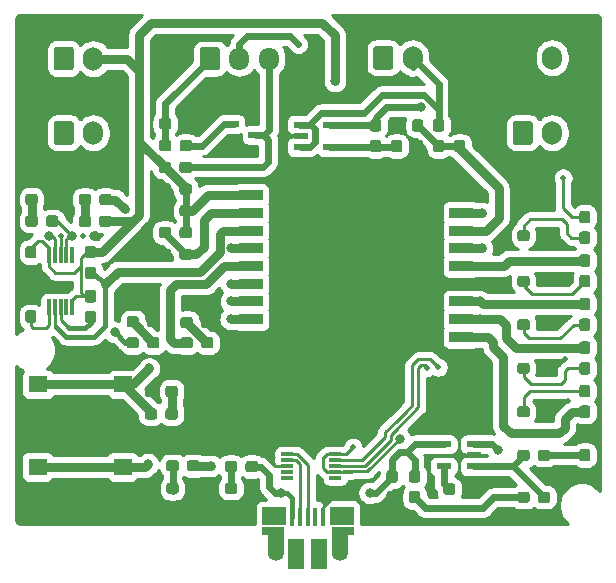
<source format=gbr>
G04 #@! TF.GenerationSoftware,KiCad,Pcbnew,(5.1.5)-2*
G04 #@! TF.CreationDate,2020-02-26T12:35:05-06:00*
G04 #@! TF.ProjectId,WirelessEStop_Tx,57697265-6c65-4737-9345-53746f705f54,rev?*
G04 #@! TF.SameCoordinates,Original*
G04 #@! TF.FileFunction,Copper,L1,Top*
G04 #@! TF.FilePolarity,Positive*
%FSLAX46Y46*%
G04 Gerber Fmt 4.6, Leading zero omitted, Abs format (unit mm)*
G04 Created by KiCad (PCBNEW (5.1.5)-2) date 2020-02-26 12:35:05*
%MOMM*%
%LPD*%
G04 APERTURE LIST*
%ADD10R,2.000000X0.900000*%
%ADD11R,1.600000X1.400000*%
%ADD12C,0.100000*%
%ADD13R,1.210000X0.590000*%
%ADD14O,1.700000X2.000000*%
%ADD15O,1.700000X1.950000*%
%ADD16R,1.320800X0.558800*%
%ADD17R,1.270000X0.558800*%
%ADD18R,1.000000X0.300000*%
%ADD19R,1.350000X2.000000*%
%ADD20R,1.825000X0.700000*%
%ADD21R,2.000000X1.500000*%
%ADD22R,0.400000X1.650000*%
%ADD23O,1.100000X1.500000*%
%ADD24O,1.350000X1.700000*%
%ADD25R,1.430000X2.500000*%
%ADD26R,0.300000X1.400000*%
%ADD27C,0.800000*%
%ADD28C,0.500000*%
%ADD29C,0.250000*%
%ADD30C,0.571500*%
%ADD31C,0.762000*%
%ADD32C,0.381000*%
%ADD33C,0.254000*%
G04 APERTURE END LIST*
D10*
X122171500Y-134054000D03*
X122171500Y-135554000D03*
X122171500Y-137054000D03*
X122171500Y-138554000D03*
X122171500Y-140054000D03*
X122171500Y-141554000D03*
X122171500Y-143054000D03*
X122171500Y-144554000D03*
X122171500Y-146054000D03*
X139956500Y-146054000D03*
X139956500Y-144554000D03*
X139956500Y-143054000D03*
X139956500Y-141554000D03*
X139956500Y-140054000D03*
X139956500Y-138554000D03*
X139956500Y-137054000D03*
X139956500Y-135554000D03*
X139956500Y-134054000D03*
D11*
X104159500Y-153074500D03*
X111359500Y-153074500D03*
X104159500Y-150074500D03*
X111359500Y-150074500D03*
G04 #@! TA.AperFunction,SMDPad,CuDef*
D12*
G36*
X115196279Y-134908144D02*
G01*
X115219334Y-134911563D01*
X115241943Y-134917227D01*
X115263887Y-134925079D01*
X115284957Y-134935044D01*
X115304948Y-134947026D01*
X115323668Y-134960910D01*
X115340938Y-134976562D01*
X115356590Y-134993832D01*
X115370474Y-135012552D01*
X115382456Y-135032543D01*
X115392421Y-135053613D01*
X115400273Y-135075557D01*
X115405937Y-135098166D01*
X115409356Y-135121221D01*
X115410500Y-135144500D01*
X115410500Y-135619500D01*
X115409356Y-135642779D01*
X115405937Y-135665834D01*
X115400273Y-135688443D01*
X115392421Y-135710387D01*
X115382456Y-135731457D01*
X115370474Y-135751448D01*
X115356590Y-135770168D01*
X115340938Y-135787438D01*
X115323668Y-135803090D01*
X115304948Y-135816974D01*
X115284957Y-135828956D01*
X115263887Y-135838921D01*
X115241943Y-135846773D01*
X115219334Y-135852437D01*
X115196279Y-135855856D01*
X115173000Y-135857000D01*
X114598000Y-135857000D01*
X114574721Y-135855856D01*
X114551666Y-135852437D01*
X114529057Y-135846773D01*
X114507113Y-135838921D01*
X114486043Y-135828956D01*
X114466052Y-135816974D01*
X114447332Y-135803090D01*
X114430062Y-135787438D01*
X114414410Y-135770168D01*
X114400526Y-135751448D01*
X114388544Y-135731457D01*
X114378579Y-135710387D01*
X114370727Y-135688443D01*
X114365063Y-135665834D01*
X114361644Y-135642779D01*
X114360500Y-135619500D01*
X114360500Y-135144500D01*
X114361644Y-135121221D01*
X114365063Y-135098166D01*
X114370727Y-135075557D01*
X114378579Y-135053613D01*
X114388544Y-135032543D01*
X114400526Y-135012552D01*
X114414410Y-134993832D01*
X114430062Y-134976562D01*
X114447332Y-134960910D01*
X114466052Y-134947026D01*
X114486043Y-134935044D01*
X114507113Y-134925079D01*
X114529057Y-134917227D01*
X114551666Y-134911563D01*
X114574721Y-134908144D01*
X114598000Y-134907000D01*
X115173000Y-134907000D01*
X115196279Y-134908144D01*
G37*
G04 #@! TD.AperFunction*
G04 #@! TA.AperFunction,SMDPad,CuDef*
G36*
X116946279Y-134908144D02*
G01*
X116969334Y-134911563D01*
X116991943Y-134917227D01*
X117013887Y-134925079D01*
X117034957Y-134935044D01*
X117054948Y-134947026D01*
X117073668Y-134960910D01*
X117090938Y-134976562D01*
X117106590Y-134993832D01*
X117120474Y-135012552D01*
X117132456Y-135032543D01*
X117142421Y-135053613D01*
X117150273Y-135075557D01*
X117155937Y-135098166D01*
X117159356Y-135121221D01*
X117160500Y-135144500D01*
X117160500Y-135619500D01*
X117159356Y-135642779D01*
X117155937Y-135665834D01*
X117150273Y-135688443D01*
X117142421Y-135710387D01*
X117132456Y-135731457D01*
X117120474Y-135751448D01*
X117106590Y-135770168D01*
X117090938Y-135787438D01*
X117073668Y-135803090D01*
X117054948Y-135816974D01*
X117034957Y-135828956D01*
X117013887Y-135838921D01*
X116991943Y-135846773D01*
X116969334Y-135852437D01*
X116946279Y-135855856D01*
X116923000Y-135857000D01*
X116348000Y-135857000D01*
X116324721Y-135855856D01*
X116301666Y-135852437D01*
X116279057Y-135846773D01*
X116257113Y-135838921D01*
X116236043Y-135828956D01*
X116216052Y-135816974D01*
X116197332Y-135803090D01*
X116180062Y-135787438D01*
X116164410Y-135770168D01*
X116150526Y-135751448D01*
X116138544Y-135731457D01*
X116128579Y-135710387D01*
X116120727Y-135688443D01*
X116115063Y-135665834D01*
X116111644Y-135642779D01*
X116110500Y-135619500D01*
X116110500Y-135144500D01*
X116111644Y-135121221D01*
X116115063Y-135098166D01*
X116120727Y-135075557D01*
X116128579Y-135053613D01*
X116138544Y-135032543D01*
X116150526Y-135012552D01*
X116164410Y-134993832D01*
X116180062Y-134976562D01*
X116197332Y-134960910D01*
X116216052Y-134947026D01*
X116236043Y-134935044D01*
X116257113Y-134925079D01*
X116279057Y-134917227D01*
X116301666Y-134911563D01*
X116324721Y-134908144D01*
X116348000Y-134907000D01*
X116923000Y-134907000D01*
X116946279Y-134908144D01*
G37*
G04 #@! TD.AperFunction*
D13*
X128890000Y-128082000D03*
X128890000Y-129982000D03*
X126380000Y-129982000D03*
X126380000Y-129032000D03*
X126380000Y-128082000D03*
G04 #@! TA.AperFunction,SMDPad,CuDef*
D12*
G36*
X116946279Y-136749644D02*
G01*
X116969334Y-136753063D01*
X116991943Y-136758727D01*
X117013887Y-136766579D01*
X117034957Y-136776544D01*
X117054948Y-136788526D01*
X117073668Y-136802410D01*
X117090938Y-136818062D01*
X117106590Y-136835332D01*
X117120474Y-136854052D01*
X117132456Y-136874043D01*
X117142421Y-136895113D01*
X117150273Y-136917057D01*
X117155937Y-136939666D01*
X117159356Y-136962721D01*
X117160500Y-136986000D01*
X117160500Y-137461000D01*
X117159356Y-137484279D01*
X117155937Y-137507334D01*
X117150273Y-137529943D01*
X117142421Y-137551887D01*
X117132456Y-137572957D01*
X117120474Y-137592948D01*
X117106590Y-137611668D01*
X117090938Y-137628938D01*
X117073668Y-137644590D01*
X117054948Y-137658474D01*
X117034957Y-137670456D01*
X117013887Y-137680421D01*
X116991943Y-137688273D01*
X116969334Y-137693937D01*
X116946279Y-137697356D01*
X116923000Y-137698500D01*
X116348000Y-137698500D01*
X116324721Y-137697356D01*
X116301666Y-137693937D01*
X116279057Y-137688273D01*
X116257113Y-137680421D01*
X116236043Y-137670456D01*
X116216052Y-137658474D01*
X116197332Y-137644590D01*
X116180062Y-137628938D01*
X116164410Y-137611668D01*
X116150526Y-137592948D01*
X116138544Y-137572957D01*
X116128579Y-137551887D01*
X116120727Y-137529943D01*
X116115063Y-137507334D01*
X116111644Y-137484279D01*
X116110500Y-137461000D01*
X116110500Y-136986000D01*
X116111644Y-136962721D01*
X116115063Y-136939666D01*
X116120727Y-136917057D01*
X116128579Y-136895113D01*
X116138544Y-136874043D01*
X116150526Y-136854052D01*
X116164410Y-136835332D01*
X116180062Y-136818062D01*
X116197332Y-136802410D01*
X116216052Y-136788526D01*
X116236043Y-136776544D01*
X116257113Y-136766579D01*
X116279057Y-136758727D01*
X116301666Y-136753063D01*
X116324721Y-136749644D01*
X116348000Y-136748500D01*
X116923000Y-136748500D01*
X116946279Y-136749644D01*
G37*
G04 #@! TD.AperFunction*
G04 #@! TA.AperFunction,SMDPad,CuDef*
G36*
X115196279Y-136749644D02*
G01*
X115219334Y-136753063D01*
X115241943Y-136758727D01*
X115263887Y-136766579D01*
X115284957Y-136776544D01*
X115304948Y-136788526D01*
X115323668Y-136802410D01*
X115340938Y-136818062D01*
X115356590Y-136835332D01*
X115370474Y-136854052D01*
X115382456Y-136874043D01*
X115392421Y-136895113D01*
X115400273Y-136917057D01*
X115405937Y-136939666D01*
X115409356Y-136962721D01*
X115410500Y-136986000D01*
X115410500Y-137461000D01*
X115409356Y-137484279D01*
X115405937Y-137507334D01*
X115400273Y-137529943D01*
X115392421Y-137551887D01*
X115382456Y-137572957D01*
X115370474Y-137592948D01*
X115356590Y-137611668D01*
X115340938Y-137628938D01*
X115323668Y-137644590D01*
X115304948Y-137658474D01*
X115284957Y-137670456D01*
X115263887Y-137680421D01*
X115241943Y-137688273D01*
X115219334Y-137693937D01*
X115196279Y-137697356D01*
X115173000Y-137698500D01*
X114598000Y-137698500D01*
X114574721Y-137697356D01*
X114551666Y-137693937D01*
X114529057Y-137688273D01*
X114507113Y-137680421D01*
X114486043Y-137670456D01*
X114466052Y-137658474D01*
X114447332Y-137644590D01*
X114430062Y-137628938D01*
X114414410Y-137611668D01*
X114400526Y-137592948D01*
X114388544Y-137572957D01*
X114378579Y-137551887D01*
X114370727Y-137529943D01*
X114365063Y-137507334D01*
X114361644Y-137484279D01*
X114360500Y-137461000D01*
X114360500Y-136986000D01*
X114361644Y-136962721D01*
X114365063Y-136939666D01*
X114370727Y-136917057D01*
X114378579Y-136895113D01*
X114388544Y-136874043D01*
X114400526Y-136854052D01*
X114414410Y-136835332D01*
X114430062Y-136818062D01*
X114447332Y-136802410D01*
X114466052Y-136788526D01*
X114486043Y-136776544D01*
X114507113Y-136766579D01*
X114529057Y-136758727D01*
X114551666Y-136753063D01*
X114574721Y-136749644D01*
X114598000Y-136748500D01*
X115173000Y-136748500D01*
X115196279Y-136749644D01*
G37*
G04 #@! TD.AperFunction*
G04 #@! TA.AperFunction,SMDPad,CuDef*
G36*
X115196279Y-133066644D02*
G01*
X115219334Y-133070063D01*
X115241943Y-133075727D01*
X115263887Y-133083579D01*
X115284957Y-133093544D01*
X115304948Y-133105526D01*
X115323668Y-133119410D01*
X115340938Y-133135062D01*
X115356590Y-133152332D01*
X115370474Y-133171052D01*
X115382456Y-133191043D01*
X115392421Y-133212113D01*
X115400273Y-133234057D01*
X115405937Y-133256666D01*
X115409356Y-133279721D01*
X115410500Y-133303000D01*
X115410500Y-133778000D01*
X115409356Y-133801279D01*
X115405937Y-133824334D01*
X115400273Y-133846943D01*
X115392421Y-133868887D01*
X115382456Y-133889957D01*
X115370474Y-133909948D01*
X115356590Y-133928668D01*
X115340938Y-133945938D01*
X115323668Y-133961590D01*
X115304948Y-133975474D01*
X115284957Y-133987456D01*
X115263887Y-133997421D01*
X115241943Y-134005273D01*
X115219334Y-134010937D01*
X115196279Y-134014356D01*
X115173000Y-134015500D01*
X114598000Y-134015500D01*
X114574721Y-134014356D01*
X114551666Y-134010937D01*
X114529057Y-134005273D01*
X114507113Y-133997421D01*
X114486043Y-133987456D01*
X114466052Y-133975474D01*
X114447332Y-133961590D01*
X114430062Y-133945938D01*
X114414410Y-133928668D01*
X114400526Y-133909948D01*
X114388544Y-133889957D01*
X114378579Y-133868887D01*
X114370727Y-133846943D01*
X114365063Y-133824334D01*
X114361644Y-133801279D01*
X114360500Y-133778000D01*
X114360500Y-133303000D01*
X114361644Y-133279721D01*
X114365063Y-133256666D01*
X114370727Y-133234057D01*
X114378579Y-133212113D01*
X114388544Y-133191043D01*
X114400526Y-133171052D01*
X114414410Y-133152332D01*
X114430062Y-133135062D01*
X114447332Y-133119410D01*
X114466052Y-133105526D01*
X114486043Y-133093544D01*
X114507113Y-133083579D01*
X114529057Y-133075727D01*
X114551666Y-133070063D01*
X114574721Y-133066644D01*
X114598000Y-133065500D01*
X115173000Y-133065500D01*
X115196279Y-133066644D01*
G37*
G04 #@! TD.AperFunction*
G04 #@! TA.AperFunction,SMDPad,CuDef*
G36*
X116946279Y-133066644D02*
G01*
X116969334Y-133070063D01*
X116991943Y-133075727D01*
X117013887Y-133083579D01*
X117034957Y-133093544D01*
X117054948Y-133105526D01*
X117073668Y-133119410D01*
X117090938Y-133135062D01*
X117106590Y-133152332D01*
X117120474Y-133171052D01*
X117132456Y-133191043D01*
X117142421Y-133212113D01*
X117150273Y-133234057D01*
X117155937Y-133256666D01*
X117159356Y-133279721D01*
X117160500Y-133303000D01*
X117160500Y-133778000D01*
X117159356Y-133801279D01*
X117155937Y-133824334D01*
X117150273Y-133846943D01*
X117142421Y-133868887D01*
X117132456Y-133889957D01*
X117120474Y-133909948D01*
X117106590Y-133928668D01*
X117090938Y-133945938D01*
X117073668Y-133961590D01*
X117054948Y-133975474D01*
X117034957Y-133987456D01*
X117013887Y-133997421D01*
X116991943Y-134005273D01*
X116969334Y-134010937D01*
X116946279Y-134014356D01*
X116923000Y-134015500D01*
X116348000Y-134015500D01*
X116324721Y-134014356D01*
X116301666Y-134010937D01*
X116279057Y-134005273D01*
X116257113Y-133997421D01*
X116236043Y-133987456D01*
X116216052Y-133975474D01*
X116197332Y-133961590D01*
X116180062Y-133945938D01*
X116164410Y-133928668D01*
X116150526Y-133909948D01*
X116138544Y-133889957D01*
X116128579Y-133868887D01*
X116120727Y-133846943D01*
X116115063Y-133824334D01*
X116111644Y-133801279D01*
X116110500Y-133778000D01*
X116110500Y-133303000D01*
X116111644Y-133279721D01*
X116115063Y-133256666D01*
X116120727Y-133234057D01*
X116128579Y-133212113D01*
X116138544Y-133191043D01*
X116150526Y-133171052D01*
X116164410Y-133152332D01*
X116180062Y-133135062D01*
X116197332Y-133119410D01*
X116216052Y-133105526D01*
X116236043Y-133093544D01*
X116257113Y-133083579D01*
X116279057Y-133075727D01*
X116301666Y-133070063D01*
X116324721Y-133066644D01*
X116348000Y-133065500D01*
X116923000Y-133065500D01*
X116946279Y-133066644D01*
G37*
G04 #@! TD.AperFunction*
G04 #@! TA.AperFunction,SMDPad,CuDef*
G36*
X116946279Y-138591144D02*
G01*
X116969334Y-138594563D01*
X116991943Y-138600227D01*
X117013887Y-138608079D01*
X117034957Y-138618044D01*
X117054948Y-138630026D01*
X117073668Y-138643910D01*
X117090938Y-138659562D01*
X117106590Y-138676832D01*
X117120474Y-138695552D01*
X117132456Y-138715543D01*
X117142421Y-138736613D01*
X117150273Y-138758557D01*
X117155937Y-138781166D01*
X117159356Y-138804221D01*
X117160500Y-138827500D01*
X117160500Y-139302500D01*
X117159356Y-139325779D01*
X117155937Y-139348834D01*
X117150273Y-139371443D01*
X117142421Y-139393387D01*
X117132456Y-139414457D01*
X117120474Y-139434448D01*
X117106590Y-139453168D01*
X117090938Y-139470438D01*
X117073668Y-139486090D01*
X117054948Y-139499974D01*
X117034957Y-139511956D01*
X117013887Y-139521921D01*
X116991943Y-139529773D01*
X116969334Y-139535437D01*
X116946279Y-139538856D01*
X116923000Y-139540000D01*
X116348000Y-139540000D01*
X116324721Y-139538856D01*
X116301666Y-139535437D01*
X116279057Y-139529773D01*
X116257113Y-139521921D01*
X116236043Y-139511956D01*
X116216052Y-139499974D01*
X116197332Y-139486090D01*
X116180062Y-139470438D01*
X116164410Y-139453168D01*
X116150526Y-139434448D01*
X116138544Y-139414457D01*
X116128579Y-139393387D01*
X116120727Y-139371443D01*
X116115063Y-139348834D01*
X116111644Y-139325779D01*
X116110500Y-139302500D01*
X116110500Y-138827500D01*
X116111644Y-138804221D01*
X116115063Y-138781166D01*
X116120727Y-138758557D01*
X116128579Y-138736613D01*
X116138544Y-138715543D01*
X116150526Y-138695552D01*
X116164410Y-138676832D01*
X116180062Y-138659562D01*
X116197332Y-138643910D01*
X116216052Y-138630026D01*
X116236043Y-138618044D01*
X116257113Y-138608079D01*
X116279057Y-138600227D01*
X116301666Y-138594563D01*
X116324721Y-138591144D01*
X116348000Y-138590000D01*
X116923000Y-138590000D01*
X116946279Y-138591144D01*
G37*
G04 #@! TD.AperFunction*
G04 #@! TA.AperFunction,SMDPad,CuDef*
G36*
X115196279Y-138591144D02*
G01*
X115219334Y-138594563D01*
X115241943Y-138600227D01*
X115263887Y-138608079D01*
X115284957Y-138618044D01*
X115304948Y-138630026D01*
X115323668Y-138643910D01*
X115340938Y-138659562D01*
X115356590Y-138676832D01*
X115370474Y-138695552D01*
X115382456Y-138715543D01*
X115392421Y-138736613D01*
X115400273Y-138758557D01*
X115405937Y-138781166D01*
X115409356Y-138804221D01*
X115410500Y-138827500D01*
X115410500Y-139302500D01*
X115409356Y-139325779D01*
X115405937Y-139348834D01*
X115400273Y-139371443D01*
X115392421Y-139393387D01*
X115382456Y-139414457D01*
X115370474Y-139434448D01*
X115356590Y-139453168D01*
X115340938Y-139470438D01*
X115323668Y-139486090D01*
X115304948Y-139499974D01*
X115284957Y-139511956D01*
X115263887Y-139521921D01*
X115241943Y-139529773D01*
X115219334Y-139535437D01*
X115196279Y-139538856D01*
X115173000Y-139540000D01*
X114598000Y-139540000D01*
X114574721Y-139538856D01*
X114551666Y-139535437D01*
X114529057Y-139529773D01*
X114507113Y-139521921D01*
X114486043Y-139511956D01*
X114466052Y-139499974D01*
X114447332Y-139486090D01*
X114430062Y-139470438D01*
X114414410Y-139453168D01*
X114400526Y-139434448D01*
X114388544Y-139414457D01*
X114378579Y-139393387D01*
X114370727Y-139371443D01*
X114365063Y-139348834D01*
X114361644Y-139325779D01*
X114360500Y-139302500D01*
X114360500Y-138827500D01*
X114361644Y-138804221D01*
X114365063Y-138781166D01*
X114370727Y-138758557D01*
X114378579Y-138736613D01*
X114388544Y-138715543D01*
X114400526Y-138695552D01*
X114414410Y-138676832D01*
X114430062Y-138659562D01*
X114447332Y-138643910D01*
X114466052Y-138630026D01*
X114486043Y-138618044D01*
X114507113Y-138608079D01*
X114529057Y-138600227D01*
X114551666Y-138594563D01*
X114574721Y-138591144D01*
X114598000Y-138590000D01*
X115173000Y-138590000D01*
X115196279Y-138591144D01*
G37*
G04 #@! TD.AperFunction*
G04 #@! TA.AperFunction,ComponentPad*
G36*
X133974504Y-121429204D02*
G01*
X133998773Y-121432804D01*
X134022571Y-121438765D01*
X134045671Y-121447030D01*
X134067849Y-121457520D01*
X134088893Y-121470133D01*
X134108598Y-121484747D01*
X134126777Y-121501223D01*
X134143253Y-121519402D01*
X134157867Y-121539107D01*
X134170480Y-121560151D01*
X134180970Y-121582329D01*
X134189235Y-121605429D01*
X134195196Y-121629227D01*
X134198796Y-121653496D01*
X134200000Y-121678000D01*
X134200000Y-123178000D01*
X134198796Y-123202504D01*
X134195196Y-123226773D01*
X134189235Y-123250571D01*
X134180970Y-123273671D01*
X134170480Y-123295849D01*
X134157867Y-123316893D01*
X134143253Y-123336598D01*
X134126777Y-123354777D01*
X134108598Y-123371253D01*
X134088893Y-123385867D01*
X134067849Y-123398480D01*
X134045671Y-123408970D01*
X134022571Y-123417235D01*
X133998773Y-123423196D01*
X133974504Y-123426796D01*
X133950000Y-123428000D01*
X132750000Y-123428000D01*
X132725496Y-123426796D01*
X132701227Y-123423196D01*
X132677429Y-123417235D01*
X132654329Y-123408970D01*
X132632151Y-123398480D01*
X132611107Y-123385867D01*
X132591402Y-123371253D01*
X132573223Y-123354777D01*
X132556747Y-123336598D01*
X132542133Y-123316893D01*
X132529520Y-123295849D01*
X132519030Y-123273671D01*
X132510765Y-123250571D01*
X132504804Y-123226773D01*
X132501204Y-123202504D01*
X132500000Y-123178000D01*
X132500000Y-121678000D01*
X132501204Y-121653496D01*
X132504804Y-121629227D01*
X132510765Y-121605429D01*
X132519030Y-121582329D01*
X132529520Y-121560151D01*
X132542133Y-121539107D01*
X132556747Y-121519402D01*
X132573223Y-121501223D01*
X132591402Y-121484747D01*
X132611107Y-121470133D01*
X132632151Y-121457520D01*
X132654329Y-121447030D01*
X132677429Y-121438765D01*
X132701227Y-121432804D01*
X132725496Y-121429204D01*
X132750000Y-121428000D01*
X133950000Y-121428000D01*
X133974504Y-121429204D01*
G37*
G04 #@! TD.AperFunction*
D14*
X135850000Y-122428000D03*
X108799000Y-122491500D03*
G04 #@! TA.AperFunction,ComponentPad*
D12*
G36*
X106923504Y-121492704D02*
G01*
X106947773Y-121496304D01*
X106971571Y-121502265D01*
X106994671Y-121510530D01*
X107016849Y-121521020D01*
X107037893Y-121533633D01*
X107057598Y-121548247D01*
X107075777Y-121564723D01*
X107092253Y-121582902D01*
X107106867Y-121602607D01*
X107119480Y-121623651D01*
X107129970Y-121645829D01*
X107138235Y-121668929D01*
X107144196Y-121692727D01*
X107147796Y-121716996D01*
X107149000Y-121741500D01*
X107149000Y-123241500D01*
X107147796Y-123266004D01*
X107144196Y-123290273D01*
X107138235Y-123314071D01*
X107129970Y-123337171D01*
X107119480Y-123359349D01*
X107106867Y-123380393D01*
X107092253Y-123400098D01*
X107075777Y-123418277D01*
X107057598Y-123434753D01*
X107037893Y-123449367D01*
X107016849Y-123461980D01*
X106994671Y-123472470D01*
X106971571Y-123480735D01*
X106947773Y-123486696D01*
X106923504Y-123490296D01*
X106899000Y-123491500D01*
X105699000Y-123491500D01*
X105674496Y-123490296D01*
X105650227Y-123486696D01*
X105626429Y-123480735D01*
X105603329Y-123472470D01*
X105581151Y-123461980D01*
X105560107Y-123449367D01*
X105540402Y-123434753D01*
X105522223Y-123418277D01*
X105505747Y-123400098D01*
X105491133Y-123380393D01*
X105478520Y-123359349D01*
X105468030Y-123337171D01*
X105459765Y-123314071D01*
X105453804Y-123290273D01*
X105450204Y-123266004D01*
X105449000Y-123241500D01*
X105449000Y-121741500D01*
X105450204Y-121716996D01*
X105453804Y-121692727D01*
X105459765Y-121668929D01*
X105468030Y-121645829D01*
X105478520Y-121623651D01*
X105491133Y-121602607D01*
X105505747Y-121582902D01*
X105522223Y-121564723D01*
X105540402Y-121548247D01*
X105560107Y-121533633D01*
X105581151Y-121521020D01*
X105603329Y-121510530D01*
X105626429Y-121502265D01*
X105650227Y-121496304D01*
X105674496Y-121492704D01*
X105699000Y-121491500D01*
X106899000Y-121491500D01*
X106923504Y-121492704D01*
G37*
G04 #@! TD.AperFunction*
D14*
X147661000Y-128778000D03*
G04 #@! TA.AperFunction,ComponentPad*
D12*
G36*
X145785504Y-127779204D02*
G01*
X145809773Y-127782804D01*
X145833571Y-127788765D01*
X145856671Y-127797030D01*
X145878849Y-127807520D01*
X145899893Y-127820133D01*
X145919598Y-127834747D01*
X145937777Y-127851223D01*
X145954253Y-127869402D01*
X145968867Y-127889107D01*
X145981480Y-127910151D01*
X145991970Y-127932329D01*
X146000235Y-127955429D01*
X146006196Y-127979227D01*
X146009796Y-128003496D01*
X146011000Y-128028000D01*
X146011000Y-129528000D01*
X146009796Y-129552504D01*
X146006196Y-129576773D01*
X146000235Y-129600571D01*
X145991970Y-129623671D01*
X145981480Y-129645849D01*
X145968867Y-129666893D01*
X145954253Y-129686598D01*
X145937777Y-129704777D01*
X145919598Y-129721253D01*
X145899893Y-129735867D01*
X145878849Y-129748480D01*
X145856671Y-129758970D01*
X145833571Y-129767235D01*
X145809773Y-129773196D01*
X145785504Y-129776796D01*
X145761000Y-129778000D01*
X144561000Y-129778000D01*
X144536496Y-129776796D01*
X144512227Y-129773196D01*
X144488429Y-129767235D01*
X144465329Y-129758970D01*
X144443151Y-129748480D01*
X144422107Y-129735867D01*
X144402402Y-129721253D01*
X144384223Y-129704777D01*
X144367747Y-129686598D01*
X144353133Y-129666893D01*
X144340520Y-129645849D01*
X144330030Y-129623671D01*
X144321765Y-129600571D01*
X144315804Y-129576773D01*
X144312204Y-129552504D01*
X144311000Y-129528000D01*
X144311000Y-128028000D01*
X144312204Y-128003496D01*
X144315804Y-127979227D01*
X144321765Y-127955429D01*
X144330030Y-127932329D01*
X144340520Y-127910151D01*
X144353133Y-127889107D01*
X144367747Y-127869402D01*
X144384223Y-127851223D01*
X144402402Y-127834747D01*
X144422107Y-127820133D01*
X144443151Y-127807520D01*
X144465329Y-127797030D01*
X144488429Y-127788765D01*
X144512227Y-127782804D01*
X144536496Y-127779204D01*
X144561000Y-127778000D01*
X145761000Y-127778000D01*
X145785504Y-127779204D01*
G37*
G04 #@! TD.AperFunction*
D14*
X108799000Y-128778000D03*
G04 #@! TA.AperFunction,ComponentPad*
D12*
G36*
X106923504Y-127779204D02*
G01*
X106947773Y-127782804D01*
X106971571Y-127788765D01*
X106994671Y-127797030D01*
X107016849Y-127807520D01*
X107037893Y-127820133D01*
X107057598Y-127834747D01*
X107075777Y-127851223D01*
X107092253Y-127869402D01*
X107106867Y-127889107D01*
X107119480Y-127910151D01*
X107129970Y-127932329D01*
X107138235Y-127955429D01*
X107144196Y-127979227D01*
X107147796Y-128003496D01*
X107149000Y-128028000D01*
X107149000Y-129528000D01*
X107147796Y-129552504D01*
X107144196Y-129576773D01*
X107138235Y-129600571D01*
X107129970Y-129623671D01*
X107119480Y-129645849D01*
X107106867Y-129666893D01*
X107092253Y-129686598D01*
X107075777Y-129704777D01*
X107057598Y-129721253D01*
X107037893Y-129735867D01*
X107016849Y-129748480D01*
X106994671Y-129758970D01*
X106971571Y-129767235D01*
X106947773Y-129773196D01*
X106923504Y-129776796D01*
X106899000Y-129778000D01*
X105699000Y-129778000D01*
X105674496Y-129776796D01*
X105650227Y-129773196D01*
X105626429Y-129767235D01*
X105603329Y-129758970D01*
X105581151Y-129748480D01*
X105560107Y-129735867D01*
X105540402Y-129721253D01*
X105522223Y-129704777D01*
X105505747Y-129686598D01*
X105491133Y-129666893D01*
X105478520Y-129645849D01*
X105468030Y-129623671D01*
X105459765Y-129600571D01*
X105453804Y-129576773D01*
X105450204Y-129552504D01*
X105449000Y-129528000D01*
X105449000Y-128028000D01*
X105450204Y-128003496D01*
X105453804Y-127979227D01*
X105459765Y-127955429D01*
X105468030Y-127932329D01*
X105478520Y-127910151D01*
X105491133Y-127889107D01*
X105505747Y-127869402D01*
X105522223Y-127851223D01*
X105540402Y-127834747D01*
X105560107Y-127820133D01*
X105581151Y-127807520D01*
X105603329Y-127797030D01*
X105626429Y-127788765D01*
X105650227Y-127782804D01*
X105674496Y-127779204D01*
X105699000Y-127778000D01*
X106899000Y-127778000D01*
X106923504Y-127779204D01*
G37*
G04 #@! TD.AperFunction*
D14*
X147661000Y-122428000D03*
G04 #@! TA.AperFunction,ComponentPad*
D12*
G36*
X145785504Y-121429204D02*
G01*
X145809773Y-121432804D01*
X145833571Y-121438765D01*
X145856671Y-121447030D01*
X145878849Y-121457520D01*
X145899893Y-121470133D01*
X145919598Y-121484747D01*
X145937777Y-121501223D01*
X145954253Y-121519402D01*
X145968867Y-121539107D01*
X145981480Y-121560151D01*
X145991970Y-121582329D01*
X146000235Y-121605429D01*
X146006196Y-121629227D01*
X146009796Y-121653496D01*
X146011000Y-121678000D01*
X146011000Y-123178000D01*
X146009796Y-123202504D01*
X146006196Y-123226773D01*
X146000235Y-123250571D01*
X145991970Y-123273671D01*
X145981480Y-123295849D01*
X145968867Y-123316893D01*
X145954253Y-123336598D01*
X145937777Y-123354777D01*
X145919598Y-123371253D01*
X145899893Y-123385867D01*
X145878849Y-123398480D01*
X145856671Y-123408970D01*
X145833571Y-123417235D01*
X145809773Y-123423196D01*
X145785504Y-123426796D01*
X145761000Y-123428000D01*
X144561000Y-123428000D01*
X144536496Y-123426796D01*
X144512227Y-123423196D01*
X144488429Y-123417235D01*
X144465329Y-123408970D01*
X144443151Y-123398480D01*
X144422107Y-123385867D01*
X144402402Y-123371253D01*
X144384223Y-123354777D01*
X144367747Y-123336598D01*
X144353133Y-123316893D01*
X144340520Y-123295849D01*
X144330030Y-123273671D01*
X144321765Y-123250571D01*
X144315804Y-123226773D01*
X144312204Y-123202504D01*
X144311000Y-123178000D01*
X144311000Y-121678000D01*
X144312204Y-121653496D01*
X144315804Y-121629227D01*
X144321765Y-121605429D01*
X144330030Y-121582329D01*
X144340520Y-121560151D01*
X144353133Y-121539107D01*
X144367747Y-121519402D01*
X144384223Y-121501223D01*
X144402402Y-121484747D01*
X144422107Y-121470133D01*
X144443151Y-121457520D01*
X144465329Y-121447030D01*
X144488429Y-121438765D01*
X144512227Y-121432804D01*
X144536496Y-121429204D01*
X144561000Y-121428000D01*
X145761000Y-121428000D01*
X145785504Y-121429204D01*
G37*
G04 #@! TD.AperFunction*
D15*
X123681500Y-122491500D03*
X121181500Y-122491500D03*
G04 #@! TA.AperFunction,ComponentPad*
D12*
G36*
X119306004Y-121517704D02*
G01*
X119330273Y-121521304D01*
X119354071Y-121527265D01*
X119377171Y-121535530D01*
X119399349Y-121546020D01*
X119420393Y-121558633D01*
X119440098Y-121573247D01*
X119458277Y-121589723D01*
X119474753Y-121607902D01*
X119489367Y-121627607D01*
X119501980Y-121648651D01*
X119512470Y-121670829D01*
X119520735Y-121693929D01*
X119526696Y-121717727D01*
X119530296Y-121741996D01*
X119531500Y-121766500D01*
X119531500Y-123216500D01*
X119530296Y-123241004D01*
X119526696Y-123265273D01*
X119520735Y-123289071D01*
X119512470Y-123312171D01*
X119501980Y-123334349D01*
X119489367Y-123355393D01*
X119474753Y-123375098D01*
X119458277Y-123393277D01*
X119440098Y-123409753D01*
X119420393Y-123424367D01*
X119399349Y-123436980D01*
X119377171Y-123447470D01*
X119354071Y-123455735D01*
X119330273Y-123461696D01*
X119306004Y-123465296D01*
X119281500Y-123466500D01*
X118081500Y-123466500D01*
X118056996Y-123465296D01*
X118032727Y-123461696D01*
X118008929Y-123455735D01*
X117985829Y-123447470D01*
X117963651Y-123436980D01*
X117942607Y-123424367D01*
X117922902Y-123409753D01*
X117904723Y-123393277D01*
X117888247Y-123375098D01*
X117873633Y-123355393D01*
X117861020Y-123334349D01*
X117850530Y-123312171D01*
X117842265Y-123289071D01*
X117836304Y-123265273D01*
X117832704Y-123241004D01*
X117831500Y-123216500D01*
X117831500Y-121766500D01*
X117832704Y-121741996D01*
X117836304Y-121717727D01*
X117842265Y-121693929D01*
X117850530Y-121670829D01*
X117861020Y-121648651D01*
X117873633Y-121627607D01*
X117888247Y-121607902D01*
X117904723Y-121589723D01*
X117922902Y-121573247D01*
X117942607Y-121558633D01*
X117963651Y-121546020D01*
X117985829Y-121535530D01*
X118008929Y-121527265D01*
X118032727Y-121521304D01*
X118056996Y-121517704D01*
X118081500Y-121516500D01*
X119281500Y-121516500D01*
X119306004Y-121517704D01*
G37*
G04 #@! TD.AperFunction*
D16*
X122631200Y-128968500D03*
X120446800Y-129908300D03*
X120446800Y-128028700D03*
D17*
X138468100Y-157022800D03*
X138468100Y-155143200D03*
X141058900Y-155143200D03*
X141058900Y-156083000D03*
X141058900Y-157022800D03*
D18*
X129304000Y-155972000D03*
X129304000Y-156472000D03*
X129304000Y-156972000D03*
X129304000Y-157472000D03*
X129304000Y-157972000D03*
X125204000Y-157972000D03*
X125204000Y-157472000D03*
X125204000Y-156972000D03*
X125204000Y-156472000D03*
X125204000Y-155972000D03*
D11*
X104096000Y-160059500D03*
X111296000Y-160059500D03*
X104096000Y-157059500D03*
X111296000Y-157059500D03*
G04 #@! TA.AperFunction,SMDPad,CuDef*
D12*
G36*
X134753779Y-127633144D02*
G01*
X134776834Y-127636563D01*
X134799443Y-127642227D01*
X134821387Y-127650079D01*
X134842457Y-127660044D01*
X134862448Y-127672026D01*
X134881168Y-127685910D01*
X134898438Y-127701562D01*
X134914090Y-127718832D01*
X134927974Y-127737552D01*
X134939956Y-127757543D01*
X134949921Y-127778613D01*
X134957773Y-127800557D01*
X134963437Y-127823166D01*
X134966856Y-127846221D01*
X134968000Y-127869500D01*
X134968000Y-128444500D01*
X134966856Y-128467779D01*
X134963437Y-128490834D01*
X134957773Y-128513443D01*
X134949921Y-128535387D01*
X134939956Y-128556457D01*
X134927974Y-128576448D01*
X134914090Y-128595168D01*
X134898438Y-128612438D01*
X134881168Y-128628090D01*
X134862448Y-128641974D01*
X134842457Y-128653956D01*
X134821387Y-128663921D01*
X134799443Y-128671773D01*
X134776834Y-128677437D01*
X134753779Y-128680856D01*
X134730500Y-128682000D01*
X134255500Y-128682000D01*
X134232221Y-128680856D01*
X134209166Y-128677437D01*
X134186557Y-128671773D01*
X134164613Y-128663921D01*
X134143543Y-128653956D01*
X134123552Y-128641974D01*
X134104832Y-128628090D01*
X134087562Y-128612438D01*
X134071910Y-128595168D01*
X134058026Y-128576448D01*
X134046044Y-128556457D01*
X134036079Y-128535387D01*
X134028227Y-128513443D01*
X134022563Y-128490834D01*
X134019144Y-128467779D01*
X134018000Y-128444500D01*
X134018000Y-127869500D01*
X134019144Y-127846221D01*
X134022563Y-127823166D01*
X134028227Y-127800557D01*
X134036079Y-127778613D01*
X134046044Y-127757543D01*
X134058026Y-127737552D01*
X134071910Y-127718832D01*
X134087562Y-127701562D01*
X134104832Y-127685910D01*
X134123552Y-127672026D01*
X134143543Y-127660044D01*
X134164613Y-127650079D01*
X134186557Y-127642227D01*
X134209166Y-127636563D01*
X134232221Y-127633144D01*
X134255500Y-127632000D01*
X134730500Y-127632000D01*
X134753779Y-127633144D01*
G37*
G04 #@! TD.AperFunction*
G04 #@! TA.AperFunction,SMDPad,CuDef*
G36*
X134753779Y-129383144D02*
G01*
X134776834Y-129386563D01*
X134799443Y-129392227D01*
X134821387Y-129400079D01*
X134842457Y-129410044D01*
X134862448Y-129422026D01*
X134881168Y-129435910D01*
X134898438Y-129451562D01*
X134914090Y-129468832D01*
X134927974Y-129487552D01*
X134939956Y-129507543D01*
X134949921Y-129528613D01*
X134957773Y-129550557D01*
X134963437Y-129573166D01*
X134966856Y-129596221D01*
X134968000Y-129619500D01*
X134968000Y-130194500D01*
X134966856Y-130217779D01*
X134963437Y-130240834D01*
X134957773Y-130263443D01*
X134949921Y-130285387D01*
X134939956Y-130306457D01*
X134927974Y-130326448D01*
X134914090Y-130345168D01*
X134898438Y-130362438D01*
X134881168Y-130378090D01*
X134862448Y-130391974D01*
X134842457Y-130403956D01*
X134821387Y-130413921D01*
X134799443Y-130421773D01*
X134776834Y-130427437D01*
X134753779Y-130430856D01*
X134730500Y-130432000D01*
X134255500Y-130432000D01*
X134232221Y-130430856D01*
X134209166Y-130427437D01*
X134186557Y-130421773D01*
X134164613Y-130413921D01*
X134143543Y-130403956D01*
X134123552Y-130391974D01*
X134104832Y-130378090D01*
X134087562Y-130362438D01*
X134071910Y-130345168D01*
X134058026Y-130326448D01*
X134046044Y-130306457D01*
X134036079Y-130285387D01*
X134028227Y-130263443D01*
X134022563Y-130240834D01*
X134019144Y-130217779D01*
X134018000Y-130194500D01*
X134018000Y-129619500D01*
X134019144Y-129596221D01*
X134022563Y-129573166D01*
X134028227Y-129550557D01*
X134036079Y-129528613D01*
X134046044Y-129507543D01*
X134058026Y-129487552D01*
X134071910Y-129468832D01*
X134087562Y-129451562D01*
X134104832Y-129435910D01*
X134123552Y-129422026D01*
X134143543Y-129410044D01*
X134164613Y-129400079D01*
X134186557Y-129392227D01*
X134209166Y-129386563D01*
X134232221Y-129383144D01*
X134255500Y-129382000D01*
X134730500Y-129382000D01*
X134753779Y-129383144D01*
G37*
G04 #@! TD.AperFunction*
G04 #@! TA.AperFunction,SMDPad,CuDef*
G36*
X132975779Y-129383144D02*
G01*
X132998834Y-129386563D01*
X133021443Y-129392227D01*
X133043387Y-129400079D01*
X133064457Y-129410044D01*
X133084448Y-129422026D01*
X133103168Y-129435910D01*
X133120438Y-129451562D01*
X133136090Y-129468832D01*
X133149974Y-129487552D01*
X133161956Y-129507543D01*
X133171921Y-129528613D01*
X133179773Y-129550557D01*
X133185437Y-129573166D01*
X133188856Y-129596221D01*
X133190000Y-129619500D01*
X133190000Y-130194500D01*
X133188856Y-130217779D01*
X133185437Y-130240834D01*
X133179773Y-130263443D01*
X133171921Y-130285387D01*
X133161956Y-130306457D01*
X133149974Y-130326448D01*
X133136090Y-130345168D01*
X133120438Y-130362438D01*
X133103168Y-130378090D01*
X133084448Y-130391974D01*
X133064457Y-130403956D01*
X133043387Y-130413921D01*
X133021443Y-130421773D01*
X132998834Y-130427437D01*
X132975779Y-130430856D01*
X132952500Y-130432000D01*
X132477500Y-130432000D01*
X132454221Y-130430856D01*
X132431166Y-130427437D01*
X132408557Y-130421773D01*
X132386613Y-130413921D01*
X132365543Y-130403956D01*
X132345552Y-130391974D01*
X132326832Y-130378090D01*
X132309562Y-130362438D01*
X132293910Y-130345168D01*
X132280026Y-130326448D01*
X132268044Y-130306457D01*
X132258079Y-130285387D01*
X132250227Y-130263443D01*
X132244563Y-130240834D01*
X132241144Y-130217779D01*
X132240000Y-130194500D01*
X132240000Y-129619500D01*
X132241144Y-129596221D01*
X132244563Y-129573166D01*
X132250227Y-129550557D01*
X132258079Y-129528613D01*
X132268044Y-129507543D01*
X132280026Y-129487552D01*
X132293910Y-129468832D01*
X132309562Y-129451562D01*
X132326832Y-129435910D01*
X132345552Y-129422026D01*
X132365543Y-129410044D01*
X132386613Y-129400079D01*
X132408557Y-129392227D01*
X132431166Y-129386563D01*
X132454221Y-129383144D01*
X132477500Y-129382000D01*
X132952500Y-129382000D01*
X132975779Y-129383144D01*
G37*
G04 #@! TD.AperFunction*
G04 #@! TA.AperFunction,SMDPad,CuDef*
G36*
X132975779Y-127633144D02*
G01*
X132998834Y-127636563D01*
X133021443Y-127642227D01*
X133043387Y-127650079D01*
X133064457Y-127660044D01*
X133084448Y-127672026D01*
X133103168Y-127685910D01*
X133120438Y-127701562D01*
X133136090Y-127718832D01*
X133149974Y-127737552D01*
X133161956Y-127757543D01*
X133171921Y-127778613D01*
X133179773Y-127800557D01*
X133185437Y-127823166D01*
X133188856Y-127846221D01*
X133190000Y-127869500D01*
X133190000Y-128444500D01*
X133188856Y-128467779D01*
X133185437Y-128490834D01*
X133179773Y-128513443D01*
X133171921Y-128535387D01*
X133161956Y-128556457D01*
X133149974Y-128576448D01*
X133136090Y-128595168D01*
X133120438Y-128612438D01*
X133103168Y-128628090D01*
X133084448Y-128641974D01*
X133064457Y-128653956D01*
X133043387Y-128663921D01*
X133021443Y-128671773D01*
X132998834Y-128677437D01*
X132975779Y-128680856D01*
X132952500Y-128682000D01*
X132477500Y-128682000D01*
X132454221Y-128680856D01*
X132431166Y-128677437D01*
X132408557Y-128671773D01*
X132386613Y-128663921D01*
X132365543Y-128653956D01*
X132345552Y-128641974D01*
X132326832Y-128628090D01*
X132309562Y-128612438D01*
X132293910Y-128595168D01*
X132280026Y-128576448D01*
X132268044Y-128556457D01*
X132258079Y-128535387D01*
X132250227Y-128513443D01*
X132244563Y-128490834D01*
X132241144Y-128467779D01*
X132240000Y-128444500D01*
X132240000Y-127869500D01*
X132241144Y-127846221D01*
X132244563Y-127823166D01*
X132250227Y-127800557D01*
X132258079Y-127778613D01*
X132268044Y-127757543D01*
X132280026Y-127737552D01*
X132293910Y-127718832D01*
X132309562Y-127701562D01*
X132326832Y-127685910D01*
X132345552Y-127672026D01*
X132365543Y-127660044D01*
X132386613Y-127650079D01*
X132408557Y-127642227D01*
X132431166Y-127636563D01*
X132454221Y-127633144D01*
X132477500Y-127632000D01*
X132952500Y-127632000D01*
X132975779Y-127633144D01*
G37*
G04 #@! TD.AperFunction*
G04 #@! TA.AperFunction,SMDPad,CuDef*
G36*
X117581279Y-156498144D02*
G01*
X117604334Y-156501563D01*
X117626943Y-156507227D01*
X117648887Y-156515079D01*
X117669957Y-156525044D01*
X117689948Y-156537026D01*
X117708668Y-156550910D01*
X117725938Y-156566562D01*
X117741590Y-156583832D01*
X117755474Y-156602552D01*
X117767456Y-156622543D01*
X117777421Y-156643613D01*
X117785273Y-156665557D01*
X117790937Y-156688166D01*
X117794356Y-156711221D01*
X117795500Y-156734500D01*
X117795500Y-157209500D01*
X117794356Y-157232779D01*
X117790937Y-157255834D01*
X117785273Y-157278443D01*
X117777421Y-157300387D01*
X117767456Y-157321457D01*
X117755474Y-157341448D01*
X117741590Y-157360168D01*
X117725938Y-157377438D01*
X117708668Y-157393090D01*
X117689948Y-157406974D01*
X117669957Y-157418956D01*
X117648887Y-157428921D01*
X117626943Y-157436773D01*
X117604334Y-157442437D01*
X117581279Y-157445856D01*
X117558000Y-157447000D01*
X116983000Y-157447000D01*
X116959721Y-157445856D01*
X116936666Y-157442437D01*
X116914057Y-157436773D01*
X116892113Y-157428921D01*
X116871043Y-157418956D01*
X116851052Y-157406974D01*
X116832332Y-157393090D01*
X116815062Y-157377438D01*
X116799410Y-157360168D01*
X116785526Y-157341448D01*
X116773544Y-157321457D01*
X116763579Y-157300387D01*
X116755727Y-157278443D01*
X116750063Y-157255834D01*
X116746644Y-157232779D01*
X116745500Y-157209500D01*
X116745500Y-156734500D01*
X116746644Y-156711221D01*
X116750063Y-156688166D01*
X116755727Y-156665557D01*
X116763579Y-156643613D01*
X116773544Y-156622543D01*
X116785526Y-156602552D01*
X116799410Y-156583832D01*
X116815062Y-156566562D01*
X116832332Y-156550910D01*
X116851052Y-156537026D01*
X116871043Y-156525044D01*
X116892113Y-156515079D01*
X116914057Y-156507227D01*
X116936666Y-156501563D01*
X116959721Y-156498144D01*
X116983000Y-156497000D01*
X117558000Y-156497000D01*
X117581279Y-156498144D01*
G37*
G04 #@! TD.AperFunction*
G04 #@! TA.AperFunction,SMDPad,CuDef*
G36*
X115831279Y-156498144D02*
G01*
X115854334Y-156501563D01*
X115876943Y-156507227D01*
X115898887Y-156515079D01*
X115919957Y-156525044D01*
X115939948Y-156537026D01*
X115958668Y-156550910D01*
X115975938Y-156566562D01*
X115991590Y-156583832D01*
X116005474Y-156602552D01*
X116017456Y-156622543D01*
X116027421Y-156643613D01*
X116035273Y-156665557D01*
X116040937Y-156688166D01*
X116044356Y-156711221D01*
X116045500Y-156734500D01*
X116045500Y-157209500D01*
X116044356Y-157232779D01*
X116040937Y-157255834D01*
X116035273Y-157278443D01*
X116027421Y-157300387D01*
X116017456Y-157321457D01*
X116005474Y-157341448D01*
X115991590Y-157360168D01*
X115975938Y-157377438D01*
X115958668Y-157393090D01*
X115939948Y-157406974D01*
X115919957Y-157418956D01*
X115898887Y-157428921D01*
X115876943Y-157436773D01*
X115854334Y-157442437D01*
X115831279Y-157445856D01*
X115808000Y-157447000D01*
X115233000Y-157447000D01*
X115209721Y-157445856D01*
X115186666Y-157442437D01*
X115164057Y-157436773D01*
X115142113Y-157428921D01*
X115121043Y-157418956D01*
X115101052Y-157406974D01*
X115082332Y-157393090D01*
X115065062Y-157377438D01*
X115049410Y-157360168D01*
X115035526Y-157341448D01*
X115023544Y-157321457D01*
X115013579Y-157300387D01*
X115005727Y-157278443D01*
X115000063Y-157255834D01*
X114996644Y-157232779D01*
X114995500Y-157209500D01*
X114995500Y-156734500D01*
X114996644Y-156711221D01*
X115000063Y-156688166D01*
X115005727Y-156665557D01*
X115013579Y-156643613D01*
X115023544Y-156622543D01*
X115035526Y-156602552D01*
X115049410Y-156583832D01*
X115065062Y-156566562D01*
X115082332Y-156550910D01*
X115101052Y-156537026D01*
X115121043Y-156525044D01*
X115142113Y-156515079D01*
X115164057Y-156507227D01*
X115186666Y-156501563D01*
X115209721Y-156498144D01*
X115233000Y-156497000D01*
X115808000Y-156497000D01*
X115831279Y-156498144D01*
G37*
G04 #@! TD.AperFunction*
G04 #@! TA.AperFunction,SMDPad,CuDef*
G36*
X150692279Y-139063144D02*
G01*
X150715334Y-139066563D01*
X150737943Y-139072227D01*
X150759887Y-139080079D01*
X150780957Y-139090044D01*
X150800948Y-139102026D01*
X150819668Y-139115910D01*
X150836938Y-139131562D01*
X150852590Y-139148832D01*
X150866474Y-139167552D01*
X150878456Y-139187543D01*
X150888421Y-139208613D01*
X150896273Y-139230557D01*
X150901937Y-139253166D01*
X150905356Y-139276221D01*
X150906500Y-139299500D01*
X150906500Y-139874500D01*
X150905356Y-139897779D01*
X150901937Y-139920834D01*
X150896273Y-139943443D01*
X150888421Y-139965387D01*
X150878456Y-139986457D01*
X150866474Y-140006448D01*
X150852590Y-140025168D01*
X150836938Y-140042438D01*
X150819668Y-140058090D01*
X150800948Y-140071974D01*
X150780957Y-140083956D01*
X150759887Y-140093921D01*
X150737943Y-140101773D01*
X150715334Y-140107437D01*
X150692279Y-140110856D01*
X150669000Y-140112000D01*
X150194000Y-140112000D01*
X150170721Y-140110856D01*
X150147666Y-140107437D01*
X150125057Y-140101773D01*
X150103113Y-140093921D01*
X150082043Y-140083956D01*
X150062052Y-140071974D01*
X150043332Y-140058090D01*
X150026062Y-140042438D01*
X150010410Y-140025168D01*
X149996526Y-140006448D01*
X149984544Y-139986457D01*
X149974579Y-139965387D01*
X149966727Y-139943443D01*
X149961063Y-139920834D01*
X149957644Y-139897779D01*
X149956500Y-139874500D01*
X149956500Y-139299500D01*
X149957644Y-139276221D01*
X149961063Y-139253166D01*
X149966727Y-139230557D01*
X149974579Y-139208613D01*
X149984544Y-139187543D01*
X149996526Y-139167552D01*
X150010410Y-139148832D01*
X150026062Y-139131562D01*
X150043332Y-139115910D01*
X150062052Y-139102026D01*
X150082043Y-139090044D01*
X150103113Y-139080079D01*
X150125057Y-139072227D01*
X150147666Y-139066563D01*
X150170721Y-139063144D01*
X150194000Y-139062000D01*
X150669000Y-139062000D01*
X150692279Y-139063144D01*
G37*
G04 #@! TD.AperFunction*
G04 #@! TA.AperFunction,SMDPad,CuDef*
G36*
X150692279Y-140813144D02*
G01*
X150715334Y-140816563D01*
X150737943Y-140822227D01*
X150759887Y-140830079D01*
X150780957Y-140840044D01*
X150800948Y-140852026D01*
X150819668Y-140865910D01*
X150836938Y-140881562D01*
X150852590Y-140898832D01*
X150866474Y-140917552D01*
X150878456Y-140937543D01*
X150888421Y-140958613D01*
X150896273Y-140980557D01*
X150901937Y-141003166D01*
X150905356Y-141026221D01*
X150906500Y-141049500D01*
X150906500Y-141624500D01*
X150905356Y-141647779D01*
X150901937Y-141670834D01*
X150896273Y-141693443D01*
X150888421Y-141715387D01*
X150878456Y-141736457D01*
X150866474Y-141756448D01*
X150852590Y-141775168D01*
X150836938Y-141792438D01*
X150819668Y-141808090D01*
X150800948Y-141821974D01*
X150780957Y-141833956D01*
X150759887Y-141843921D01*
X150737943Y-141851773D01*
X150715334Y-141857437D01*
X150692279Y-141860856D01*
X150669000Y-141862000D01*
X150194000Y-141862000D01*
X150170721Y-141860856D01*
X150147666Y-141857437D01*
X150125057Y-141851773D01*
X150103113Y-141843921D01*
X150082043Y-141833956D01*
X150062052Y-141821974D01*
X150043332Y-141808090D01*
X150026062Y-141792438D01*
X150010410Y-141775168D01*
X149996526Y-141756448D01*
X149984544Y-141736457D01*
X149974579Y-141715387D01*
X149966727Y-141693443D01*
X149961063Y-141670834D01*
X149957644Y-141647779D01*
X149956500Y-141624500D01*
X149956500Y-141049500D01*
X149957644Y-141026221D01*
X149961063Y-141003166D01*
X149966727Y-140980557D01*
X149974579Y-140958613D01*
X149984544Y-140937543D01*
X149996526Y-140917552D01*
X150010410Y-140898832D01*
X150026062Y-140881562D01*
X150043332Y-140865910D01*
X150062052Y-140852026D01*
X150082043Y-140840044D01*
X150103113Y-140830079D01*
X150125057Y-140822227D01*
X150147666Y-140816563D01*
X150170721Y-140813144D01*
X150194000Y-140812000D01*
X150669000Y-140812000D01*
X150692279Y-140813144D01*
G37*
G04 #@! TD.AperFunction*
G04 #@! TA.AperFunction,SMDPad,CuDef*
G36*
X150692279Y-142746144D02*
G01*
X150715334Y-142749563D01*
X150737943Y-142755227D01*
X150759887Y-142763079D01*
X150780957Y-142773044D01*
X150800948Y-142785026D01*
X150819668Y-142798910D01*
X150836938Y-142814562D01*
X150852590Y-142831832D01*
X150866474Y-142850552D01*
X150878456Y-142870543D01*
X150888421Y-142891613D01*
X150896273Y-142913557D01*
X150901937Y-142936166D01*
X150905356Y-142959221D01*
X150906500Y-142982500D01*
X150906500Y-143557500D01*
X150905356Y-143580779D01*
X150901937Y-143603834D01*
X150896273Y-143626443D01*
X150888421Y-143648387D01*
X150878456Y-143669457D01*
X150866474Y-143689448D01*
X150852590Y-143708168D01*
X150836938Y-143725438D01*
X150819668Y-143741090D01*
X150800948Y-143754974D01*
X150780957Y-143766956D01*
X150759887Y-143776921D01*
X150737943Y-143784773D01*
X150715334Y-143790437D01*
X150692279Y-143793856D01*
X150669000Y-143795000D01*
X150194000Y-143795000D01*
X150170721Y-143793856D01*
X150147666Y-143790437D01*
X150125057Y-143784773D01*
X150103113Y-143776921D01*
X150082043Y-143766956D01*
X150062052Y-143754974D01*
X150043332Y-143741090D01*
X150026062Y-143725438D01*
X150010410Y-143708168D01*
X149996526Y-143689448D01*
X149984544Y-143669457D01*
X149974579Y-143648387D01*
X149966727Y-143626443D01*
X149961063Y-143603834D01*
X149957644Y-143580779D01*
X149956500Y-143557500D01*
X149956500Y-142982500D01*
X149957644Y-142959221D01*
X149961063Y-142936166D01*
X149966727Y-142913557D01*
X149974579Y-142891613D01*
X149984544Y-142870543D01*
X149996526Y-142850552D01*
X150010410Y-142831832D01*
X150026062Y-142814562D01*
X150043332Y-142798910D01*
X150062052Y-142785026D01*
X150082043Y-142773044D01*
X150103113Y-142763079D01*
X150125057Y-142755227D01*
X150147666Y-142749563D01*
X150170721Y-142746144D01*
X150194000Y-142745000D01*
X150669000Y-142745000D01*
X150692279Y-142746144D01*
G37*
G04 #@! TD.AperFunction*
G04 #@! TA.AperFunction,SMDPad,CuDef*
G36*
X150692279Y-144496144D02*
G01*
X150715334Y-144499563D01*
X150737943Y-144505227D01*
X150759887Y-144513079D01*
X150780957Y-144523044D01*
X150800948Y-144535026D01*
X150819668Y-144548910D01*
X150836938Y-144564562D01*
X150852590Y-144581832D01*
X150866474Y-144600552D01*
X150878456Y-144620543D01*
X150888421Y-144641613D01*
X150896273Y-144663557D01*
X150901937Y-144686166D01*
X150905356Y-144709221D01*
X150906500Y-144732500D01*
X150906500Y-145307500D01*
X150905356Y-145330779D01*
X150901937Y-145353834D01*
X150896273Y-145376443D01*
X150888421Y-145398387D01*
X150878456Y-145419457D01*
X150866474Y-145439448D01*
X150852590Y-145458168D01*
X150836938Y-145475438D01*
X150819668Y-145491090D01*
X150800948Y-145504974D01*
X150780957Y-145516956D01*
X150759887Y-145526921D01*
X150737943Y-145534773D01*
X150715334Y-145540437D01*
X150692279Y-145543856D01*
X150669000Y-145545000D01*
X150194000Y-145545000D01*
X150170721Y-145543856D01*
X150147666Y-145540437D01*
X150125057Y-145534773D01*
X150103113Y-145526921D01*
X150082043Y-145516956D01*
X150062052Y-145504974D01*
X150043332Y-145491090D01*
X150026062Y-145475438D01*
X150010410Y-145458168D01*
X149996526Y-145439448D01*
X149984544Y-145419457D01*
X149974579Y-145398387D01*
X149966727Y-145376443D01*
X149961063Y-145353834D01*
X149957644Y-145330779D01*
X149956500Y-145307500D01*
X149956500Y-144732500D01*
X149957644Y-144709221D01*
X149961063Y-144686166D01*
X149966727Y-144663557D01*
X149974579Y-144641613D01*
X149984544Y-144620543D01*
X149996526Y-144600552D01*
X150010410Y-144581832D01*
X150026062Y-144564562D01*
X150043332Y-144548910D01*
X150062052Y-144535026D01*
X150082043Y-144523044D01*
X150103113Y-144513079D01*
X150125057Y-144505227D01*
X150147666Y-144499563D01*
X150170721Y-144496144D01*
X150194000Y-144495000D01*
X150669000Y-144495000D01*
X150692279Y-144496144D01*
G37*
G04 #@! TD.AperFunction*
G04 #@! TA.AperFunction,SMDPad,CuDef*
G36*
X110151779Y-135797144D02*
G01*
X110174834Y-135800563D01*
X110197443Y-135806227D01*
X110219387Y-135814079D01*
X110240457Y-135824044D01*
X110260448Y-135836026D01*
X110279168Y-135849910D01*
X110296438Y-135865562D01*
X110312090Y-135882832D01*
X110325974Y-135901552D01*
X110337956Y-135921543D01*
X110347921Y-135942613D01*
X110355773Y-135964557D01*
X110361437Y-135987166D01*
X110364856Y-136010221D01*
X110366000Y-136033500D01*
X110366000Y-136508500D01*
X110364856Y-136531779D01*
X110361437Y-136554834D01*
X110355773Y-136577443D01*
X110347921Y-136599387D01*
X110337956Y-136620457D01*
X110325974Y-136640448D01*
X110312090Y-136659168D01*
X110296438Y-136676438D01*
X110279168Y-136692090D01*
X110260448Y-136705974D01*
X110240457Y-136717956D01*
X110219387Y-136727921D01*
X110197443Y-136735773D01*
X110174834Y-136741437D01*
X110151779Y-136744856D01*
X110128500Y-136746000D01*
X109553500Y-136746000D01*
X109530221Y-136744856D01*
X109507166Y-136741437D01*
X109484557Y-136735773D01*
X109462613Y-136727921D01*
X109441543Y-136717956D01*
X109421552Y-136705974D01*
X109402832Y-136692090D01*
X109385562Y-136676438D01*
X109369910Y-136659168D01*
X109356026Y-136640448D01*
X109344044Y-136620457D01*
X109334079Y-136599387D01*
X109326227Y-136577443D01*
X109320563Y-136554834D01*
X109317144Y-136531779D01*
X109316000Y-136508500D01*
X109316000Y-136033500D01*
X109317144Y-136010221D01*
X109320563Y-135987166D01*
X109326227Y-135964557D01*
X109334079Y-135942613D01*
X109344044Y-135921543D01*
X109356026Y-135901552D01*
X109369910Y-135882832D01*
X109385562Y-135865562D01*
X109402832Y-135849910D01*
X109421552Y-135836026D01*
X109441543Y-135824044D01*
X109462613Y-135814079D01*
X109484557Y-135806227D01*
X109507166Y-135800563D01*
X109530221Y-135797144D01*
X109553500Y-135796000D01*
X110128500Y-135796000D01*
X110151779Y-135797144D01*
G37*
G04 #@! TD.AperFunction*
G04 #@! TA.AperFunction,SMDPad,CuDef*
G36*
X108401779Y-135797144D02*
G01*
X108424834Y-135800563D01*
X108447443Y-135806227D01*
X108469387Y-135814079D01*
X108490457Y-135824044D01*
X108510448Y-135836026D01*
X108529168Y-135849910D01*
X108546438Y-135865562D01*
X108562090Y-135882832D01*
X108575974Y-135901552D01*
X108587956Y-135921543D01*
X108597921Y-135942613D01*
X108605773Y-135964557D01*
X108611437Y-135987166D01*
X108614856Y-136010221D01*
X108616000Y-136033500D01*
X108616000Y-136508500D01*
X108614856Y-136531779D01*
X108611437Y-136554834D01*
X108605773Y-136577443D01*
X108597921Y-136599387D01*
X108587956Y-136620457D01*
X108575974Y-136640448D01*
X108562090Y-136659168D01*
X108546438Y-136676438D01*
X108529168Y-136692090D01*
X108510448Y-136705974D01*
X108490457Y-136717956D01*
X108469387Y-136727921D01*
X108447443Y-136735773D01*
X108424834Y-136741437D01*
X108401779Y-136744856D01*
X108378500Y-136746000D01*
X107803500Y-136746000D01*
X107780221Y-136744856D01*
X107757166Y-136741437D01*
X107734557Y-136735773D01*
X107712613Y-136727921D01*
X107691543Y-136717956D01*
X107671552Y-136705974D01*
X107652832Y-136692090D01*
X107635562Y-136676438D01*
X107619910Y-136659168D01*
X107606026Y-136640448D01*
X107594044Y-136620457D01*
X107584079Y-136599387D01*
X107576227Y-136577443D01*
X107570563Y-136554834D01*
X107567144Y-136531779D01*
X107566000Y-136508500D01*
X107566000Y-136033500D01*
X107567144Y-136010221D01*
X107570563Y-135987166D01*
X107576227Y-135964557D01*
X107584079Y-135942613D01*
X107594044Y-135921543D01*
X107606026Y-135901552D01*
X107619910Y-135882832D01*
X107635562Y-135865562D01*
X107652832Y-135849910D01*
X107671552Y-135836026D01*
X107691543Y-135824044D01*
X107712613Y-135814079D01*
X107734557Y-135806227D01*
X107757166Y-135800563D01*
X107780221Y-135797144D01*
X107803500Y-135796000D01*
X108378500Y-135796000D01*
X108401779Y-135797144D01*
G37*
G04 #@! TD.AperFunction*
G04 #@! TA.AperFunction,SMDPad,CuDef*
G36*
X114003779Y-152103944D02*
G01*
X114026834Y-152107363D01*
X114049443Y-152113027D01*
X114071387Y-152120879D01*
X114092457Y-152130844D01*
X114112448Y-152142826D01*
X114131168Y-152156710D01*
X114148438Y-152172362D01*
X114164090Y-152189632D01*
X114177974Y-152208352D01*
X114189956Y-152228343D01*
X114199921Y-152249413D01*
X114207773Y-152271357D01*
X114213437Y-152293966D01*
X114216856Y-152317021D01*
X114218000Y-152340300D01*
X114218000Y-152815300D01*
X114216856Y-152838579D01*
X114213437Y-152861634D01*
X114207773Y-152884243D01*
X114199921Y-152906187D01*
X114189956Y-152927257D01*
X114177974Y-152947248D01*
X114164090Y-152965968D01*
X114148438Y-152983238D01*
X114131168Y-152998890D01*
X114112448Y-153012774D01*
X114092457Y-153024756D01*
X114071387Y-153034721D01*
X114049443Y-153042573D01*
X114026834Y-153048237D01*
X114003779Y-153051656D01*
X113980500Y-153052800D01*
X113405500Y-153052800D01*
X113382221Y-153051656D01*
X113359166Y-153048237D01*
X113336557Y-153042573D01*
X113314613Y-153034721D01*
X113293543Y-153024756D01*
X113273552Y-153012774D01*
X113254832Y-152998890D01*
X113237562Y-152983238D01*
X113221910Y-152965968D01*
X113208026Y-152947248D01*
X113196044Y-152927257D01*
X113186079Y-152906187D01*
X113178227Y-152884243D01*
X113172563Y-152861634D01*
X113169144Y-152838579D01*
X113168000Y-152815300D01*
X113168000Y-152340300D01*
X113169144Y-152317021D01*
X113172563Y-152293966D01*
X113178227Y-152271357D01*
X113186079Y-152249413D01*
X113196044Y-152228343D01*
X113208026Y-152208352D01*
X113221910Y-152189632D01*
X113237562Y-152172362D01*
X113254832Y-152156710D01*
X113273552Y-152142826D01*
X113293543Y-152130844D01*
X113314613Y-152120879D01*
X113336557Y-152113027D01*
X113359166Y-152107363D01*
X113382221Y-152103944D01*
X113405500Y-152102800D01*
X113980500Y-152102800D01*
X114003779Y-152103944D01*
G37*
G04 #@! TD.AperFunction*
G04 #@! TA.AperFunction,SMDPad,CuDef*
G36*
X115753779Y-152103944D02*
G01*
X115776834Y-152107363D01*
X115799443Y-152113027D01*
X115821387Y-152120879D01*
X115842457Y-152130844D01*
X115862448Y-152142826D01*
X115881168Y-152156710D01*
X115898438Y-152172362D01*
X115914090Y-152189632D01*
X115927974Y-152208352D01*
X115939956Y-152228343D01*
X115949921Y-152249413D01*
X115957773Y-152271357D01*
X115963437Y-152293966D01*
X115966856Y-152317021D01*
X115968000Y-152340300D01*
X115968000Y-152815300D01*
X115966856Y-152838579D01*
X115963437Y-152861634D01*
X115957773Y-152884243D01*
X115949921Y-152906187D01*
X115939956Y-152927257D01*
X115927974Y-152947248D01*
X115914090Y-152965968D01*
X115898438Y-152983238D01*
X115881168Y-152998890D01*
X115862448Y-153012774D01*
X115842457Y-153024756D01*
X115821387Y-153034721D01*
X115799443Y-153042573D01*
X115776834Y-153048237D01*
X115753779Y-153051656D01*
X115730500Y-153052800D01*
X115155500Y-153052800D01*
X115132221Y-153051656D01*
X115109166Y-153048237D01*
X115086557Y-153042573D01*
X115064613Y-153034721D01*
X115043543Y-153024756D01*
X115023552Y-153012774D01*
X115004832Y-152998890D01*
X114987562Y-152983238D01*
X114971910Y-152965968D01*
X114958026Y-152947248D01*
X114946044Y-152927257D01*
X114936079Y-152906187D01*
X114928227Y-152884243D01*
X114922563Y-152861634D01*
X114919144Y-152838579D01*
X114918000Y-152815300D01*
X114918000Y-152340300D01*
X114919144Y-152317021D01*
X114922563Y-152293966D01*
X114928227Y-152271357D01*
X114936079Y-152249413D01*
X114946044Y-152228343D01*
X114958026Y-152208352D01*
X114971910Y-152189632D01*
X114987562Y-152172362D01*
X115004832Y-152156710D01*
X115023552Y-152142826D01*
X115043543Y-152130844D01*
X115064613Y-152120879D01*
X115086557Y-152113027D01*
X115109166Y-152107363D01*
X115132221Y-152103944D01*
X115155500Y-152102800D01*
X115730500Y-152102800D01*
X115753779Y-152103944D01*
G37*
G04 #@! TD.AperFunction*
G04 #@! TA.AperFunction,SMDPad,CuDef*
G36*
X112451779Y-146084144D02*
G01*
X112474834Y-146087563D01*
X112497443Y-146093227D01*
X112519387Y-146101079D01*
X112540457Y-146111044D01*
X112560448Y-146123026D01*
X112579168Y-146136910D01*
X112596438Y-146152562D01*
X112612090Y-146169832D01*
X112625974Y-146188552D01*
X112637956Y-146208543D01*
X112647921Y-146229613D01*
X112655773Y-146251557D01*
X112661437Y-146274166D01*
X112664856Y-146297221D01*
X112666000Y-146320500D01*
X112666000Y-146795500D01*
X112664856Y-146818779D01*
X112661437Y-146841834D01*
X112655773Y-146864443D01*
X112647921Y-146886387D01*
X112637956Y-146907457D01*
X112625974Y-146927448D01*
X112612090Y-146946168D01*
X112596438Y-146963438D01*
X112579168Y-146979090D01*
X112560448Y-146992974D01*
X112540457Y-147004956D01*
X112519387Y-147014921D01*
X112497443Y-147022773D01*
X112474834Y-147028437D01*
X112451779Y-147031856D01*
X112428500Y-147033000D01*
X111853500Y-147033000D01*
X111830221Y-147031856D01*
X111807166Y-147028437D01*
X111784557Y-147022773D01*
X111762613Y-147014921D01*
X111741543Y-147004956D01*
X111721552Y-146992974D01*
X111702832Y-146979090D01*
X111685562Y-146963438D01*
X111669910Y-146946168D01*
X111656026Y-146927448D01*
X111644044Y-146907457D01*
X111634079Y-146886387D01*
X111626227Y-146864443D01*
X111620563Y-146841834D01*
X111617144Y-146818779D01*
X111616000Y-146795500D01*
X111616000Y-146320500D01*
X111617144Y-146297221D01*
X111620563Y-146274166D01*
X111626227Y-146251557D01*
X111634079Y-146229613D01*
X111644044Y-146208543D01*
X111656026Y-146188552D01*
X111669910Y-146169832D01*
X111685562Y-146152562D01*
X111702832Y-146136910D01*
X111721552Y-146123026D01*
X111741543Y-146111044D01*
X111762613Y-146101079D01*
X111784557Y-146093227D01*
X111807166Y-146087563D01*
X111830221Y-146084144D01*
X111853500Y-146083000D01*
X112428500Y-146083000D01*
X112451779Y-146084144D01*
G37*
G04 #@! TD.AperFunction*
G04 #@! TA.AperFunction,SMDPad,CuDef*
G36*
X114201779Y-146084144D02*
G01*
X114224834Y-146087563D01*
X114247443Y-146093227D01*
X114269387Y-146101079D01*
X114290457Y-146111044D01*
X114310448Y-146123026D01*
X114329168Y-146136910D01*
X114346438Y-146152562D01*
X114362090Y-146169832D01*
X114375974Y-146188552D01*
X114387956Y-146208543D01*
X114397921Y-146229613D01*
X114405773Y-146251557D01*
X114411437Y-146274166D01*
X114414856Y-146297221D01*
X114416000Y-146320500D01*
X114416000Y-146795500D01*
X114414856Y-146818779D01*
X114411437Y-146841834D01*
X114405773Y-146864443D01*
X114397921Y-146886387D01*
X114387956Y-146907457D01*
X114375974Y-146927448D01*
X114362090Y-146946168D01*
X114346438Y-146963438D01*
X114329168Y-146979090D01*
X114310448Y-146992974D01*
X114290457Y-147004956D01*
X114269387Y-147014921D01*
X114247443Y-147022773D01*
X114224834Y-147028437D01*
X114201779Y-147031856D01*
X114178500Y-147033000D01*
X113603500Y-147033000D01*
X113580221Y-147031856D01*
X113557166Y-147028437D01*
X113534557Y-147022773D01*
X113512613Y-147014921D01*
X113491543Y-147004956D01*
X113471552Y-146992974D01*
X113452832Y-146979090D01*
X113435562Y-146963438D01*
X113419910Y-146946168D01*
X113406026Y-146927448D01*
X113394044Y-146907457D01*
X113384079Y-146886387D01*
X113376227Y-146864443D01*
X113370563Y-146841834D01*
X113367144Y-146818779D01*
X113366000Y-146795500D01*
X113366000Y-146320500D01*
X113367144Y-146297221D01*
X113370563Y-146274166D01*
X113376227Y-146251557D01*
X113384079Y-146229613D01*
X113394044Y-146208543D01*
X113406026Y-146188552D01*
X113419910Y-146169832D01*
X113435562Y-146152562D01*
X113452832Y-146136910D01*
X113471552Y-146123026D01*
X113491543Y-146111044D01*
X113512613Y-146101079D01*
X113534557Y-146093227D01*
X113557166Y-146087563D01*
X113580221Y-146084144D01*
X113603500Y-146083000D01*
X114178500Y-146083000D01*
X114201779Y-146084144D01*
G37*
G04 #@! TD.AperFunction*
G04 #@! TA.AperFunction,SMDPad,CuDef*
G36*
X105643279Y-135771744D02*
G01*
X105666334Y-135775163D01*
X105688943Y-135780827D01*
X105710887Y-135788679D01*
X105731957Y-135798644D01*
X105751948Y-135810626D01*
X105770668Y-135824510D01*
X105787938Y-135840162D01*
X105803590Y-135857432D01*
X105817474Y-135876152D01*
X105829456Y-135896143D01*
X105839421Y-135917213D01*
X105847273Y-135939157D01*
X105852937Y-135961766D01*
X105856356Y-135984821D01*
X105857500Y-136008100D01*
X105857500Y-136483100D01*
X105856356Y-136506379D01*
X105852937Y-136529434D01*
X105847273Y-136552043D01*
X105839421Y-136573987D01*
X105829456Y-136595057D01*
X105817474Y-136615048D01*
X105803590Y-136633768D01*
X105787938Y-136651038D01*
X105770668Y-136666690D01*
X105751948Y-136680574D01*
X105731957Y-136692556D01*
X105710887Y-136702521D01*
X105688943Y-136710373D01*
X105666334Y-136716037D01*
X105643279Y-136719456D01*
X105620000Y-136720600D01*
X105045000Y-136720600D01*
X105021721Y-136719456D01*
X104998666Y-136716037D01*
X104976057Y-136710373D01*
X104954113Y-136702521D01*
X104933043Y-136692556D01*
X104913052Y-136680574D01*
X104894332Y-136666690D01*
X104877062Y-136651038D01*
X104861410Y-136633768D01*
X104847526Y-136615048D01*
X104835544Y-136595057D01*
X104825579Y-136573987D01*
X104817727Y-136552043D01*
X104812063Y-136529434D01*
X104808644Y-136506379D01*
X104807500Y-136483100D01*
X104807500Y-136008100D01*
X104808644Y-135984821D01*
X104812063Y-135961766D01*
X104817727Y-135939157D01*
X104825579Y-135917213D01*
X104835544Y-135896143D01*
X104847526Y-135876152D01*
X104861410Y-135857432D01*
X104877062Y-135840162D01*
X104894332Y-135824510D01*
X104913052Y-135810626D01*
X104933043Y-135798644D01*
X104954113Y-135788679D01*
X104976057Y-135780827D01*
X104998666Y-135775163D01*
X105021721Y-135771744D01*
X105045000Y-135770600D01*
X105620000Y-135770600D01*
X105643279Y-135771744D01*
G37*
G04 #@! TD.AperFunction*
G04 #@! TA.AperFunction,SMDPad,CuDef*
G36*
X103893279Y-135771744D02*
G01*
X103916334Y-135775163D01*
X103938943Y-135780827D01*
X103960887Y-135788679D01*
X103981957Y-135798644D01*
X104001948Y-135810626D01*
X104020668Y-135824510D01*
X104037938Y-135840162D01*
X104053590Y-135857432D01*
X104067474Y-135876152D01*
X104079456Y-135896143D01*
X104089421Y-135917213D01*
X104097273Y-135939157D01*
X104102937Y-135961766D01*
X104106356Y-135984821D01*
X104107500Y-136008100D01*
X104107500Y-136483100D01*
X104106356Y-136506379D01*
X104102937Y-136529434D01*
X104097273Y-136552043D01*
X104089421Y-136573987D01*
X104079456Y-136595057D01*
X104067474Y-136615048D01*
X104053590Y-136633768D01*
X104037938Y-136651038D01*
X104020668Y-136666690D01*
X104001948Y-136680574D01*
X103981957Y-136692556D01*
X103960887Y-136702521D01*
X103938943Y-136710373D01*
X103916334Y-136716037D01*
X103893279Y-136719456D01*
X103870000Y-136720600D01*
X103295000Y-136720600D01*
X103271721Y-136719456D01*
X103248666Y-136716037D01*
X103226057Y-136710373D01*
X103204113Y-136702521D01*
X103183043Y-136692556D01*
X103163052Y-136680574D01*
X103144332Y-136666690D01*
X103127062Y-136651038D01*
X103111410Y-136633768D01*
X103097526Y-136615048D01*
X103085544Y-136595057D01*
X103075579Y-136573987D01*
X103067727Y-136552043D01*
X103062063Y-136529434D01*
X103058644Y-136506379D01*
X103057500Y-136483100D01*
X103057500Y-136008100D01*
X103058644Y-135984821D01*
X103062063Y-135961766D01*
X103067727Y-135939157D01*
X103075579Y-135917213D01*
X103085544Y-135896143D01*
X103097526Y-135876152D01*
X103111410Y-135857432D01*
X103127062Y-135840162D01*
X103144332Y-135824510D01*
X103163052Y-135810626D01*
X103183043Y-135798644D01*
X103204113Y-135788679D01*
X103226057Y-135780827D01*
X103248666Y-135775163D01*
X103271721Y-135771744D01*
X103295000Y-135770600D01*
X103870000Y-135770600D01*
X103893279Y-135771744D01*
G37*
G04 #@! TD.AperFunction*
G04 #@! TA.AperFunction,SMDPad,CuDef*
G36*
X150692279Y-135380144D02*
G01*
X150715334Y-135383563D01*
X150737943Y-135389227D01*
X150759887Y-135397079D01*
X150780957Y-135407044D01*
X150800948Y-135419026D01*
X150819668Y-135432910D01*
X150836938Y-135448562D01*
X150852590Y-135465832D01*
X150866474Y-135484552D01*
X150878456Y-135504543D01*
X150888421Y-135525613D01*
X150896273Y-135547557D01*
X150901937Y-135570166D01*
X150905356Y-135593221D01*
X150906500Y-135616500D01*
X150906500Y-136191500D01*
X150905356Y-136214779D01*
X150901937Y-136237834D01*
X150896273Y-136260443D01*
X150888421Y-136282387D01*
X150878456Y-136303457D01*
X150866474Y-136323448D01*
X150852590Y-136342168D01*
X150836938Y-136359438D01*
X150819668Y-136375090D01*
X150800948Y-136388974D01*
X150780957Y-136400956D01*
X150759887Y-136410921D01*
X150737943Y-136418773D01*
X150715334Y-136424437D01*
X150692279Y-136427856D01*
X150669000Y-136429000D01*
X150194000Y-136429000D01*
X150170721Y-136427856D01*
X150147666Y-136424437D01*
X150125057Y-136418773D01*
X150103113Y-136410921D01*
X150082043Y-136400956D01*
X150062052Y-136388974D01*
X150043332Y-136375090D01*
X150026062Y-136359438D01*
X150010410Y-136342168D01*
X149996526Y-136323448D01*
X149984544Y-136303457D01*
X149974579Y-136282387D01*
X149966727Y-136260443D01*
X149961063Y-136237834D01*
X149957644Y-136214779D01*
X149956500Y-136191500D01*
X149956500Y-135616500D01*
X149957644Y-135593221D01*
X149961063Y-135570166D01*
X149966727Y-135547557D01*
X149974579Y-135525613D01*
X149984544Y-135504543D01*
X149996526Y-135484552D01*
X150010410Y-135465832D01*
X150026062Y-135448562D01*
X150043332Y-135432910D01*
X150062052Y-135419026D01*
X150082043Y-135407044D01*
X150103113Y-135397079D01*
X150125057Y-135389227D01*
X150147666Y-135383563D01*
X150170721Y-135380144D01*
X150194000Y-135379000D01*
X150669000Y-135379000D01*
X150692279Y-135380144D01*
G37*
G04 #@! TD.AperFunction*
G04 #@! TA.AperFunction,SMDPad,CuDef*
G36*
X150692279Y-137130144D02*
G01*
X150715334Y-137133563D01*
X150737943Y-137139227D01*
X150759887Y-137147079D01*
X150780957Y-137157044D01*
X150800948Y-137169026D01*
X150819668Y-137182910D01*
X150836938Y-137198562D01*
X150852590Y-137215832D01*
X150866474Y-137234552D01*
X150878456Y-137254543D01*
X150888421Y-137275613D01*
X150896273Y-137297557D01*
X150901937Y-137320166D01*
X150905356Y-137343221D01*
X150906500Y-137366500D01*
X150906500Y-137941500D01*
X150905356Y-137964779D01*
X150901937Y-137987834D01*
X150896273Y-138010443D01*
X150888421Y-138032387D01*
X150878456Y-138053457D01*
X150866474Y-138073448D01*
X150852590Y-138092168D01*
X150836938Y-138109438D01*
X150819668Y-138125090D01*
X150800948Y-138138974D01*
X150780957Y-138150956D01*
X150759887Y-138160921D01*
X150737943Y-138168773D01*
X150715334Y-138174437D01*
X150692279Y-138177856D01*
X150669000Y-138179000D01*
X150194000Y-138179000D01*
X150170721Y-138177856D01*
X150147666Y-138174437D01*
X150125057Y-138168773D01*
X150103113Y-138160921D01*
X150082043Y-138150956D01*
X150062052Y-138138974D01*
X150043332Y-138125090D01*
X150026062Y-138109438D01*
X150010410Y-138092168D01*
X149996526Y-138073448D01*
X149984544Y-138053457D01*
X149974579Y-138032387D01*
X149966727Y-138010443D01*
X149961063Y-137987834D01*
X149957644Y-137964779D01*
X149956500Y-137941500D01*
X149956500Y-137366500D01*
X149957644Y-137343221D01*
X149961063Y-137320166D01*
X149966727Y-137297557D01*
X149974579Y-137275613D01*
X149984544Y-137254543D01*
X149996526Y-137234552D01*
X150010410Y-137215832D01*
X150026062Y-137198562D01*
X150043332Y-137182910D01*
X150062052Y-137169026D01*
X150082043Y-137157044D01*
X150103113Y-137147079D01*
X150125057Y-137139227D01*
X150147666Y-137133563D01*
X150170721Y-137130144D01*
X150194000Y-137129000D01*
X150669000Y-137129000D01*
X150692279Y-137130144D01*
G37*
G04 #@! TD.AperFunction*
G04 #@! TA.AperFunction,SMDPad,CuDef*
G36*
X139262779Y-158466644D02*
G01*
X139285834Y-158470063D01*
X139308443Y-158475727D01*
X139330387Y-158483579D01*
X139351457Y-158493544D01*
X139371448Y-158505526D01*
X139390168Y-158519410D01*
X139407438Y-158535062D01*
X139423090Y-158552332D01*
X139436974Y-158571052D01*
X139448956Y-158591043D01*
X139458921Y-158612113D01*
X139466773Y-158634057D01*
X139472437Y-158656666D01*
X139475856Y-158679721D01*
X139477000Y-158703000D01*
X139477000Y-159178000D01*
X139475856Y-159201279D01*
X139472437Y-159224334D01*
X139466773Y-159246943D01*
X139458921Y-159268887D01*
X139448956Y-159289957D01*
X139436974Y-159309948D01*
X139423090Y-159328668D01*
X139407438Y-159345938D01*
X139390168Y-159361590D01*
X139371448Y-159375474D01*
X139351457Y-159387456D01*
X139330387Y-159397421D01*
X139308443Y-159405273D01*
X139285834Y-159410937D01*
X139262779Y-159414356D01*
X139239500Y-159415500D01*
X138664500Y-159415500D01*
X138641221Y-159414356D01*
X138618166Y-159410937D01*
X138595557Y-159405273D01*
X138573613Y-159397421D01*
X138552543Y-159387456D01*
X138532552Y-159375474D01*
X138513832Y-159361590D01*
X138496562Y-159345938D01*
X138480910Y-159328668D01*
X138467026Y-159309948D01*
X138455044Y-159289957D01*
X138445079Y-159268887D01*
X138437227Y-159246943D01*
X138431563Y-159224334D01*
X138428144Y-159201279D01*
X138427000Y-159178000D01*
X138427000Y-158703000D01*
X138428144Y-158679721D01*
X138431563Y-158656666D01*
X138437227Y-158634057D01*
X138445079Y-158612113D01*
X138455044Y-158591043D01*
X138467026Y-158571052D01*
X138480910Y-158552332D01*
X138496562Y-158535062D01*
X138513832Y-158519410D01*
X138532552Y-158505526D01*
X138552543Y-158493544D01*
X138573613Y-158483579D01*
X138595557Y-158475727D01*
X138618166Y-158470063D01*
X138641221Y-158466644D01*
X138664500Y-158465500D01*
X139239500Y-158465500D01*
X139262779Y-158466644D01*
G37*
G04 #@! TD.AperFunction*
G04 #@! TA.AperFunction,SMDPad,CuDef*
G36*
X141012779Y-158466644D02*
G01*
X141035834Y-158470063D01*
X141058443Y-158475727D01*
X141080387Y-158483579D01*
X141101457Y-158493544D01*
X141121448Y-158505526D01*
X141140168Y-158519410D01*
X141157438Y-158535062D01*
X141173090Y-158552332D01*
X141186974Y-158571052D01*
X141198956Y-158591043D01*
X141208921Y-158612113D01*
X141216773Y-158634057D01*
X141222437Y-158656666D01*
X141225856Y-158679721D01*
X141227000Y-158703000D01*
X141227000Y-159178000D01*
X141225856Y-159201279D01*
X141222437Y-159224334D01*
X141216773Y-159246943D01*
X141208921Y-159268887D01*
X141198956Y-159289957D01*
X141186974Y-159309948D01*
X141173090Y-159328668D01*
X141157438Y-159345938D01*
X141140168Y-159361590D01*
X141121448Y-159375474D01*
X141101457Y-159387456D01*
X141080387Y-159397421D01*
X141058443Y-159405273D01*
X141035834Y-159410937D01*
X141012779Y-159414356D01*
X140989500Y-159415500D01*
X140414500Y-159415500D01*
X140391221Y-159414356D01*
X140368166Y-159410937D01*
X140345557Y-159405273D01*
X140323613Y-159397421D01*
X140302543Y-159387456D01*
X140282552Y-159375474D01*
X140263832Y-159361590D01*
X140246562Y-159345938D01*
X140230910Y-159328668D01*
X140217026Y-159309948D01*
X140205044Y-159289957D01*
X140195079Y-159268887D01*
X140187227Y-159246943D01*
X140181563Y-159224334D01*
X140178144Y-159201279D01*
X140177000Y-159178000D01*
X140177000Y-158703000D01*
X140178144Y-158679721D01*
X140181563Y-158656666D01*
X140187227Y-158634057D01*
X140195079Y-158612113D01*
X140205044Y-158591043D01*
X140217026Y-158571052D01*
X140230910Y-158552332D01*
X140246562Y-158535062D01*
X140263832Y-158519410D01*
X140282552Y-158505526D01*
X140302543Y-158493544D01*
X140323613Y-158483579D01*
X140345557Y-158475727D01*
X140368166Y-158470063D01*
X140391221Y-158466644D01*
X140414500Y-158465500D01*
X140989500Y-158465500D01*
X141012779Y-158466644D01*
G37*
G04 #@! TD.AperFunction*
G04 #@! TA.AperFunction,SMDPad,CuDef*
G36*
X150692279Y-153795144D02*
G01*
X150715334Y-153798563D01*
X150737943Y-153804227D01*
X150759887Y-153812079D01*
X150780957Y-153822044D01*
X150800948Y-153834026D01*
X150819668Y-153847910D01*
X150836938Y-153863562D01*
X150852590Y-153880832D01*
X150866474Y-153899552D01*
X150878456Y-153919543D01*
X150888421Y-153940613D01*
X150896273Y-153962557D01*
X150901937Y-153985166D01*
X150905356Y-154008221D01*
X150906500Y-154031500D01*
X150906500Y-154606500D01*
X150905356Y-154629779D01*
X150901937Y-154652834D01*
X150896273Y-154675443D01*
X150888421Y-154697387D01*
X150878456Y-154718457D01*
X150866474Y-154738448D01*
X150852590Y-154757168D01*
X150836938Y-154774438D01*
X150819668Y-154790090D01*
X150800948Y-154803974D01*
X150780957Y-154815956D01*
X150759887Y-154825921D01*
X150737943Y-154833773D01*
X150715334Y-154839437D01*
X150692279Y-154842856D01*
X150669000Y-154844000D01*
X150194000Y-154844000D01*
X150170721Y-154842856D01*
X150147666Y-154839437D01*
X150125057Y-154833773D01*
X150103113Y-154825921D01*
X150082043Y-154815956D01*
X150062052Y-154803974D01*
X150043332Y-154790090D01*
X150026062Y-154774438D01*
X150010410Y-154757168D01*
X149996526Y-154738448D01*
X149984544Y-154718457D01*
X149974579Y-154697387D01*
X149966727Y-154675443D01*
X149961063Y-154652834D01*
X149957644Y-154629779D01*
X149956500Y-154606500D01*
X149956500Y-154031500D01*
X149957644Y-154008221D01*
X149961063Y-153985166D01*
X149966727Y-153962557D01*
X149974579Y-153940613D01*
X149984544Y-153919543D01*
X149996526Y-153899552D01*
X150010410Y-153880832D01*
X150026062Y-153863562D01*
X150043332Y-153847910D01*
X150062052Y-153834026D01*
X150082043Y-153822044D01*
X150103113Y-153812079D01*
X150125057Y-153804227D01*
X150147666Y-153798563D01*
X150170721Y-153795144D01*
X150194000Y-153794000D01*
X150669000Y-153794000D01*
X150692279Y-153795144D01*
G37*
G04 #@! TD.AperFunction*
G04 #@! TA.AperFunction,SMDPad,CuDef*
G36*
X150692279Y-155545144D02*
G01*
X150715334Y-155548563D01*
X150737943Y-155554227D01*
X150759887Y-155562079D01*
X150780957Y-155572044D01*
X150800948Y-155584026D01*
X150819668Y-155597910D01*
X150836938Y-155613562D01*
X150852590Y-155630832D01*
X150866474Y-155649552D01*
X150878456Y-155669543D01*
X150888421Y-155690613D01*
X150896273Y-155712557D01*
X150901937Y-155735166D01*
X150905356Y-155758221D01*
X150906500Y-155781500D01*
X150906500Y-156356500D01*
X150905356Y-156379779D01*
X150901937Y-156402834D01*
X150896273Y-156425443D01*
X150888421Y-156447387D01*
X150878456Y-156468457D01*
X150866474Y-156488448D01*
X150852590Y-156507168D01*
X150836938Y-156524438D01*
X150819668Y-156540090D01*
X150800948Y-156553974D01*
X150780957Y-156565956D01*
X150759887Y-156575921D01*
X150737943Y-156583773D01*
X150715334Y-156589437D01*
X150692279Y-156592856D01*
X150669000Y-156594000D01*
X150194000Y-156594000D01*
X150170721Y-156592856D01*
X150147666Y-156589437D01*
X150125057Y-156583773D01*
X150103113Y-156575921D01*
X150082043Y-156565956D01*
X150062052Y-156553974D01*
X150043332Y-156540090D01*
X150026062Y-156524438D01*
X150010410Y-156507168D01*
X149996526Y-156488448D01*
X149984544Y-156468457D01*
X149974579Y-156447387D01*
X149966727Y-156425443D01*
X149961063Y-156402834D01*
X149957644Y-156379779D01*
X149956500Y-156356500D01*
X149956500Y-155781500D01*
X149957644Y-155758221D01*
X149961063Y-155735166D01*
X149966727Y-155712557D01*
X149974579Y-155690613D01*
X149984544Y-155669543D01*
X149996526Y-155649552D01*
X150010410Y-155630832D01*
X150026062Y-155613562D01*
X150043332Y-155597910D01*
X150062052Y-155584026D01*
X150082043Y-155572044D01*
X150103113Y-155562079D01*
X150125057Y-155554227D01*
X150147666Y-155548563D01*
X150170721Y-155545144D01*
X150194000Y-155544000D01*
X150669000Y-155544000D01*
X150692279Y-155545144D01*
G37*
G04 #@! TD.AperFunction*
G04 #@! TA.AperFunction,SMDPad,CuDef*
G36*
X136277779Y-159101144D02*
G01*
X136300834Y-159104563D01*
X136323443Y-159110227D01*
X136345387Y-159118079D01*
X136366457Y-159128044D01*
X136386448Y-159140026D01*
X136405168Y-159153910D01*
X136422438Y-159169562D01*
X136438090Y-159186832D01*
X136451974Y-159205552D01*
X136463956Y-159225543D01*
X136473921Y-159246613D01*
X136481773Y-159268557D01*
X136487437Y-159291166D01*
X136490856Y-159314221D01*
X136492000Y-159337500D01*
X136492000Y-159912500D01*
X136490856Y-159935779D01*
X136487437Y-159958834D01*
X136481773Y-159981443D01*
X136473921Y-160003387D01*
X136463956Y-160024457D01*
X136451974Y-160044448D01*
X136438090Y-160063168D01*
X136422438Y-160080438D01*
X136405168Y-160096090D01*
X136386448Y-160109974D01*
X136366457Y-160121956D01*
X136345387Y-160131921D01*
X136323443Y-160139773D01*
X136300834Y-160145437D01*
X136277779Y-160148856D01*
X136254500Y-160150000D01*
X135779500Y-160150000D01*
X135756221Y-160148856D01*
X135733166Y-160145437D01*
X135710557Y-160139773D01*
X135688613Y-160131921D01*
X135667543Y-160121956D01*
X135647552Y-160109974D01*
X135628832Y-160096090D01*
X135611562Y-160080438D01*
X135595910Y-160063168D01*
X135582026Y-160044448D01*
X135570044Y-160024457D01*
X135560079Y-160003387D01*
X135552227Y-159981443D01*
X135546563Y-159958834D01*
X135543144Y-159935779D01*
X135542000Y-159912500D01*
X135542000Y-159337500D01*
X135543144Y-159314221D01*
X135546563Y-159291166D01*
X135552227Y-159268557D01*
X135560079Y-159246613D01*
X135570044Y-159225543D01*
X135582026Y-159205552D01*
X135595910Y-159186832D01*
X135611562Y-159169562D01*
X135628832Y-159153910D01*
X135647552Y-159140026D01*
X135667543Y-159128044D01*
X135688613Y-159118079D01*
X135710557Y-159110227D01*
X135733166Y-159104563D01*
X135756221Y-159101144D01*
X135779500Y-159100000D01*
X136254500Y-159100000D01*
X136277779Y-159101144D01*
G37*
G04 #@! TD.AperFunction*
G04 #@! TA.AperFunction,SMDPad,CuDef*
G36*
X136277779Y-157351144D02*
G01*
X136300834Y-157354563D01*
X136323443Y-157360227D01*
X136345387Y-157368079D01*
X136366457Y-157378044D01*
X136386448Y-157390026D01*
X136405168Y-157403910D01*
X136422438Y-157419562D01*
X136438090Y-157436832D01*
X136451974Y-157455552D01*
X136463956Y-157475543D01*
X136473921Y-157496613D01*
X136481773Y-157518557D01*
X136487437Y-157541166D01*
X136490856Y-157564221D01*
X136492000Y-157587500D01*
X136492000Y-158162500D01*
X136490856Y-158185779D01*
X136487437Y-158208834D01*
X136481773Y-158231443D01*
X136473921Y-158253387D01*
X136463956Y-158274457D01*
X136451974Y-158294448D01*
X136438090Y-158313168D01*
X136422438Y-158330438D01*
X136405168Y-158346090D01*
X136386448Y-158359974D01*
X136366457Y-158371956D01*
X136345387Y-158381921D01*
X136323443Y-158389773D01*
X136300834Y-158395437D01*
X136277779Y-158398856D01*
X136254500Y-158400000D01*
X135779500Y-158400000D01*
X135756221Y-158398856D01*
X135733166Y-158395437D01*
X135710557Y-158389773D01*
X135688613Y-158381921D01*
X135667543Y-158371956D01*
X135647552Y-158359974D01*
X135628832Y-158346090D01*
X135611562Y-158330438D01*
X135595910Y-158313168D01*
X135582026Y-158294448D01*
X135570044Y-158274457D01*
X135560079Y-158253387D01*
X135552227Y-158231443D01*
X135546563Y-158208834D01*
X135543144Y-158185779D01*
X135542000Y-158162500D01*
X135542000Y-157587500D01*
X135543144Y-157564221D01*
X135546563Y-157541166D01*
X135552227Y-157518557D01*
X135560079Y-157496613D01*
X135570044Y-157475543D01*
X135582026Y-157455552D01*
X135595910Y-157436832D01*
X135611562Y-157419562D01*
X135628832Y-157403910D01*
X135647552Y-157390026D01*
X135667543Y-157378044D01*
X135688613Y-157368079D01*
X135710557Y-157360227D01*
X135733166Y-157354563D01*
X135756221Y-157351144D01*
X135779500Y-157350000D01*
X136254500Y-157350000D01*
X136277779Y-157351144D01*
G37*
G04 #@! TD.AperFunction*
G04 #@! TA.AperFunction,SMDPad,CuDef*
G36*
X140087779Y-127633144D02*
G01*
X140110834Y-127636563D01*
X140133443Y-127642227D01*
X140155387Y-127650079D01*
X140176457Y-127660044D01*
X140196448Y-127672026D01*
X140215168Y-127685910D01*
X140232438Y-127701562D01*
X140248090Y-127718832D01*
X140261974Y-127737552D01*
X140273956Y-127757543D01*
X140283921Y-127778613D01*
X140291773Y-127800557D01*
X140297437Y-127823166D01*
X140300856Y-127846221D01*
X140302000Y-127869500D01*
X140302000Y-128444500D01*
X140300856Y-128467779D01*
X140297437Y-128490834D01*
X140291773Y-128513443D01*
X140283921Y-128535387D01*
X140273956Y-128556457D01*
X140261974Y-128576448D01*
X140248090Y-128595168D01*
X140232438Y-128612438D01*
X140215168Y-128628090D01*
X140196448Y-128641974D01*
X140176457Y-128653956D01*
X140155387Y-128663921D01*
X140133443Y-128671773D01*
X140110834Y-128677437D01*
X140087779Y-128680856D01*
X140064500Y-128682000D01*
X139589500Y-128682000D01*
X139566221Y-128680856D01*
X139543166Y-128677437D01*
X139520557Y-128671773D01*
X139498613Y-128663921D01*
X139477543Y-128653956D01*
X139457552Y-128641974D01*
X139438832Y-128628090D01*
X139421562Y-128612438D01*
X139405910Y-128595168D01*
X139392026Y-128576448D01*
X139380044Y-128556457D01*
X139370079Y-128535387D01*
X139362227Y-128513443D01*
X139356563Y-128490834D01*
X139353144Y-128467779D01*
X139352000Y-128444500D01*
X139352000Y-127869500D01*
X139353144Y-127846221D01*
X139356563Y-127823166D01*
X139362227Y-127800557D01*
X139370079Y-127778613D01*
X139380044Y-127757543D01*
X139392026Y-127737552D01*
X139405910Y-127718832D01*
X139421562Y-127701562D01*
X139438832Y-127685910D01*
X139457552Y-127672026D01*
X139477543Y-127660044D01*
X139498613Y-127650079D01*
X139520557Y-127642227D01*
X139543166Y-127636563D01*
X139566221Y-127633144D01*
X139589500Y-127632000D01*
X140064500Y-127632000D01*
X140087779Y-127633144D01*
G37*
G04 #@! TD.AperFunction*
G04 #@! TA.AperFunction,SMDPad,CuDef*
G36*
X140087779Y-129383144D02*
G01*
X140110834Y-129386563D01*
X140133443Y-129392227D01*
X140155387Y-129400079D01*
X140176457Y-129410044D01*
X140196448Y-129422026D01*
X140215168Y-129435910D01*
X140232438Y-129451562D01*
X140248090Y-129468832D01*
X140261974Y-129487552D01*
X140273956Y-129507543D01*
X140283921Y-129528613D01*
X140291773Y-129550557D01*
X140297437Y-129573166D01*
X140300856Y-129596221D01*
X140302000Y-129619500D01*
X140302000Y-130194500D01*
X140300856Y-130217779D01*
X140297437Y-130240834D01*
X140291773Y-130263443D01*
X140283921Y-130285387D01*
X140273956Y-130306457D01*
X140261974Y-130326448D01*
X140248090Y-130345168D01*
X140232438Y-130362438D01*
X140215168Y-130378090D01*
X140196448Y-130391974D01*
X140176457Y-130403956D01*
X140155387Y-130413921D01*
X140133443Y-130421773D01*
X140110834Y-130427437D01*
X140087779Y-130430856D01*
X140064500Y-130432000D01*
X139589500Y-130432000D01*
X139566221Y-130430856D01*
X139543166Y-130427437D01*
X139520557Y-130421773D01*
X139498613Y-130413921D01*
X139477543Y-130403956D01*
X139457552Y-130391974D01*
X139438832Y-130378090D01*
X139421562Y-130362438D01*
X139405910Y-130345168D01*
X139392026Y-130326448D01*
X139380044Y-130306457D01*
X139370079Y-130285387D01*
X139362227Y-130263443D01*
X139356563Y-130240834D01*
X139353144Y-130217779D01*
X139352000Y-130194500D01*
X139352000Y-129619500D01*
X139353144Y-129596221D01*
X139356563Y-129573166D01*
X139362227Y-129550557D01*
X139370079Y-129528613D01*
X139380044Y-129507543D01*
X139392026Y-129487552D01*
X139405910Y-129468832D01*
X139421562Y-129451562D01*
X139438832Y-129435910D01*
X139457552Y-129422026D01*
X139477543Y-129410044D01*
X139498613Y-129400079D01*
X139520557Y-129392227D01*
X139543166Y-129386563D01*
X139566221Y-129383144D01*
X139589500Y-129382000D01*
X140064500Y-129382000D01*
X140087779Y-129383144D01*
G37*
G04 #@! TD.AperFunction*
G04 #@! TA.AperFunction,SMDPad,CuDef*
G36*
X138309779Y-127619144D02*
G01*
X138332834Y-127622563D01*
X138355443Y-127628227D01*
X138377387Y-127636079D01*
X138398457Y-127646044D01*
X138418448Y-127658026D01*
X138437168Y-127671910D01*
X138454438Y-127687562D01*
X138470090Y-127704832D01*
X138483974Y-127723552D01*
X138495956Y-127743543D01*
X138505921Y-127764613D01*
X138513773Y-127786557D01*
X138519437Y-127809166D01*
X138522856Y-127832221D01*
X138524000Y-127855500D01*
X138524000Y-128430500D01*
X138522856Y-128453779D01*
X138519437Y-128476834D01*
X138513773Y-128499443D01*
X138505921Y-128521387D01*
X138495956Y-128542457D01*
X138483974Y-128562448D01*
X138470090Y-128581168D01*
X138454438Y-128598438D01*
X138437168Y-128614090D01*
X138418448Y-128627974D01*
X138398457Y-128639956D01*
X138377387Y-128649921D01*
X138355443Y-128657773D01*
X138332834Y-128663437D01*
X138309779Y-128666856D01*
X138286500Y-128668000D01*
X137811500Y-128668000D01*
X137788221Y-128666856D01*
X137765166Y-128663437D01*
X137742557Y-128657773D01*
X137720613Y-128649921D01*
X137699543Y-128639956D01*
X137679552Y-128627974D01*
X137660832Y-128614090D01*
X137643562Y-128598438D01*
X137627910Y-128581168D01*
X137614026Y-128562448D01*
X137602044Y-128542457D01*
X137592079Y-128521387D01*
X137584227Y-128499443D01*
X137578563Y-128476834D01*
X137575144Y-128453779D01*
X137574000Y-128430500D01*
X137574000Y-127855500D01*
X137575144Y-127832221D01*
X137578563Y-127809166D01*
X137584227Y-127786557D01*
X137592079Y-127764613D01*
X137602044Y-127743543D01*
X137614026Y-127723552D01*
X137627910Y-127704832D01*
X137643562Y-127687562D01*
X137660832Y-127671910D01*
X137679552Y-127658026D01*
X137699543Y-127646044D01*
X137720613Y-127636079D01*
X137742557Y-127628227D01*
X137765166Y-127622563D01*
X137788221Y-127619144D01*
X137811500Y-127618000D01*
X138286500Y-127618000D01*
X138309779Y-127619144D01*
G37*
G04 #@! TD.AperFunction*
G04 #@! TA.AperFunction,SMDPad,CuDef*
G36*
X138309779Y-129369144D02*
G01*
X138332834Y-129372563D01*
X138355443Y-129378227D01*
X138377387Y-129386079D01*
X138398457Y-129396044D01*
X138418448Y-129408026D01*
X138437168Y-129421910D01*
X138454438Y-129437562D01*
X138470090Y-129454832D01*
X138483974Y-129473552D01*
X138495956Y-129493543D01*
X138505921Y-129514613D01*
X138513773Y-129536557D01*
X138519437Y-129559166D01*
X138522856Y-129582221D01*
X138524000Y-129605500D01*
X138524000Y-130180500D01*
X138522856Y-130203779D01*
X138519437Y-130226834D01*
X138513773Y-130249443D01*
X138505921Y-130271387D01*
X138495956Y-130292457D01*
X138483974Y-130312448D01*
X138470090Y-130331168D01*
X138454438Y-130348438D01*
X138437168Y-130364090D01*
X138418448Y-130377974D01*
X138398457Y-130389956D01*
X138377387Y-130399921D01*
X138355443Y-130407773D01*
X138332834Y-130413437D01*
X138309779Y-130416856D01*
X138286500Y-130418000D01*
X137811500Y-130418000D01*
X137788221Y-130416856D01*
X137765166Y-130413437D01*
X137742557Y-130407773D01*
X137720613Y-130399921D01*
X137699543Y-130389956D01*
X137679552Y-130377974D01*
X137660832Y-130364090D01*
X137643562Y-130348438D01*
X137627910Y-130331168D01*
X137614026Y-130312448D01*
X137602044Y-130292457D01*
X137592079Y-130271387D01*
X137584227Y-130249443D01*
X137578563Y-130226834D01*
X137575144Y-130203779D01*
X137574000Y-130180500D01*
X137574000Y-129605500D01*
X137575144Y-129582221D01*
X137578563Y-129559166D01*
X137584227Y-129536557D01*
X137592079Y-129514613D01*
X137602044Y-129493543D01*
X137614026Y-129473552D01*
X137627910Y-129454832D01*
X137643562Y-129437562D01*
X137660832Y-129421910D01*
X137679552Y-129408026D01*
X137699543Y-129396044D01*
X137720613Y-129386079D01*
X137742557Y-129378227D01*
X137765166Y-129372563D01*
X137788221Y-129369144D01*
X137811500Y-129368000D01*
X138286500Y-129368000D01*
X138309779Y-129369144D01*
G37*
G04 #@! TD.AperFunction*
G04 #@! TA.AperFunction,SMDPad,CuDef*
G36*
X122534279Y-156561644D02*
G01*
X122557334Y-156565063D01*
X122579943Y-156570727D01*
X122601887Y-156578579D01*
X122622957Y-156588544D01*
X122642948Y-156600526D01*
X122661668Y-156614410D01*
X122678938Y-156630062D01*
X122694590Y-156647332D01*
X122708474Y-156666052D01*
X122720456Y-156686043D01*
X122730421Y-156707113D01*
X122738273Y-156729057D01*
X122743937Y-156751666D01*
X122747356Y-156774721D01*
X122748500Y-156798000D01*
X122748500Y-157273000D01*
X122747356Y-157296279D01*
X122743937Y-157319334D01*
X122738273Y-157341943D01*
X122730421Y-157363887D01*
X122720456Y-157384957D01*
X122708474Y-157404948D01*
X122694590Y-157423668D01*
X122678938Y-157440938D01*
X122661668Y-157456590D01*
X122642948Y-157470474D01*
X122622957Y-157482456D01*
X122601887Y-157492421D01*
X122579943Y-157500273D01*
X122557334Y-157505937D01*
X122534279Y-157509356D01*
X122511000Y-157510500D01*
X121936000Y-157510500D01*
X121912721Y-157509356D01*
X121889666Y-157505937D01*
X121867057Y-157500273D01*
X121845113Y-157492421D01*
X121824043Y-157482456D01*
X121804052Y-157470474D01*
X121785332Y-157456590D01*
X121768062Y-157440938D01*
X121752410Y-157423668D01*
X121738526Y-157404948D01*
X121726544Y-157384957D01*
X121716579Y-157363887D01*
X121708727Y-157341943D01*
X121703063Y-157319334D01*
X121699644Y-157296279D01*
X121698500Y-157273000D01*
X121698500Y-156798000D01*
X121699644Y-156774721D01*
X121703063Y-156751666D01*
X121708727Y-156729057D01*
X121716579Y-156707113D01*
X121726544Y-156686043D01*
X121738526Y-156666052D01*
X121752410Y-156647332D01*
X121768062Y-156630062D01*
X121785332Y-156614410D01*
X121804052Y-156600526D01*
X121824043Y-156588544D01*
X121845113Y-156578579D01*
X121867057Y-156570727D01*
X121889666Y-156565063D01*
X121912721Y-156561644D01*
X121936000Y-156560500D01*
X122511000Y-156560500D01*
X122534279Y-156561644D01*
G37*
G04 #@! TD.AperFunction*
G04 #@! TA.AperFunction,SMDPad,CuDef*
G36*
X120784279Y-156561644D02*
G01*
X120807334Y-156565063D01*
X120829943Y-156570727D01*
X120851887Y-156578579D01*
X120872957Y-156588544D01*
X120892948Y-156600526D01*
X120911668Y-156614410D01*
X120928938Y-156630062D01*
X120944590Y-156647332D01*
X120958474Y-156666052D01*
X120970456Y-156686043D01*
X120980421Y-156707113D01*
X120988273Y-156729057D01*
X120993937Y-156751666D01*
X120997356Y-156774721D01*
X120998500Y-156798000D01*
X120998500Y-157273000D01*
X120997356Y-157296279D01*
X120993937Y-157319334D01*
X120988273Y-157341943D01*
X120980421Y-157363887D01*
X120970456Y-157384957D01*
X120958474Y-157404948D01*
X120944590Y-157423668D01*
X120928938Y-157440938D01*
X120911668Y-157456590D01*
X120892948Y-157470474D01*
X120872957Y-157482456D01*
X120851887Y-157492421D01*
X120829943Y-157500273D01*
X120807334Y-157505937D01*
X120784279Y-157509356D01*
X120761000Y-157510500D01*
X120186000Y-157510500D01*
X120162721Y-157509356D01*
X120139666Y-157505937D01*
X120117057Y-157500273D01*
X120095113Y-157492421D01*
X120074043Y-157482456D01*
X120054052Y-157470474D01*
X120035332Y-157456590D01*
X120018062Y-157440938D01*
X120002410Y-157423668D01*
X119988526Y-157404948D01*
X119976544Y-157384957D01*
X119966579Y-157363887D01*
X119958727Y-157341943D01*
X119953063Y-157319334D01*
X119949644Y-157296279D01*
X119948500Y-157273000D01*
X119948500Y-156798000D01*
X119949644Y-156774721D01*
X119953063Y-156751666D01*
X119958727Y-156729057D01*
X119966579Y-156707113D01*
X119976544Y-156686043D01*
X119988526Y-156666052D01*
X120002410Y-156647332D01*
X120018062Y-156630062D01*
X120035332Y-156614410D01*
X120054052Y-156600526D01*
X120074043Y-156588544D01*
X120095113Y-156578579D01*
X120117057Y-156570727D01*
X120139666Y-156565063D01*
X120162721Y-156561644D01*
X120186000Y-156560500D01*
X120761000Y-156560500D01*
X120784279Y-156561644D01*
G37*
G04 #@! TD.AperFunction*
G04 #@! TA.AperFunction,SMDPad,CuDef*
G36*
X150692279Y-151862144D02*
G01*
X150715334Y-151865563D01*
X150737943Y-151871227D01*
X150759887Y-151879079D01*
X150780957Y-151889044D01*
X150800948Y-151901026D01*
X150819668Y-151914910D01*
X150836938Y-151930562D01*
X150852590Y-151947832D01*
X150866474Y-151966552D01*
X150878456Y-151986543D01*
X150888421Y-152007613D01*
X150896273Y-152029557D01*
X150901937Y-152052166D01*
X150905356Y-152075221D01*
X150906500Y-152098500D01*
X150906500Y-152673500D01*
X150905356Y-152696779D01*
X150901937Y-152719834D01*
X150896273Y-152742443D01*
X150888421Y-152764387D01*
X150878456Y-152785457D01*
X150866474Y-152805448D01*
X150852590Y-152824168D01*
X150836938Y-152841438D01*
X150819668Y-152857090D01*
X150800948Y-152870974D01*
X150780957Y-152882956D01*
X150759887Y-152892921D01*
X150737943Y-152900773D01*
X150715334Y-152906437D01*
X150692279Y-152909856D01*
X150669000Y-152911000D01*
X150194000Y-152911000D01*
X150170721Y-152909856D01*
X150147666Y-152906437D01*
X150125057Y-152900773D01*
X150103113Y-152892921D01*
X150082043Y-152882956D01*
X150062052Y-152870974D01*
X150043332Y-152857090D01*
X150026062Y-152841438D01*
X150010410Y-152824168D01*
X149996526Y-152805448D01*
X149984544Y-152785457D01*
X149974579Y-152764387D01*
X149966727Y-152742443D01*
X149961063Y-152719834D01*
X149957644Y-152696779D01*
X149956500Y-152673500D01*
X149956500Y-152098500D01*
X149957644Y-152075221D01*
X149961063Y-152052166D01*
X149966727Y-152029557D01*
X149974579Y-152007613D01*
X149984544Y-151986543D01*
X149996526Y-151966552D01*
X150010410Y-151947832D01*
X150026062Y-151930562D01*
X150043332Y-151914910D01*
X150062052Y-151901026D01*
X150082043Y-151889044D01*
X150103113Y-151879079D01*
X150125057Y-151871227D01*
X150147666Y-151865563D01*
X150170721Y-151862144D01*
X150194000Y-151861000D01*
X150669000Y-151861000D01*
X150692279Y-151862144D01*
G37*
G04 #@! TD.AperFunction*
G04 #@! TA.AperFunction,SMDPad,CuDef*
G36*
X150692279Y-150112144D02*
G01*
X150715334Y-150115563D01*
X150737943Y-150121227D01*
X150759887Y-150129079D01*
X150780957Y-150139044D01*
X150800948Y-150151026D01*
X150819668Y-150164910D01*
X150836938Y-150180562D01*
X150852590Y-150197832D01*
X150866474Y-150216552D01*
X150878456Y-150236543D01*
X150888421Y-150257613D01*
X150896273Y-150279557D01*
X150901937Y-150302166D01*
X150905356Y-150325221D01*
X150906500Y-150348500D01*
X150906500Y-150923500D01*
X150905356Y-150946779D01*
X150901937Y-150969834D01*
X150896273Y-150992443D01*
X150888421Y-151014387D01*
X150878456Y-151035457D01*
X150866474Y-151055448D01*
X150852590Y-151074168D01*
X150836938Y-151091438D01*
X150819668Y-151107090D01*
X150800948Y-151120974D01*
X150780957Y-151132956D01*
X150759887Y-151142921D01*
X150737943Y-151150773D01*
X150715334Y-151156437D01*
X150692279Y-151159856D01*
X150669000Y-151161000D01*
X150194000Y-151161000D01*
X150170721Y-151159856D01*
X150147666Y-151156437D01*
X150125057Y-151150773D01*
X150103113Y-151142921D01*
X150082043Y-151132956D01*
X150062052Y-151120974D01*
X150043332Y-151107090D01*
X150026062Y-151091438D01*
X150010410Y-151074168D01*
X149996526Y-151055448D01*
X149984544Y-151035457D01*
X149974579Y-151014387D01*
X149966727Y-150992443D01*
X149961063Y-150969834D01*
X149957644Y-150946779D01*
X149956500Y-150923500D01*
X149956500Y-150348500D01*
X149957644Y-150325221D01*
X149961063Y-150302166D01*
X149966727Y-150279557D01*
X149974579Y-150257613D01*
X149984544Y-150236543D01*
X149996526Y-150216552D01*
X150010410Y-150197832D01*
X150026062Y-150180562D01*
X150043332Y-150164910D01*
X150062052Y-150151026D01*
X150082043Y-150139044D01*
X150103113Y-150129079D01*
X150125057Y-150121227D01*
X150147666Y-150115563D01*
X150170721Y-150112144D01*
X150194000Y-150111000D01*
X150669000Y-150111000D01*
X150692279Y-150112144D01*
G37*
G04 #@! TD.AperFunction*
G04 #@! TA.AperFunction,SMDPad,CuDef*
G36*
X150692279Y-146443144D02*
G01*
X150715334Y-146446563D01*
X150737943Y-146452227D01*
X150759887Y-146460079D01*
X150780957Y-146470044D01*
X150800948Y-146482026D01*
X150819668Y-146495910D01*
X150836938Y-146511562D01*
X150852590Y-146528832D01*
X150866474Y-146547552D01*
X150878456Y-146567543D01*
X150888421Y-146588613D01*
X150896273Y-146610557D01*
X150901937Y-146633166D01*
X150905356Y-146656221D01*
X150906500Y-146679500D01*
X150906500Y-147254500D01*
X150905356Y-147277779D01*
X150901937Y-147300834D01*
X150896273Y-147323443D01*
X150888421Y-147345387D01*
X150878456Y-147366457D01*
X150866474Y-147386448D01*
X150852590Y-147405168D01*
X150836938Y-147422438D01*
X150819668Y-147438090D01*
X150800948Y-147451974D01*
X150780957Y-147463956D01*
X150759887Y-147473921D01*
X150737943Y-147481773D01*
X150715334Y-147487437D01*
X150692279Y-147490856D01*
X150669000Y-147492000D01*
X150194000Y-147492000D01*
X150170721Y-147490856D01*
X150147666Y-147487437D01*
X150125057Y-147481773D01*
X150103113Y-147473921D01*
X150082043Y-147463956D01*
X150062052Y-147451974D01*
X150043332Y-147438090D01*
X150026062Y-147422438D01*
X150010410Y-147405168D01*
X149996526Y-147386448D01*
X149984544Y-147366457D01*
X149974579Y-147345387D01*
X149966727Y-147323443D01*
X149961063Y-147300834D01*
X149957644Y-147277779D01*
X149956500Y-147254500D01*
X149956500Y-146679500D01*
X149957644Y-146656221D01*
X149961063Y-146633166D01*
X149966727Y-146610557D01*
X149974579Y-146588613D01*
X149984544Y-146567543D01*
X149996526Y-146547552D01*
X150010410Y-146528832D01*
X150026062Y-146511562D01*
X150043332Y-146495910D01*
X150062052Y-146482026D01*
X150082043Y-146470044D01*
X150103113Y-146460079D01*
X150125057Y-146452227D01*
X150147666Y-146446563D01*
X150170721Y-146443144D01*
X150194000Y-146442000D01*
X150669000Y-146442000D01*
X150692279Y-146443144D01*
G37*
G04 #@! TD.AperFunction*
G04 #@! TA.AperFunction,SMDPad,CuDef*
G36*
X150692279Y-148193144D02*
G01*
X150715334Y-148196563D01*
X150737943Y-148202227D01*
X150759887Y-148210079D01*
X150780957Y-148220044D01*
X150800948Y-148232026D01*
X150819668Y-148245910D01*
X150836938Y-148261562D01*
X150852590Y-148278832D01*
X150866474Y-148297552D01*
X150878456Y-148317543D01*
X150888421Y-148338613D01*
X150896273Y-148360557D01*
X150901937Y-148383166D01*
X150905356Y-148406221D01*
X150906500Y-148429500D01*
X150906500Y-149004500D01*
X150905356Y-149027779D01*
X150901937Y-149050834D01*
X150896273Y-149073443D01*
X150888421Y-149095387D01*
X150878456Y-149116457D01*
X150866474Y-149136448D01*
X150852590Y-149155168D01*
X150836938Y-149172438D01*
X150819668Y-149188090D01*
X150800948Y-149201974D01*
X150780957Y-149213956D01*
X150759887Y-149223921D01*
X150737943Y-149231773D01*
X150715334Y-149237437D01*
X150692279Y-149240856D01*
X150669000Y-149242000D01*
X150194000Y-149242000D01*
X150170721Y-149240856D01*
X150147666Y-149237437D01*
X150125057Y-149231773D01*
X150103113Y-149223921D01*
X150082043Y-149213956D01*
X150062052Y-149201974D01*
X150043332Y-149188090D01*
X150026062Y-149172438D01*
X150010410Y-149155168D01*
X149996526Y-149136448D01*
X149984544Y-149116457D01*
X149974579Y-149095387D01*
X149966727Y-149073443D01*
X149961063Y-149050834D01*
X149957644Y-149027779D01*
X149956500Y-149004500D01*
X149956500Y-148429500D01*
X149957644Y-148406221D01*
X149961063Y-148383166D01*
X149966727Y-148360557D01*
X149974579Y-148338613D01*
X149984544Y-148317543D01*
X149996526Y-148297552D01*
X150010410Y-148278832D01*
X150026062Y-148261562D01*
X150043332Y-148245910D01*
X150062052Y-148232026D01*
X150082043Y-148220044D01*
X150103113Y-148210079D01*
X150125057Y-148202227D01*
X150147666Y-148196563D01*
X150170721Y-148193144D01*
X150194000Y-148192000D01*
X150669000Y-148192000D01*
X150692279Y-148193144D01*
G37*
G04 #@! TD.AperFunction*
G04 #@! TA.AperFunction,SMDPad,CuDef*
G36*
X117026319Y-146084144D02*
G01*
X117049374Y-146087563D01*
X117071983Y-146093227D01*
X117093927Y-146101079D01*
X117114997Y-146111044D01*
X117134988Y-146123026D01*
X117153708Y-146136910D01*
X117170978Y-146152562D01*
X117186630Y-146169832D01*
X117200514Y-146188552D01*
X117212496Y-146208543D01*
X117222461Y-146229613D01*
X117230313Y-146251557D01*
X117235977Y-146274166D01*
X117239396Y-146297221D01*
X117240540Y-146320500D01*
X117240540Y-146795500D01*
X117239396Y-146818779D01*
X117235977Y-146841834D01*
X117230313Y-146864443D01*
X117222461Y-146886387D01*
X117212496Y-146907457D01*
X117200514Y-146927448D01*
X117186630Y-146946168D01*
X117170978Y-146963438D01*
X117153708Y-146979090D01*
X117134988Y-146992974D01*
X117114997Y-147004956D01*
X117093927Y-147014921D01*
X117071983Y-147022773D01*
X117049374Y-147028437D01*
X117026319Y-147031856D01*
X117003040Y-147033000D01*
X116428040Y-147033000D01*
X116404761Y-147031856D01*
X116381706Y-147028437D01*
X116359097Y-147022773D01*
X116337153Y-147014921D01*
X116316083Y-147004956D01*
X116296092Y-146992974D01*
X116277372Y-146979090D01*
X116260102Y-146963438D01*
X116244450Y-146946168D01*
X116230566Y-146927448D01*
X116218584Y-146907457D01*
X116208619Y-146886387D01*
X116200767Y-146864443D01*
X116195103Y-146841834D01*
X116191684Y-146818779D01*
X116190540Y-146795500D01*
X116190540Y-146320500D01*
X116191684Y-146297221D01*
X116195103Y-146274166D01*
X116200767Y-146251557D01*
X116208619Y-146229613D01*
X116218584Y-146208543D01*
X116230566Y-146188552D01*
X116244450Y-146169832D01*
X116260102Y-146152562D01*
X116277372Y-146136910D01*
X116296092Y-146123026D01*
X116316083Y-146111044D01*
X116337153Y-146101079D01*
X116359097Y-146093227D01*
X116381706Y-146087563D01*
X116404761Y-146084144D01*
X116428040Y-146083000D01*
X117003040Y-146083000D01*
X117026319Y-146084144D01*
G37*
G04 #@! TD.AperFunction*
G04 #@! TA.AperFunction,SMDPad,CuDef*
G36*
X118776319Y-146084144D02*
G01*
X118799374Y-146087563D01*
X118821983Y-146093227D01*
X118843927Y-146101079D01*
X118864997Y-146111044D01*
X118884988Y-146123026D01*
X118903708Y-146136910D01*
X118920978Y-146152562D01*
X118936630Y-146169832D01*
X118950514Y-146188552D01*
X118962496Y-146208543D01*
X118972461Y-146229613D01*
X118980313Y-146251557D01*
X118985977Y-146274166D01*
X118989396Y-146297221D01*
X118990540Y-146320500D01*
X118990540Y-146795500D01*
X118989396Y-146818779D01*
X118985977Y-146841834D01*
X118980313Y-146864443D01*
X118972461Y-146886387D01*
X118962496Y-146907457D01*
X118950514Y-146927448D01*
X118936630Y-146946168D01*
X118920978Y-146963438D01*
X118903708Y-146979090D01*
X118884988Y-146992974D01*
X118864997Y-147004956D01*
X118843927Y-147014921D01*
X118821983Y-147022773D01*
X118799374Y-147028437D01*
X118776319Y-147031856D01*
X118753040Y-147033000D01*
X118178040Y-147033000D01*
X118154761Y-147031856D01*
X118131706Y-147028437D01*
X118109097Y-147022773D01*
X118087153Y-147014921D01*
X118066083Y-147004956D01*
X118046092Y-146992974D01*
X118027372Y-146979090D01*
X118010102Y-146963438D01*
X117994450Y-146946168D01*
X117980566Y-146927448D01*
X117968584Y-146907457D01*
X117958619Y-146886387D01*
X117950767Y-146864443D01*
X117945103Y-146841834D01*
X117941684Y-146818779D01*
X117940540Y-146795500D01*
X117940540Y-146320500D01*
X117941684Y-146297221D01*
X117945103Y-146274166D01*
X117950767Y-146251557D01*
X117958619Y-146229613D01*
X117968584Y-146208543D01*
X117980566Y-146188552D01*
X117994450Y-146169832D01*
X118010102Y-146152562D01*
X118027372Y-146136910D01*
X118046092Y-146123026D01*
X118066083Y-146111044D01*
X118087153Y-146101079D01*
X118109097Y-146093227D01*
X118131706Y-146087563D01*
X118154761Y-146084144D01*
X118178040Y-146083000D01*
X118753040Y-146083000D01*
X118776319Y-146084144D01*
G37*
G04 #@! TD.AperFunction*
G04 #@! TA.AperFunction,SMDPad,CuDef*
G36*
X108845779Y-142097144D02*
G01*
X108868834Y-142100563D01*
X108891443Y-142106227D01*
X108913387Y-142114079D01*
X108934457Y-142124044D01*
X108954448Y-142136026D01*
X108973168Y-142149910D01*
X108990438Y-142165562D01*
X109006090Y-142182832D01*
X109019974Y-142201552D01*
X109031956Y-142221543D01*
X109041921Y-142242613D01*
X109049773Y-142264557D01*
X109055437Y-142287166D01*
X109058856Y-142310221D01*
X109060000Y-142333500D01*
X109060000Y-142908500D01*
X109058856Y-142931779D01*
X109055437Y-142954834D01*
X109049773Y-142977443D01*
X109041921Y-142999387D01*
X109031956Y-143020457D01*
X109019974Y-143040448D01*
X109006090Y-143059168D01*
X108990438Y-143076438D01*
X108973168Y-143092090D01*
X108954448Y-143105974D01*
X108934457Y-143117956D01*
X108913387Y-143127921D01*
X108891443Y-143135773D01*
X108868834Y-143141437D01*
X108845779Y-143144856D01*
X108822500Y-143146000D01*
X108347500Y-143146000D01*
X108324221Y-143144856D01*
X108301166Y-143141437D01*
X108278557Y-143135773D01*
X108256613Y-143127921D01*
X108235543Y-143117956D01*
X108215552Y-143105974D01*
X108196832Y-143092090D01*
X108179562Y-143076438D01*
X108163910Y-143059168D01*
X108150026Y-143040448D01*
X108138044Y-143020457D01*
X108128079Y-142999387D01*
X108120227Y-142977443D01*
X108114563Y-142954834D01*
X108111144Y-142931779D01*
X108110000Y-142908500D01*
X108110000Y-142333500D01*
X108111144Y-142310221D01*
X108114563Y-142287166D01*
X108120227Y-142264557D01*
X108128079Y-142242613D01*
X108138044Y-142221543D01*
X108150026Y-142201552D01*
X108163910Y-142182832D01*
X108179562Y-142165562D01*
X108196832Y-142149910D01*
X108215552Y-142136026D01*
X108235543Y-142124044D01*
X108256613Y-142114079D01*
X108278557Y-142106227D01*
X108301166Y-142100563D01*
X108324221Y-142097144D01*
X108347500Y-142096000D01*
X108822500Y-142096000D01*
X108845779Y-142097144D01*
G37*
G04 #@! TD.AperFunction*
G04 #@! TA.AperFunction,SMDPad,CuDef*
G36*
X108845779Y-143847144D02*
G01*
X108868834Y-143850563D01*
X108891443Y-143856227D01*
X108913387Y-143864079D01*
X108934457Y-143874044D01*
X108954448Y-143886026D01*
X108973168Y-143899910D01*
X108990438Y-143915562D01*
X109006090Y-143932832D01*
X109019974Y-143951552D01*
X109031956Y-143971543D01*
X109041921Y-143992613D01*
X109049773Y-144014557D01*
X109055437Y-144037166D01*
X109058856Y-144060221D01*
X109060000Y-144083500D01*
X109060000Y-144658500D01*
X109058856Y-144681779D01*
X109055437Y-144704834D01*
X109049773Y-144727443D01*
X109041921Y-144749387D01*
X109031956Y-144770457D01*
X109019974Y-144790448D01*
X109006090Y-144809168D01*
X108990438Y-144826438D01*
X108973168Y-144842090D01*
X108954448Y-144855974D01*
X108934457Y-144867956D01*
X108913387Y-144877921D01*
X108891443Y-144885773D01*
X108868834Y-144891437D01*
X108845779Y-144894856D01*
X108822500Y-144896000D01*
X108347500Y-144896000D01*
X108324221Y-144894856D01*
X108301166Y-144891437D01*
X108278557Y-144885773D01*
X108256613Y-144877921D01*
X108235543Y-144867956D01*
X108215552Y-144855974D01*
X108196832Y-144842090D01*
X108179562Y-144826438D01*
X108163910Y-144809168D01*
X108150026Y-144790448D01*
X108138044Y-144770457D01*
X108128079Y-144749387D01*
X108120227Y-144727443D01*
X108114563Y-144704834D01*
X108111144Y-144681779D01*
X108110000Y-144658500D01*
X108110000Y-144083500D01*
X108111144Y-144060221D01*
X108114563Y-144037166D01*
X108120227Y-144014557D01*
X108128079Y-143992613D01*
X108138044Y-143971543D01*
X108150026Y-143951552D01*
X108163910Y-143932832D01*
X108179562Y-143915562D01*
X108196832Y-143899910D01*
X108215552Y-143886026D01*
X108235543Y-143874044D01*
X108256613Y-143864079D01*
X108278557Y-143856227D01*
X108301166Y-143850563D01*
X108324221Y-143847144D01*
X108347500Y-143846000D01*
X108822500Y-143846000D01*
X108845779Y-143847144D01*
G37*
G04 #@! TD.AperFunction*
G04 #@! TA.AperFunction,SMDPad,CuDef*
G36*
X108845779Y-138350644D02*
G01*
X108868834Y-138354063D01*
X108891443Y-138359727D01*
X108913387Y-138367579D01*
X108934457Y-138377544D01*
X108954448Y-138389526D01*
X108973168Y-138403410D01*
X108990438Y-138419062D01*
X109006090Y-138436332D01*
X109019974Y-138455052D01*
X109031956Y-138475043D01*
X109041921Y-138496113D01*
X109049773Y-138518057D01*
X109055437Y-138540666D01*
X109058856Y-138563721D01*
X109060000Y-138587000D01*
X109060000Y-139162000D01*
X109058856Y-139185279D01*
X109055437Y-139208334D01*
X109049773Y-139230943D01*
X109041921Y-139252887D01*
X109031956Y-139273957D01*
X109019974Y-139293948D01*
X109006090Y-139312668D01*
X108990438Y-139329938D01*
X108973168Y-139345590D01*
X108954448Y-139359474D01*
X108934457Y-139371456D01*
X108913387Y-139381421D01*
X108891443Y-139389273D01*
X108868834Y-139394937D01*
X108845779Y-139398356D01*
X108822500Y-139399500D01*
X108347500Y-139399500D01*
X108324221Y-139398356D01*
X108301166Y-139394937D01*
X108278557Y-139389273D01*
X108256613Y-139381421D01*
X108235543Y-139371456D01*
X108215552Y-139359474D01*
X108196832Y-139345590D01*
X108179562Y-139329938D01*
X108163910Y-139312668D01*
X108150026Y-139293948D01*
X108138044Y-139273957D01*
X108128079Y-139252887D01*
X108120227Y-139230943D01*
X108114563Y-139208334D01*
X108111144Y-139185279D01*
X108110000Y-139162000D01*
X108110000Y-138587000D01*
X108111144Y-138563721D01*
X108114563Y-138540666D01*
X108120227Y-138518057D01*
X108128079Y-138496113D01*
X108138044Y-138475043D01*
X108150026Y-138455052D01*
X108163910Y-138436332D01*
X108179562Y-138419062D01*
X108196832Y-138403410D01*
X108215552Y-138389526D01*
X108235543Y-138377544D01*
X108256613Y-138367579D01*
X108278557Y-138359727D01*
X108301166Y-138354063D01*
X108324221Y-138350644D01*
X108347500Y-138349500D01*
X108822500Y-138349500D01*
X108845779Y-138350644D01*
G37*
G04 #@! TD.AperFunction*
G04 #@! TA.AperFunction,SMDPad,CuDef*
G36*
X108845779Y-140100644D02*
G01*
X108868834Y-140104063D01*
X108891443Y-140109727D01*
X108913387Y-140117579D01*
X108934457Y-140127544D01*
X108954448Y-140139526D01*
X108973168Y-140153410D01*
X108990438Y-140169062D01*
X109006090Y-140186332D01*
X109019974Y-140205052D01*
X109031956Y-140225043D01*
X109041921Y-140246113D01*
X109049773Y-140268057D01*
X109055437Y-140290666D01*
X109058856Y-140313721D01*
X109060000Y-140337000D01*
X109060000Y-140912000D01*
X109058856Y-140935279D01*
X109055437Y-140958334D01*
X109049773Y-140980943D01*
X109041921Y-141002887D01*
X109031956Y-141023957D01*
X109019974Y-141043948D01*
X109006090Y-141062668D01*
X108990438Y-141079938D01*
X108973168Y-141095590D01*
X108954448Y-141109474D01*
X108934457Y-141121456D01*
X108913387Y-141131421D01*
X108891443Y-141139273D01*
X108868834Y-141144937D01*
X108845779Y-141148356D01*
X108822500Y-141149500D01*
X108347500Y-141149500D01*
X108324221Y-141148356D01*
X108301166Y-141144937D01*
X108278557Y-141139273D01*
X108256613Y-141131421D01*
X108235543Y-141121456D01*
X108215552Y-141109474D01*
X108196832Y-141095590D01*
X108179562Y-141079938D01*
X108163910Y-141062668D01*
X108150026Y-141043948D01*
X108138044Y-141023957D01*
X108128079Y-141002887D01*
X108120227Y-140980943D01*
X108114563Y-140958334D01*
X108111144Y-140935279D01*
X108110000Y-140912000D01*
X108110000Y-140337000D01*
X108111144Y-140313721D01*
X108114563Y-140290666D01*
X108120227Y-140268057D01*
X108128079Y-140246113D01*
X108138044Y-140225043D01*
X108150026Y-140205052D01*
X108163910Y-140186332D01*
X108179562Y-140169062D01*
X108196832Y-140153410D01*
X108215552Y-140139526D01*
X108235543Y-140127544D01*
X108256613Y-140117579D01*
X108278557Y-140109727D01*
X108301166Y-140104063D01*
X108324221Y-140100644D01*
X108347500Y-140099500D01*
X108822500Y-140099500D01*
X108845779Y-140100644D01*
G37*
G04 #@! TD.AperFunction*
G04 #@! TA.AperFunction,SMDPad,CuDef*
G36*
X115210279Y-127542144D02*
G01*
X115233334Y-127545563D01*
X115255943Y-127551227D01*
X115277887Y-127559079D01*
X115298957Y-127569044D01*
X115318948Y-127581026D01*
X115337668Y-127594910D01*
X115354938Y-127610562D01*
X115370590Y-127627832D01*
X115384474Y-127646552D01*
X115396456Y-127666543D01*
X115406421Y-127687613D01*
X115414273Y-127709557D01*
X115419937Y-127732166D01*
X115423356Y-127755221D01*
X115424500Y-127778500D01*
X115424500Y-128253500D01*
X115423356Y-128276779D01*
X115419937Y-128299834D01*
X115414273Y-128322443D01*
X115406421Y-128344387D01*
X115396456Y-128365457D01*
X115384474Y-128385448D01*
X115370590Y-128404168D01*
X115354938Y-128421438D01*
X115337668Y-128437090D01*
X115318948Y-128450974D01*
X115298957Y-128462956D01*
X115277887Y-128472921D01*
X115255943Y-128480773D01*
X115233334Y-128486437D01*
X115210279Y-128489856D01*
X115187000Y-128491000D01*
X114612000Y-128491000D01*
X114588721Y-128489856D01*
X114565666Y-128486437D01*
X114543057Y-128480773D01*
X114521113Y-128472921D01*
X114500043Y-128462956D01*
X114480052Y-128450974D01*
X114461332Y-128437090D01*
X114444062Y-128421438D01*
X114428410Y-128404168D01*
X114414526Y-128385448D01*
X114402544Y-128365457D01*
X114392579Y-128344387D01*
X114384727Y-128322443D01*
X114379063Y-128299834D01*
X114375644Y-128276779D01*
X114374500Y-128253500D01*
X114374500Y-127778500D01*
X114375644Y-127755221D01*
X114379063Y-127732166D01*
X114384727Y-127709557D01*
X114392579Y-127687613D01*
X114402544Y-127666543D01*
X114414526Y-127646552D01*
X114428410Y-127627832D01*
X114444062Y-127610562D01*
X114461332Y-127594910D01*
X114480052Y-127581026D01*
X114500043Y-127569044D01*
X114521113Y-127559079D01*
X114543057Y-127551227D01*
X114565666Y-127545563D01*
X114588721Y-127542144D01*
X114612000Y-127541000D01*
X115187000Y-127541000D01*
X115210279Y-127542144D01*
G37*
G04 #@! TD.AperFunction*
G04 #@! TA.AperFunction,SMDPad,CuDef*
G36*
X116960279Y-127542144D02*
G01*
X116983334Y-127545563D01*
X117005943Y-127551227D01*
X117027887Y-127559079D01*
X117048957Y-127569044D01*
X117068948Y-127581026D01*
X117087668Y-127594910D01*
X117104938Y-127610562D01*
X117120590Y-127627832D01*
X117134474Y-127646552D01*
X117146456Y-127666543D01*
X117156421Y-127687613D01*
X117164273Y-127709557D01*
X117169937Y-127732166D01*
X117173356Y-127755221D01*
X117174500Y-127778500D01*
X117174500Y-128253500D01*
X117173356Y-128276779D01*
X117169937Y-128299834D01*
X117164273Y-128322443D01*
X117156421Y-128344387D01*
X117146456Y-128365457D01*
X117134474Y-128385448D01*
X117120590Y-128404168D01*
X117104938Y-128421438D01*
X117087668Y-128437090D01*
X117068948Y-128450974D01*
X117048957Y-128462956D01*
X117027887Y-128472921D01*
X117005943Y-128480773D01*
X116983334Y-128486437D01*
X116960279Y-128489856D01*
X116937000Y-128491000D01*
X116362000Y-128491000D01*
X116338721Y-128489856D01*
X116315666Y-128486437D01*
X116293057Y-128480773D01*
X116271113Y-128472921D01*
X116250043Y-128462956D01*
X116230052Y-128450974D01*
X116211332Y-128437090D01*
X116194062Y-128421438D01*
X116178410Y-128404168D01*
X116164526Y-128385448D01*
X116152544Y-128365457D01*
X116142579Y-128344387D01*
X116134727Y-128322443D01*
X116129063Y-128299834D01*
X116125644Y-128276779D01*
X116124500Y-128253500D01*
X116124500Y-127778500D01*
X116125644Y-127755221D01*
X116129063Y-127732166D01*
X116134727Y-127709557D01*
X116142579Y-127687613D01*
X116152544Y-127666543D01*
X116164526Y-127646552D01*
X116178410Y-127627832D01*
X116194062Y-127610562D01*
X116211332Y-127594910D01*
X116230052Y-127581026D01*
X116250043Y-127569044D01*
X116271113Y-127559079D01*
X116293057Y-127551227D01*
X116315666Y-127545563D01*
X116338721Y-127542144D01*
X116362000Y-127541000D01*
X116937000Y-127541000D01*
X116960279Y-127542144D01*
G37*
G04 #@! TD.AperFunction*
G04 #@! TA.AperFunction,SMDPad,CuDef*
G36*
X115208979Y-129383644D02*
G01*
X115232034Y-129387063D01*
X115254643Y-129392727D01*
X115276587Y-129400579D01*
X115297657Y-129410544D01*
X115317648Y-129422526D01*
X115336368Y-129436410D01*
X115353638Y-129452062D01*
X115369290Y-129469332D01*
X115383174Y-129488052D01*
X115395156Y-129508043D01*
X115405121Y-129529113D01*
X115412973Y-129551057D01*
X115418637Y-129573666D01*
X115422056Y-129596721D01*
X115423200Y-129620000D01*
X115423200Y-130095000D01*
X115422056Y-130118279D01*
X115418637Y-130141334D01*
X115412973Y-130163943D01*
X115405121Y-130185887D01*
X115395156Y-130206957D01*
X115383174Y-130226948D01*
X115369290Y-130245668D01*
X115353638Y-130262938D01*
X115336368Y-130278590D01*
X115317648Y-130292474D01*
X115297657Y-130304456D01*
X115276587Y-130314421D01*
X115254643Y-130322273D01*
X115232034Y-130327937D01*
X115208979Y-130331356D01*
X115185700Y-130332500D01*
X114610700Y-130332500D01*
X114587421Y-130331356D01*
X114564366Y-130327937D01*
X114541757Y-130322273D01*
X114519813Y-130314421D01*
X114498743Y-130304456D01*
X114478752Y-130292474D01*
X114460032Y-130278590D01*
X114442762Y-130262938D01*
X114427110Y-130245668D01*
X114413226Y-130226948D01*
X114401244Y-130206957D01*
X114391279Y-130185887D01*
X114383427Y-130163943D01*
X114377763Y-130141334D01*
X114374344Y-130118279D01*
X114373200Y-130095000D01*
X114373200Y-129620000D01*
X114374344Y-129596721D01*
X114377763Y-129573666D01*
X114383427Y-129551057D01*
X114391279Y-129529113D01*
X114401244Y-129508043D01*
X114413226Y-129488052D01*
X114427110Y-129469332D01*
X114442762Y-129452062D01*
X114460032Y-129436410D01*
X114478752Y-129422526D01*
X114498743Y-129410544D01*
X114519813Y-129400579D01*
X114541757Y-129392727D01*
X114564366Y-129387063D01*
X114587421Y-129383644D01*
X114610700Y-129382500D01*
X115185700Y-129382500D01*
X115208979Y-129383644D01*
G37*
G04 #@! TD.AperFunction*
G04 #@! TA.AperFunction,SMDPad,CuDef*
G36*
X116958979Y-129383644D02*
G01*
X116982034Y-129387063D01*
X117004643Y-129392727D01*
X117026587Y-129400579D01*
X117047657Y-129410544D01*
X117067648Y-129422526D01*
X117086368Y-129436410D01*
X117103638Y-129452062D01*
X117119290Y-129469332D01*
X117133174Y-129488052D01*
X117145156Y-129508043D01*
X117155121Y-129529113D01*
X117162973Y-129551057D01*
X117168637Y-129573666D01*
X117172056Y-129596721D01*
X117173200Y-129620000D01*
X117173200Y-130095000D01*
X117172056Y-130118279D01*
X117168637Y-130141334D01*
X117162973Y-130163943D01*
X117155121Y-130185887D01*
X117145156Y-130206957D01*
X117133174Y-130226948D01*
X117119290Y-130245668D01*
X117103638Y-130262938D01*
X117086368Y-130278590D01*
X117067648Y-130292474D01*
X117047657Y-130304456D01*
X117026587Y-130314421D01*
X117004643Y-130322273D01*
X116982034Y-130327937D01*
X116958979Y-130331356D01*
X116935700Y-130332500D01*
X116360700Y-130332500D01*
X116337421Y-130331356D01*
X116314366Y-130327937D01*
X116291757Y-130322273D01*
X116269813Y-130314421D01*
X116248743Y-130304456D01*
X116228752Y-130292474D01*
X116210032Y-130278590D01*
X116192762Y-130262938D01*
X116177110Y-130245668D01*
X116163226Y-130226948D01*
X116151244Y-130206957D01*
X116141279Y-130185887D01*
X116133427Y-130163943D01*
X116127763Y-130141334D01*
X116124344Y-130118279D01*
X116123200Y-130095000D01*
X116123200Y-129620000D01*
X116124344Y-129596721D01*
X116127763Y-129573666D01*
X116133427Y-129551057D01*
X116141279Y-129529113D01*
X116151244Y-129508043D01*
X116163226Y-129488052D01*
X116177110Y-129469332D01*
X116192762Y-129452062D01*
X116210032Y-129436410D01*
X116228752Y-129422526D01*
X116248743Y-129410544D01*
X116269813Y-129400579D01*
X116291757Y-129392727D01*
X116314366Y-129387063D01*
X116337421Y-129383644D01*
X116360700Y-129382500D01*
X116935700Y-129382500D01*
X116958979Y-129383644D01*
G37*
G04 #@! TD.AperFunction*
G04 #@! TA.AperFunction,SMDPad,CuDef*
G36*
X115196279Y-131225144D02*
G01*
X115219334Y-131228563D01*
X115241943Y-131234227D01*
X115263887Y-131242079D01*
X115284957Y-131252044D01*
X115304948Y-131264026D01*
X115323668Y-131277910D01*
X115340938Y-131293562D01*
X115356590Y-131310832D01*
X115370474Y-131329552D01*
X115382456Y-131349543D01*
X115392421Y-131370613D01*
X115400273Y-131392557D01*
X115405937Y-131415166D01*
X115409356Y-131438221D01*
X115410500Y-131461500D01*
X115410500Y-131936500D01*
X115409356Y-131959779D01*
X115405937Y-131982834D01*
X115400273Y-132005443D01*
X115392421Y-132027387D01*
X115382456Y-132048457D01*
X115370474Y-132068448D01*
X115356590Y-132087168D01*
X115340938Y-132104438D01*
X115323668Y-132120090D01*
X115304948Y-132133974D01*
X115284957Y-132145956D01*
X115263887Y-132155921D01*
X115241943Y-132163773D01*
X115219334Y-132169437D01*
X115196279Y-132172856D01*
X115173000Y-132174000D01*
X114598000Y-132174000D01*
X114574721Y-132172856D01*
X114551666Y-132169437D01*
X114529057Y-132163773D01*
X114507113Y-132155921D01*
X114486043Y-132145956D01*
X114466052Y-132133974D01*
X114447332Y-132120090D01*
X114430062Y-132104438D01*
X114414410Y-132087168D01*
X114400526Y-132068448D01*
X114388544Y-132048457D01*
X114378579Y-132027387D01*
X114370727Y-132005443D01*
X114365063Y-131982834D01*
X114361644Y-131959779D01*
X114360500Y-131936500D01*
X114360500Y-131461500D01*
X114361644Y-131438221D01*
X114365063Y-131415166D01*
X114370727Y-131392557D01*
X114378579Y-131370613D01*
X114388544Y-131349543D01*
X114400526Y-131329552D01*
X114414410Y-131310832D01*
X114430062Y-131293562D01*
X114447332Y-131277910D01*
X114466052Y-131264026D01*
X114486043Y-131252044D01*
X114507113Y-131242079D01*
X114529057Y-131234227D01*
X114551666Y-131228563D01*
X114574721Y-131225144D01*
X114598000Y-131224000D01*
X115173000Y-131224000D01*
X115196279Y-131225144D01*
G37*
G04 #@! TD.AperFunction*
G04 #@! TA.AperFunction,SMDPad,CuDef*
G36*
X116946279Y-131225144D02*
G01*
X116969334Y-131228563D01*
X116991943Y-131234227D01*
X117013887Y-131242079D01*
X117034957Y-131252044D01*
X117054948Y-131264026D01*
X117073668Y-131277910D01*
X117090938Y-131293562D01*
X117106590Y-131310832D01*
X117120474Y-131329552D01*
X117132456Y-131349543D01*
X117142421Y-131370613D01*
X117150273Y-131392557D01*
X117155937Y-131415166D01*
X117159356Y-131438221D01*
X117160500Y-131461500D01*
X117160500Y-131936500D01*
X117159356Y-131959779D01*
X117155937Y-131982834D01*
X117150273Y-132005443D01*
X117142421Y-132027387D01*
X117132456Y-132048457D01*
X117120474Y-132068448D01*
X117106590Y-132087168D01*
X117090938Y-132104438D01*
X117073668Y-132120090D01*
X117054948Y-132133974D01*
X117034957Y-132145956D01*
X117013887Y-132155921D01*
X116991943Y-132163773D01*
X116969334Y-132169437D01*
X116946279Y-132172856D01*
X116923000Y-132174000D01*
X116348000Y-132174000D01*
X116324721Y-132172856D01*
X116301666Y-132169437D01*
X116279057Y-132163773D01*
X116257113Y-132155921D01*
X116236043Y-132145956D01*
X116216052Y-132133974D01*
X116197332Y-132120090D01*
X116180062Y-132104438D01*
X116164410Y-132087168D01*
X116150526Y-132068448D01*
X116138544Y-132048457D01*
X116128579Y-132027387D01*
X116120727Y-132005443D01*
X116115063Y-131982834D01*
X116111644Y-131959779D01*
X116110500Y-131936500D01*
X116110500Y-131461500D01*
X116111644Y-131438221D01*
X116115063Y-131415166D01*
X116120727Y-131392557D01*
X116128579Y-131370613D01*
X116138544Y-131349543D01*
X116150526Y-131329552D01*
X116164410Y-131310832D01*
X116180062Y-131293562D01*
X116197332Y-131277910D01*
X116216052Y-131264026D01*
X116236043Y-131252044D01*
X116257113Y-131242079D01*
X116279057Y-131234227D01*
X116301666Y-131228563D01*
X116324721Y-131225144D01*
X116348000Y-131224000D01*
X116923000Y-131224000D01*
X116946279Y-131225144D01*
G37*
G04 #@! TD.AperFunction*
D19*
X129725000Y-163265000D03*
X124245000Y-163265000D03*
D20*
X124025000Y-162515000D03*
X129975000Y-162515000D03*
D21*
X124125000Y-161215000D03*
X129875000Y-161195000D03*
D22*
X125675000Y-161315000D03*
X126325000Y-161315000D03*
X126975000Y-161315000D03*
X127625000Y-161315000D03*
X128275000Y-161315000D03*
D23*
X124555000Y-161195000D03*
X129395000Y-161195000D03*
D24*
X124245000Y-164195000D03*
X129705000Y-164195000D03*
D25*
X126015000Y-164465000D03*
X127935000Y-164465000D03*
D26*
X105045000Y-139151000D03*
X105545000Y-139151000D03*
X106045000Y-139151000D03*
X106545000Y-139151000D03*
X107045000Y-139151000D03*
X107045000Y-143551000D03*
X106545000Y-143551000D03*
X106045000Y-143551000D03*
X105545000Y-143551000D03*
X105045000Y-143551000D03*
G04 #@! TA.AperFunction,SMDPad,CuDef*
D12*
G36*
X115831279Y-158403144D02*
G01*
X115854334Y-158406563D01*
X115876943Y-158412227D01*
X115898887Y-158420079D01*
X115919957Y-158430044D01*
X115939948Y-158442026D01*
X115958668Y-158455910D01*
X115975938Y-158471562D01*
X115991590Y-158488832D01*
X116005474Y-158507552D01*
X116017456Y-158527543D01*
X116027421Y-158548613D01*
X116035273Y-158570557D01*
X116040937Y-158593166D01*
X116044356Y-158616221D01*
X116045500Y-158639500D01*
X116045500Y-159114500D01*
X116044356Y-159137779D01*
X116040937Y-159160834D01*
X116035273Y-159183443D01*
X116027421Y-159205387D01*
X116017456Y-159226457D01*
X116005474Y-159246448D01*
X115991590Y-159265168D01*
X115975938Y-159282438D01*
X115958668Y-159298090D01*
X115939948Y-159311974D01*
X115919957Y-159323956D01*
X115898887Y-159333921D01*
X115876943Y-159341773D01*
X115854334Y-159347437D01*
X115831279Y-159350856D01*
X115808000Y-159352000D01*
X115233000Y-159352000D01*
X115209721Y-159350856D01*
X115186666Y-159347437D01*
X115164057Y-159341773D01*
X115142113Y-159333921D01*
X115121043Y-159323956D01*
X115101052Y-159311974D01*
X115082332Y-159298090D01*
X115065062Y-159282438D01*
X115049410Y-159265168D01*
X115035526Y-159246448D01*
X115023544Y-159226457D01*
X115013579Y-159205387D01*
X115005727Y-159183443D01*
X115000063Y-159160834D01*
X114996644Y-159137779D01*
X114995500Y-159114500D01*
X114995500Y-158639500D01*
X114996644Y-158616221D01*
X115000063Y-158593166D01*
X115005727Y-158570557D01*
X115013579Y-158548613D01*
X115023544Y-158527543D01*
X115035526Y-158507552D01*
X115049410Y-158488832D01*
X115065062Y-158471562D01*
X115082332Y-158455910D01*
X115101052Y-158442026D01*
X115121043Y-158430044D01*
X115142113Y-158420079D01*
X115164057Y-158412227D01*
X115186666Y-158406563D01*
X115209721Y-158403144D01*
X115233000Y-158402000D01*
X115808000Y-158402000D01*
X115831279Y-158403144D01*
G37*
G04 #@! TD.AperFunction*
G04 #@! TA.AperFunction,SMDPad,CuDef*
G36*
X117581279Y-158403144D02*
G01*
X117604334Y-158406563D01*
X117626943Y-158412227D01*
X117648887Y-158420079D01*
X117669957Y-158430044D01*
X117689948Y-158442026D01*
X117708668Y-158455910D01*
X117725938Y-158471562D01*
X117741590Y-158488832D01*
X117755474Y-158507552D01*
X117767456Y-158527543D01*
X117777421Y-158548613D01*
X117785273Y-158570557D01*
X117790937Y-158593166D01*
X117794356Y-158616221D01*
X117795500Y-158639500D01*
X117795500Y-159114500D01*
X117794356Y-159137779D01*
X117790937Y-159160834D01*
X117785273Y-159183443D01*
X117777421Y-159205387D01*
X117767456Y-159226457D01*
X117755474Y-159246448D01*
X117741590Y-159265168D01*
X117725938Y-159282438D01*
X117708668Y-159298090D01*
X117689948Y-159311974D01*
X117669957Y-159323956D01*
X117648887Y-159333921D01*
X117626943Y-159341773D01*
X117604334Y-159347437D01*
X117581279Y-159350856D01*
X117558000Y-159352000D01*
X116983000Y-159352000D01*
X116959721Y-159350856D01*
X116936666Y-159347437D01*
X116914057Y-159341773D01*
X116892113Y-159333921D01*
X116871043Y-159323956D01*
X116851052Y-159311974D01*
X116832332Y-159298090D01*
X116815062Y-159282438D01*
X116799410Y-159265168D01*
X116785526Y-159246448D01*
X116773544Y-159226457D01*
X116763579Y-159205387D01*
X116755727Y-159183443D01*
X116750063Y-159160834D01*
X116746644Y-159137779D01*
X116745500Y-159114500D01*
X116745500Y-158639500D01*
X116746644Y-158616221D01*
X116750063Y-158593166D01*
X116755727Y-158570557D01*
X116763579Y-158548613D01*
X116773544Y-158527543D01*
X116785526Y-158507552D01*
X116799410Y-158488832D01*
X116815062Y-158471562D01*
X116832332Y-158455910D01*
X116851052Y-158442026D01*
X116871043Y-158430044D01*
X116892113Y-158420079D01*
X116914057Y-158412227D01*
X116936666Y-158406563D01*
X116959721Y-158403144D01*
X116983000Y-158402000D01*
X117558000Y-158402000D01*
X117581279Y-158403144D01*
G37*
G04 #@! TD.AperFunction*
G04 #@! TA.AperFunction,SMDPad,CuDef*
G36*
X145549279Y-140877144D02*
G01*
X145572334Y-140880563D01*
X145594943Y-140886227D01*
X145616887Y-140894079D01*
X145637957Y-140904044D01*
X145657948Y-140916026D01*
X145676668Y-140929910D01*
X145693938Y-140945562D01*
X145709590Y-140962832D01*
X145723474Y-140981552D01*
X145735456Y-141001543D01*
X145745421Y-141022613D01*
X145753273Y-141044557D01*
X145758937Y-141067166D01*
X145762356Y-141090221D01*
X145763500Y-141113500D01*
X145763500Y-141588500D01*
X145762356Y-141611779D01*
X145758937Y-141634834D01*
X145753273Y-141657443D01*
X145745421Y-141679387D01*
X145735456Y-141700457D01*
X145723474Y-141720448D01*
X145709590Y-141739168D01*
X145693938Y-141756438D01*
X145676668Y-141772090D01*
X145657948Y-141785974D01*
X145637957Y-141797956D01*
X145616887Y-141807921D01*
X145594943Y-141815773D01*
X145572334Y-141821437D01*
X145549279Y-141824856D01*
X145526000Y-141826000D01*
X144951000Y-141826000D01*
X144927721Y-141824856D01*
X144904666Y-141821437D01*
X144882057Y-141815773D01*
X144860113Y-141807921D01*
X144839043Y-141797956D01*
X144819052Y-141785974D01*
X144800332Y-141772090D01*
X144783062Y-141756438D01*
X144767410Y-141739168D01*
X144753526Y-141720448D01*
X144741544Y-141700457D01*
X144731579Y-141679387D01*
X144723727Y-141657443D01*
X144718063Y-141634834D01*
X144714644Y-141611779D01*
X144713500Y-141588500D01*
X144713500Y-141113500D01*
X144714644Y-141090221D01*
X144718063Y-141067166D01*
X144723727Y-141044557D01*
X144731579Y-141022613D01*
X144741544Y-141001543D01*
X144753526Y-140981552D01*
X144767410Y-140962832D01*
X144783062Y-140945562D01*
X144800332Y-140929910D01*
X144819052Y-140916026D01*
X144839043Y-140904044D01*
X144860113Y-140894079D01*
X144882057Y-140886227D01*
X144904666Y-140880563D01*
X144927721Y-140877144D01*
X144951000Y-140876000D01*
X145526000Y-140876000D01*
X145549279Y-140877144D01*
G37*
G04 #@! TD.AperFunction*
G04 #@! TA.AperFunction,SMDPad,CuDef*
G36*
X147299279Y-140877144D02*
G01*
X147322334Y-140880563D01*
X147344943Y-140886227D01*
X147366887Y-140894079D01*
X147387957Y-140904044D01*
X147407948Y-140916026D01*
X147426668Y-140929910D01*
X147443938Y-140945562D01*
X147459590Y-140962832D01*
X147473474Y-140981552D01*
X147485456Y-141001543D01*
X147495421Y-141022613D01*
X147503273Y-141044557D01*
X147508937Y-141067166D01*
X147512356Y-141090221D01*
X147513500Y-141113500D01*
X147513500Y-141588500D01*
X147512356Y-141611779D01*
X147508937Y-141634834D01*
X147503273Y-141657443D01*
X147495421Y-141679387D01*
X147485456Y-141700457D01*
X147473474Y-141720448D01*
X147459590Y-141739168D01*
X147443938Y-141756438D01*
X147426668Y-141772090D01*
X147407948Y-141785974D01*
X147387957Y-141797956D01*
X147366887Y-141807921D01*
X147344943Y-141815773D01*
X147322334Y-141821437D01*
X147299279Y-141824856D01*
X147276000Y-141826000D01*
X146701000Y-141826000D01*
X146677721Y-141824856D01*
X146654666Y-141821437D01*
X146632057Y-141815773D01*
X146610113Y-141807921D01*
X146589043Y-141797956D01*
X146569052Y-141785974D01*
X146550332Y-141772090D01*
X146533062Y-141756438D01*
X146517410Y-141739168D01*
X146503526Y-141720448D01*
X146491544Y-141700457D01*
X146481579Y-141679387D01*
X146473727Y-141657443D01*
X146468063Y-141634834D01*
X146464644Y-141611779D01*
X146463500Y-141588500D01*
X146463500Y-141113500D01*
X146464644Y-141090221D01*
X146468063Y-141067166D01*
X146473727Y-141044557D01*
X146481579Y-141022613D01*
X146491544Y-141001543D01*
X146503526Y-140981552D01*
X146517410Y-140962832D01*
X146533062Y-140945562D01*
X146550332Y-140929910D01*
X146569052Y-140916026D01*
X146589043Y-140904044D01*
X146610113Y-140894079D01*
X146632057Y-140886227D01*
X146654666Y-140880563D01*
X146677721Y-140877144D01*
X146701000Y-140876000D01*
X147276000Y-140876000D01*
X147299279Y-140877144D01*
G37*
G04 #@! TD.AperFunction*
G04 #@! TA.AperFunction,SMDPad,CuDef*
G36*
X145549279Y-144560144D02*
G01*
X145572334Y-144563563D01*
X145594943Y-144569227D01*
X145616887Y-144577079D01*
X145637957Y-144587044D01*
X145657948Y-144599026D01*
X145676668Y-144612910D01*
X145693938Y-144628562D01*
X145709590Y-144645832D01*
X145723474Y-144664552D01*
X145735456Y-144684543D01*
X145745421Y-144705613D01*
X145753273Y-144727557D01*
X145758937Y-144750166D01*
X145762356Y-144773221D01*
X145763500Y-144796500D01*
X145763500Y-145271500D01*
X145762356Y-145294779D01*
X145758937Y-145317834D01*
X145753273Y-145340443D01*
X145745421Y-145362387D01*
X145735456Y-145383457D01*
X145723474Y-145403448D01*
X145709590Y-145422168D01*
X145693938Y-145439438D01*
X145676668Y-145455090D01*
X145657948Y-145468974D01*
X145637957Y-145480956D01*
X145616887Y-145490921D01*
X145594943Y-145498773D01*
X145572334Y-145504437D01*
X145549279Y-145507856D01*
X145526000Y-145509000D01*
X144951000Y-145509000D01*
X144927721Y-145507856D01*
X144904666Y-145504437D01*
X144882057Y-145498773D01*
X144860113Y-145490921D01*
X144839043Y-145480956D01*
X144819052Y-145468974D01*
X144800332Y-145455090D01*
X144783062Y-145439438D01*
X144767410Y-145422168D01*
X144753526Y-145403448D01*
X144741544Y-145383457D01*
X144731579Y-145362387D01*
X144723727Y-145340443D01*
X144718063Y-145317834D01*
X144714644Y-145294779D01*
X144713500Y-145271500D01*
X144713500Y-144796500D01*
X144714644Y-144773221D01*
X144718063Y-144750166D01*
X144723727Y-144727557D01*
X144731579Y-144705613D01*
X144741544Y-144684543D01*
X144753526Y-144664552D01*
X144767410Y-144645832D01*
X144783062Y-144628562D01*
X144800332Y-144612910D01*
X144819052Y-144599026D01*
X144839043Y-144587044D01*
X144860113Y-144577079D01*
X144882057Y-144569227D01*
X144904666Y-144563563D01*
X144927721Y-144560144D01*
X144951000Y-144559000D01*
X145526000Y-144559000D01*
X145549279Y-144560144D01*
G37*
G04 #@! TD.AperFunction*
G04 #@! TA.AperFunction,SMDPad,CuDef*
G36*
X147299279Y-144560144D02*
G01*
X147322334Y-144563563D01*
X147344943Y-144569227D01*
X147366887Y-144577079D01*
X147387957Y-144587044D01*
X147407948Y-144599026D01*
X147426668Y-144612910D01*
X147443938Y-144628562D01*
X147459590Y-144645832D01*
X147473474Y-144664552D01*
X147485456Y-144684543D01*
X147495421Y-144705613D01*
X147503273Y-144727557D01*
X147508937Y-144750166D01*
X147512356Y-144773221D01*
X147513500Y-144796500D01*
X147513500Y-145271500D01*
X147512356Y-145294779D01*
X147508937Y-145317834D01*
X147503273Y-145340443D01*
X147495421Y-145362387D01*
X147485456Y-145383457D01*
X147473474Y-145403448D01*
X147459590Y-145422168D01*
X147443938Y-145439438D01*
X147426668Y-145455090D01*
X147407948Y-145468974D01*
X147387957Y-145480956D01*
X147366887Y-145490921D01*
X147344943Y-145498773D01*
X147322334Y-145504437D01*
X147299279Y-145507856D01*
X147276000Y-145509000D01*
X146701000Y-145509000D01*
X146677721Y-145507856D01*
X146654666Y-145504437D01*
X146632057Y-145498773D01*
X146610113Y-145490921D01*
X146589043Y-145480956D01*
X146569052Y-145468974D01*
X146550332Y-145455090D01*
X146533062Y-145439438D01*
X146517410Y-145422168D01*
X146503526Y-145403448D01*
X146491544Y-145383457D01*
X146481579Y-145362387D01*
X146473727Y-145340443D01*
X146468063Y-145317834D01*
X146464644Y-145294779D01*
X146463500Y-145271500D01*
X146463500Y-144796500D01*
X146464644Y-144773221D01*
X146468063Y-144750166D01*
X146473727Y-144727557D01*
X146481579Y-144705613D01*
X146491544Y-144684543D01*
X146503526Y-144664552D01*
X146517410Y-144645832D01*
X146533062Y-144628562D01*
X146550332Y-144612910D01*
X146569052Y-144599026D01*
X146589043Y-144587044D01*
X146610113Y-144577079D01*
X146632057Y-144569227D01*
X146654666Y-144563563D01*
X146677721Y-144560144D01*
X146701000Y-144559000D01*
X147276000Y-144559000D01*
X147299279Y-144560144D01*
G37*
G04 #@! TD.AperFunction*
G04 #@! TA.AperFunction,SMDPad,CuDef*
G36*
X108415779Y-133955644D02*
G01*
X108438834Y-133959063D01*
X108461443Y-133964727D01*
X108483387Y-133972579D01*
X108504457Y-133982544D01*
X108524448Y-133994526D01*
X108543168Y-134008410D01*
X108560438Y-134024062D01*
X108576090Y-134041332D01*
X108589974Y-134060052D01*
X108601956Y-134080043D01*
X108611921Y-134101113D01*
X108619773Y-134123057D01*
X108625437Y-134145666D01*
X108628856Y-134168721D01*
X108630000Y-134192000D01*
X108630000Y-134667000D01*
X108628856Y-134690279D01*
X108625437Y-134713334D01*
X108619773Y-134735943D01*
X108611921Y-134757887D01*
X108601956Y-134778957D01*
X108589974Y-134798948D01*
X108576090Y-134817668D01*
X108560438Y-134834938D01*
X108543168Y-134850590D01*
X108524448Y-134864474D01*
X108504457Y-134876456D01*
X108483387Y-134886421D01*
X108461443Y-134894273D01*
X108438834Y-134899937D01*
X108415779Y-134903356D01*
X108392500Y-134904500D01*
X107817500Y-134904500D01*
X107794221Y-134903356D01*
X107771166Y-134899937D01*
X107748557Y-134894273D01*
X107726613Y-134886421D01*
X107705543Y-134876456D01*
X107685552Y-134864474D01*
X107666832Y-134850590D01*
X107649562Y-134834938D01*
X107633910Y-134817668D01*
X107620026Y-134798948D01*
X107608044Y-134778957D01*
X107598079Y-134757887D01*
X107590227Y-134735943D01*
X107584563Y-134713334D01*
X107581144Y-134690279D01*
X107580000Y-134667000D01*
X107580000Y-134192000D01*
X107581144Y-134168721D01*
X107584563Y-134145666D01*
X107590227Y-134123057D01*
X107598079Y-134101113D01*
X107608044Y-134080043D01*
X107620026Y-134060052D01*
X107633910Y-134041332D01*
X107649562Y-134024062D01*
X107666832Y-134008410D01*
X107685552Y-133994526D01*
X107705543Y-133982544D01*
X107726613Y-133972579D01*
X107748557Y-133964727D01*
X107771166Y-133959063D01*
X107794221Y-133955644D01*
X107817500Y-133954500D01*
X108392500Y-133954500D01*
X108415779Y-133955644D01*
G37*
G04 #@! TD.AperFunction*
G04 #@! TA.AperFunction,SMDPad,CuDef*
G36*
X110165779Y-133955644D02*
G01*
X110188834Y-133959063D01*
X110211443Y-133964727D01*
X110233387Y-133972579D01*
X110254457Y-133982544D01*
X110274448Y-133994526D01*
X110293168Y-134008410D01*
X110310438Y-134024062D01*
X110326090Y-134041332D01*
X110339974Y-134060052D01*
X110351956Y-134080043D01*
X110361921Y-134101113D01*
X110369773Y-134123057D01*
X110375437Y-134145666D01*
X110378856Y-134168721D01*
X110380000Y-134192000D01*
X110380000Y-134667000D01*
X110378856Y-134690279D01*
X110375437Y-134713334D01*
X110369773Y-134735943D01*
X110361921Y-134757887D01*
X110351956Y-134778957D01*
X110339974Y-134798948D01*
X110326090Y-134817668D01*
X110310438Y-134834938D01*
X110293168Y-134850590D01*
X110274448Y-134864474D01*
X110254457Y-134876456D01*
X110233387Y-134886421D01*
X110211443Y-134894273D01*
X110188834Y-134899937D01*
X110165779Y-134903356D01*
X110142500Y-134904500D01*
X109567500Y-134904500D01*
X109544221Y-134903356D01*
X109521166Y-134899937D01*
X109498557Y-134894273D01*
X109476613Y-134886421D01*
X109455543Y-134876456D01*
X109435552Y-134864474D01*
X109416832Y-134850590D01*
X109399562Y-134834938D01*
X109383910Y-134817668D01*
X109370026Y-134798948D01*
X109358044Y-134778957D01*
X109348079Y-134757887D01*
X109340227Y-134735943D01*
X109334563Y-134713334D01*
X109331144Y-134690279D01*
X109330000Y-134667000D01*
X109330000Y-134192000D01*
X109331144Y-134168721D01*
X109334563Y-134145666D01*
X109340227Y-134123057D01*
X109348079Y-134101113D01*
X109358044Y-134080043D01*
X109370026Y-134060052D01*
X109383910Y-134041332D01*
X109399562Y-134024062D01*
X109416832Y-134008410D01*
X109435552Y-133994526D01*
X109455543Y-133982544D01*
X109476613Y-133972579D01*
X109498557Y-133964727D01*
X109521166Y-133959063D01*
X109544221Y-133955644D01*
X109567500Y-133954500D01*
X110142500Y-133954500D01*
X110165779Y-133955644D01*
G37*
G04 #@! TD.AperFunction*
G04 #@! TA.AperFunction,SMDPad,CuDef*
G36*
X115753779Y-150198944D02*
G01*
X115776834Y-150202363D01*
X115799443Y-150208027D01*
X115821387Y-150215879D01*
X115842457Y-150225844D01*
X115862448Y-150237826D01*
X115881168Y-150251710D01*
X115898438Y-150267362D01*
X115914090Y-150284632D01*
X115927974Y-150303352D01*
X115939956Y-150323343D01*
X115949921Y-150344413D01*
X115957773Y-150366357D01*
X115963437Y-150388966D01*
X115966856Y-150412021D01*
X115968000Y-150435300D01*
X115968000Y-150910300D01*
X115966856Y-150933579D01*
X115963437Y-150956634D01*
X115957773Y-150979243D01*
X115949921Y-151001187D01*
X115939956Y-151022257D01*
X115927974Y-151042248D01*
X115914090Y-151060968D01*
X115898438Y-151078238D01*
X115881168Y-151093890D01*
X115862448Y-151107774D01*
X115842457Y-151119756D01*
X115821387Y-151129721D01*
X115799443Y-151137573D01*
X115776834Y-151143237D01*
X115753779Y-151146656D01*
X115730500Y-151147800D01*
X115155500Y-151147800D01*
X115132221Y-151146656D01*
X115109166Y-151143237D01*
X115086557Y-151137573D01*
X115064613Y-151129721D01*
X115043543Y-151119756D01*
X115023552Y-151107774D01*
X115004832Y-151093890D01*
X114987562Y-151078238D01*
X114971910Y-151060968D01*
X114958026Y-151042248D01*
X114946044Y-151022257D01*
X114936079Y-151001187D01*
X114928227Y-150979243D01*
X114922563Y-150956634D01*
X114919144Y-150933579D01*
X114918000Y-150910300D01*
X114918000Y-150435300D01*
X114919144Y-150412021D01*
X114922563Y-150388966D01*
X114928227Y-150366357D01*
X114936079Y-150344413D01*
X114946044Y-150323343D01*
X114958026Y-150303352D01*
X114971910Y-150284632D01*
X114987562Y-150267362D01*
X115004832Y-150251710D01*
X115023552Y-150237826D01*
X115043543Y-150225844D01*
X115064613Y-150215879D01*
X115086557Y-150208027D01*
X115109166Y-150202363D01*
X115132221Y-150198944D01*
X115155500Y-150197800D01*
X115730500Y-150197800D01*
X115753779Y-150198944D01*
G37*
G04 #@! TD.AperFunction*
G04 #@! TA.AperFunction,SMDPad,CuDef*
G36*
X114003779Y-150198944D02*
G01*
X114026834Y-150202363D01*
X114049443Y-150208027D01*
X114071387Y-150215879D01*
X114092457Y-150225844D01*
X114112448Y-150237826D01*
X114131168Y-150251710D01*
X114148438Y-150267362D01*
X114164090Y-150284632D01*
X114177974Y-150303352D01*
X114189956Y-150323343D01*
X114199921Y-150344413D01*
X114207773Y-150366357D01*
X114213437Y-150388966D01*
X114216856Y-150412021D01*
X114218000Y-150435300D01*
X114218000Y-150910300D01*
X114216856Y-150933579D01*
X114213437Y-150956634D01*
X114207773Y-150979243D01*
X114199921Y-151001187D01*
X114189956Y-151022257D01*
X114177974Y-151042248D01*
X114164090Y-151060968D01*
X114148438Y-151078238D01*
X114131168Y-151093890D01*
X114112448Y-151107774D01*
X114092457Y-151119756D01*
X114071387Y-151129721D01*
X114049443Y-151137573D01*
X114026834Y-151143237D01*
X114003779Y-151146656D01*
X113980500Y-151147800D01*
X113405500Y-151147800D01*
X113382221Y-151146656D01*
X113359166Y-151143237D01*
X113336557Y-151137573D01*
X113314613Y-151129721D01*
X113293543Y-151119756D01*
X113273552Y-151107774D01*
X113254832Y-151093890D01*
X113237562Y-151078238D01*
X113221910Y-151060968D01*
X113208026Y-151042248D01*
X113196044Y-151022257D01*
X113186079Y-151001187D01*
X113178227Y-150979243D01*
X113172563Y-150956634D01*
X113169144Y-150933579D01*
X113168000Y-150910300D01*
X113168000Y-150435300D01*
X113169144Y-150412021D01*
X113172563Y-150388966D01*
X113178227Y-150366357D01*
X113186079Y-150344413D01*
X113196044Y-150323343D01*
X113208026Y-150303352D01*
X113221910Y-150284632D01*
X113237562Y-150267362D01*
X113254832Y-150251710D01*
X113273552Y-150237826D01*
X113293543Y-150225844D01*
X113314613Y-150215879D01*
X113336557Y-150208027D01*
X113359166Y-150202363D01*
X113382221Y-150198944D01*
X113405500Y-150197800D01*
X113980500Y-150197800D01*
X114003779Y-150198944D01*
G37*
G04 #@! TD.AperFunction*
G04 #@! TA.AperFunction,SMDPad,CuDef*
G36*
X112465779Y-144306144D02*
G01*
X112488834Y-144309563D01*
X112511443Y-144315227D01*
X112533387Y-144323079D01*
X112554457Y-144333044D01*
X112574448Y-144345026D01*
X112593168Y-144358910D01*
X112610438Y-144374562D01*
X112626090Y-144391832D01*
X112639974Y-144410552D01*
X112651956Y-144430543D01*
X112661921Y-144451613D01*
X112669773Y-144473557D01*
X112675437Y-144496166D01*
X112678856Y-144519221D01*
X112680000Y-144542500D01*
X112680000Y-145017500D01*
X112678856Y-145040779D01*
X112675437Y-145063834D01*
X112669773Y-145086443D01*
X112661921Y-145108387D01*
X112651956Y-145129457D01*
X112639974Y-145149448D01*
X112626090Y-145168168D01*
X112610438Y-145185438D01*
X112593168Y-145201090D01*
X112574448Y-145214974D01*
X112554457Y-145226956D01*
X112533387Y-145236921D01*
X112511443Y-145244773D01*
X112488834Y-145250437D01*
X112465779Y-145253856D01*
X112442500Y-145255000D01*
X111867500Y-145255000D01*
X111844221Y-145253856D01*
X111821166Y-145250437D01*
X111798557Y-145244773D01*
X111776613Y-145236921D01*
X111755543Y-145226956D01*
X111735552Y-145214974D01*
X111716832Y-145201090D01*
X111699562Y-145185438D01*
X111683910Y-145168168D01*
X111670026Y-145149448D01*
X111658044Y-145129457D01*
X111648079Y-145108387D01*
X111640227Y-145086443D01*
X111634563Y-145063834D01*
X111631144Y-145040779D01*
X111630000Y-145017500D01*
X111630000Y-144542500D01*
X111631144Y-144519221D01*
X111634563Y-144496166D01*
X111640227Y-144473557D01*
X111648079Y-144451613D01*
X111658044Y-144430543D01*
X111670026Y-144410552D01*
X111683910Y-144391832D01*
X111699562Y-144374562D01*
X111716832Y-144358910D01*
X111735552Y-144345026D01*
X111755543Y-144333044D01*
X111776613Y-144323079D01*
X111798557Y-144315227D01*
X111821166Y-144309563D01*
X111844221Y-144306144D01*
X111867500Y-144305000D01*
X112442500Y-144305000D01*
X112465779Y-144306144D01*
G37*
G04 #@! TD.AperFunction*
G04 #@! TA.AperFunction,SMDPad,CuDef*
G36*
X114215779Y-144306144D02*
G01*
X114238834Y-144309563D01*
X114261443Y-144315227D01*
X114283387Y-144323079D01*
X114304457Y-144333044D01*
X114324448Y-144345026D01*
X114343168Y-144358910D01*
X114360438Y-144374562D01*
X114376090Y-144391832D01*
X114389974Y-144410552D01*
X114401956Y-144430543D01*
X114411921Y-144451613D01*
X114419773Y-144473557D01*
X114425437Y-144496166D01*
X114428856Y-144519221D01*
X114430000Y-144542500D01*
X114430000Y-145017500D01*
X114428856Y-145040779D01*
X114425437Y-145063834D01*
X114419773Y-145086443D01*
X114411921Y-145108387D01*
X114401956Y-145129457D01*
X114389974Y-145149448D01*
X114376090Y-145168168D01*
X114360438Y-145185438D01*
X114343168Y-145201090D01*
X114324448Y-145214974D01*
X114304457Y-145226956D01*
X114283387Y-145236921D01*
X114261443Y-145244773D01*
X114238834Y-145250437D01*
X114215779Y-145253856D01*
X114192500Y-145255000D01*
X113617500Y-145255000D01*
X113594221Y-145253856D01*
X113571166Y-145250437D01*
X113548557Y-145244773D01*
X113526613Y-145236921D01*
X113505543Y-145226956D01*
X113485552Y-145214974D01*
X113466832Y-145201090D01*
X113449562Y-145185438D01*
X113433910Y-145168168D01*
X113420026Y-145149448D01*
X113408044Y-145129457D01*
X113398079Y-145108387D01*
X113390227Y-145086443D01*
X113384563Y-145063834D01*
X113381144Y-145040779D01*
X113380000Y-145017500D01*
X113380000Y-144542500D01*
X113381144Y-144519221D01*
X113384563Y-144496166D01*
X113390227Y-144473557D01*
X113398079Y-144451613D01*
X113408044Y-144430543D01*
X113420026Y-144410552D01*
X113433910Y-144391832D01*
X113449562Y-144374562D01*
X113466832Y-144358910D01*
X113485552Y-144345026D01*
X113505543Y-144333044D01*
X113526613Y-144323079D01*
X113548557Y-144315227D01*
X113571166Y-144309563D01*
X113594221Y-144306144D01*
X113617500Y-144305000D01*
X114192500Y-144305000D01*
X114215779Y-144306144D01*
G37*
G04 #@! TD.AperFunction*
G04 #@! TA.AperFunction,SMDPad,CuDef*
G36*
X103893279Y-133942944D02*
G01*
X103916334Y-133946363D01*
X103938943Y-133952027D01*
X103960887Y-133959879D01*
X103981957Y-133969844D01*
X104001948Y-133981826D01*
X104020668Y-133995710D01*
X104037938Y-134011362D01*
X104053590Y-134028632D01*
X104067474Y-134047352D01*
X104079456Y-134067343D01*
X104089421Y-134088413D01*
X104097273Y-134110357D01*
X104102937Y-134132966D01*
X104106356Y-134156021D01*
X104107500Y-134179300D01*
X104107500Y-134654300D01*
X104106356Y-134677579D01*
X104102937Y-134700634D01*
X104097273Y-134723243D01*
X104089421Y-134745187D01*
X104079456Y-134766257D01*
X104067474Y-134786248D01*
X104053590Y-134804968D01*
X104037938Y-134822238D01*
X104020668Y-134837890D01*
X104001948Y-134851774D01*
X103981957Y-134863756D01*
X103960887Y-134873721D01*
X103938943Y-134881573D01*
X103916334Y-134887237D01*
X103893279Y-134890656D01*
X103870000Y-134891800D01*
X103295000Y-134891800D01*
X103271721Y-134890656D01*
X103248666Y-134887237D01*
X103226057Y-134881573D01*
X103204113Y-134873721D01*
X103183043Y-134863756D01*
X103163052Y-134851774D01*
X103144332Y-134837890D01*
X103127062Y-134822238D01*
X103111410Y-134804968D01*
X103097526Y-134786248D01*
X103085544Y-134766257D01*
X103075579Y-134745187D01*
X103067727Y-134723243D01*
X103062063Y-134700634D01*
X103058644Y-134677579D01*
X103057500Y-134654300D01*
X103057500Y-134179300D01*
X103058644Y-134156021D01*
X103062063Y-134132966D01*
X103067727Y-134110357D01*
X103075579Y-134088413D01*
X103085544Y-134067343D01*
X103097526Y-134047352D01*
X103111410Y-134028632D01*
X103127062Y-134011362D01*
X103144332Y-133995710D01*
X103163052Y-133981826D01*
X103183043Y-133969844D01*
X103204113Y-133959879D01*
X103226057Y-133952027D01*
X103248666Y-133946363D01*
X103271721Y-133942944D01*
X103295000Y-133941800D01*
X103870000Y-133941800D01*
X103893279Y-133942944D01*
G37*
G04 #@! TD.AperFunction*
G04 #@! TA.AperFunction,SMDPad,CuDef*
G36*
X105643279Y-133942944D02*
G01*
X105666334Y-133946363D01*
X105688943Y-133952027D01*
X105710887Y-133959879D01*
X105731957Y-133969844D01*
X105751948Y-133981826D01*
X105770668Y-133995710D01*
X105787938Y-134011362D01*
X105803590Y-134028632D01*
X105817474Y-134047352D01*
X105829456Y-134067343D01*
X105839421Y-134088413D01*
X105847273Y-134110357D01*
X105852937Y-134132966D01*
X105856356Y-134156021D01*
X105857500Y-134179300D01*
X105857500Y-134654300D01*
X105856356Y-134677579D01*
X105852937Y-134700634D01*
X105847273Y-134723243D01*
X105839421Y-134745187D01*
X105829456Y-134766257D01*
X105817474Y-134786248D01*
X105803590Y-134804968D01*
X105787938Y-134822238D01*
X105770668Y-134837890D01*
X105751948Y-134851774D01*
X105731957Y-134863756D01*
X105710887Y-134873721D01*
X105688943Y-134881573D01*
X105666334Y-134887237D01*
X105643279Y-134890656D01*
X105620000Y-134891800D01*
X105045000Y-134891800D01*
X105021721Y-134890656D01*
X104998666Y-134887237D01*
X104976057Y-134881573D01*
X104954113Y-134873721D01*
X104933043Y-134863756D01*
X104913052Y-134851774D01*
X104894332Y-134837890D01*
X104877062Y-134822238D01*
X104861410Y-134804968D01*
X104847526Y-134786248D01*
X104835544Y-134766257D01*
X104825579Y-134745187D01*
X104817727Y-134723243D01*
X104812063Y-134700634D01*
X104808644Y-134677579D01*
X104807500Y-134654300D01*
X104807500Y-134179300D01*
X104808644Y-134156021D01*
X104812063Y-134132966D01*
X104817727Y-134110357D01*
X104825579Y-134088413D01*
X104835544Y-134067343D01*
X104847526Y-134047352D01*
X104861410Y-134028632D01*
X104877062Y-134011362D01*
X104894332Y-133995710D01*
X104913052Y-133981826D01*
X104933043Y-133969844D01*
X104954113Y-133959879D01*
X104976057Y-133952027D01*
X104998666Y-133946363D01*
X105021721Y-133942944D01*
X105045000Y-133941800D01*
X105620000Y-133941800D01*
X105643279Y-133942944D01*
G37*
G04 #@! TD.AperFunction*
G04 #@! TA.AperFunction,SMDPad,CuDef*
G36*
X145549279Y-137003644D02*
G01*
X145572334Y-137007063D01*
X145594943Y-137012727D01*
X145616887Y-137020579D01*
X145637957Y-137030544D01*
X145657948Y-137042526D01*
X145676668Y-137056410D01*
X145693938Y-137072062D01*
X145709590Y-137089332D01*
X145723474Y-137108052D01*
X145735456Y-137128043D01*
X145745421Y-137149113D01*
X145753273Y-137171057D01*
X145758937Y-137193666D01*
X145762356Y-137216721D01*
X145763500Y-137240000D01*
X145763500Y-137715000D01*
X145762356Y-137738279D01*
X145758937Y-137761334D01*
X145753273Y-137783943D01*
X145745421Y-137805887D01*
X145735456Y-137826957D01*
X145723474Y-137846948D01*
X145709590Y-137865668D01*
X145693938Y-137882938D01*
X145676668Y-137898590D01*
X145657948Y-137912474D01*
X145637957Y-137924456D01*
X145616887Y-137934421D01*
X145594943Y-137942273D01*
X145572334Y-137947937D01*
X145549279Y-137951356D01*
X145526000Y-137952500D01*
X144951000Y-137952500D01*
X144927721Y-137951356D01*
X144904666Y-137947937D01*
X144882057Y-137942273D01*
X144860113Y-137934421D01*
X144839043Y-137924456D01*
X144819052Y-137912474D01*
X144800332Y-137898590D01*
X144783062Y-137882938D01*
X144767410Y-137865668D01*
X144753526Y-137846948D01*
X144741544Y-137826957D01*
X144731579Y-137805887D01*
X144723727Y-137783943D01*
X144718063Y-137761334D01*
X144714644Y-137738279D01*
X144713500Y-137715000D01*
X144713500Y-137240000D01*
X144714644Y-137216721D01*
X144718063Y-137193666D01*
X144723727Y-137171057D01*
X144731579Y-137149113D01*
X144741544Y-137128043D01*
X144753526Y-137108052D01*
X144767410Y-137089332D01*
X144783062Y-137072062D01*
X144800332Y-137056410D01*
X144819052Y-137042526D01*
X144839043Y-137030544D01*
X144860113Y-137020579D01*
X144882057Y-137012727D01*
X144904666Y-137007063D01*
X144927721Y-137003644D01*
X144951000Y-137002500D01*
X145526000Y-137002500D01*
X145549279Y-137003644D01*
G37*
G04 #@! TD.AperFunction*
G04 #@! TA.AperFunction,SMDPad,CuDef*
G36*
X147299279Y-137003644D02*
G01*
X147322334Y-137007063D01*
X147344943Y-137012727D01*
X147366887Y-137020579D01*
X147387957Y-137030544D01*
X147407948Y-137042526D01*
X147426668Y-137056410D01*
X147443938Y-137072062D01*
X147459590Y-137089332D01*
X147473474Y-137108052D01*
X147485456Y-137128043D01*
X147495421Y-137149113D01*
X147503273Y-137171057D01*
X147508937Y-137193666D01*
X147512356Y-137216721D01*
X147513500Y-137240000D01*
X147513500Y-137715000D01*
X147512356Y-137738279D01*
X147508937Y-137761334D01*
X147503273Y-137783943D01*
X147495421Y-137805887D01*
X147485456Y-137826957D01*
X147473474Y-137846948D01*
X147459590Y-137865668D01*
X147443938Y-137882938D01*
X147426668Y-137898590D01*
X147407948Y-137912474D01*
X147387957Y-137924456D01*
X147366887Y-137934421D01*
X147344943Y-137942273D01*
X147322334Y-137947937D01*
X147299279Y-137951356D01*
X147276000Y-137952500D01*
X146701000Y-137952500D01*
X146677721Y-137951356D01*
X146654666Y-137947937D01*
X146632057Y-137942273D01*
X146610113Y-137934421D01*
X146589043Y-137924456D01*
X146569052Y-137912474D01*
X146550332Y-137898590D01*
X146533062Y-137882938D01*
X146517410Y-137865668D01*
X146503526Y-137846948D01*
X146491544Y-137826957D01*
X146481579Y-137805887D01*
X146473727Y-137783943D01*
X146468063Y-137761334D01*
X146464644Y-137738279D01*
X146463500Y-137715000D01*
X146463500Y-137240000D01*
X146464644Y-137216721D01*
X146468063Y-137193666D01*
X146473727Y-137171057D01*
X146481579Y-137149113D01*
X146491544Y-137128043D01*
X146503526Y-137108052D01*
X146517410Y-137089332D01*
X146533062Y-137072062D01*
X146550332Y-137056410D01*
X146569052Y-137042526D01*
X146589043Y-137030544D01*
X146610113Y-137020579D01*
X146632057Y-137012727D01*
X146654666Y-137007063D01*
X146677721Y-137003644D01*
X146701000Y-137002500D01*
X147276000Y-137002500D01*
X147299279Y-137003644D01*
G37*
G04 #@! TD.AperFunction*
G04 #@! TA.AperFunction,SMDPad,CuDef*
G36*
X145549279Y-148243144D02*
G01*
X145572334Y-148246563D01*
X145594943Y-148252227D01*
X145616887Y-148260079D01*
X145637957Y-148270044D01*
X145657948Y-148282026D01*
X145676668Y-148295910D01*
X145693938Y-148311562D01*
X145709590Y-148328832D01*
X145723474Y-148347552D01*
X145735456Y-148367543D01*
X145745421Y-148388613D01*
X145753273Y-148410557D01*
X145758937Y-148433166D01*
X145762356Y-148456221D01*
X145763500Y-148479500D01*
X145763500Y-148954500D01*
X145762356Y-148977779D01*
X145758937Y-149000834D01*
X145753273Y-149023443D01*
X145745421Y-149045387D01*
X145735456Y-149066457D01*
X145723474Y-149086448D01*
X145709590Y-149105168D01*
X145693938Y-149122438D01*
X145676668Y-149138090D01*
X145657948Y-149151974D01*
X145637957Y-149163956D01*
X145616887Y-149173921D01*
X145594943Y-149181773D01*
X145572334Y-149187437D01*
X145549279Y-149190856D01*
X145526000Y-149192000D01*
X144951000Y-149192000D01*
X144927721Y-149190856D01*
X144904666Y-149187437D01*
X144882057Y-149181773D01*
X144860113Y-149173921D01*
X144839043Y-149163956D01*
X144819052Y-149151974D01*
X144800332Y-149138090D01*
X144783062Y-149122438D01*
X144767410Y-149105168D01*
X144753526Y-149086448D01*
X144741544Y-149066457D01*
X144731579Y-149045387D01*
X144723727Y-149023443D01*
X144718063Y-149000834D01*
X144714644Y-148977779D01*
X144713500Y-148954500D01*
X144713500Y-148479500D01*
X144714644Y-148456221D01*
X144718063Y-148433166D01*
X144723727Y-148410557D01*
X144731579Y-148388613D01*
X144741544Y-148367543D01*
X144753526Y-148347552D01*
X144767410Y-148328832D01*
X144783062Y-148311562D01*
X144800332Y-148295910D01*
X144819052Y-148282026D01*
X144839043Y-148270044D01*
X144860113Y-148260079D01*
X144882057Y-148252227D01*
X144904666Y-148246563D01*
X144927721Y-148243144D01*
X144951000Y-148242000D01*
X145526000Y-148242000D01*
X145549279Y-148243144D01*
G37*
G04 #@! TD.AperFunction*
G04 #@! TA.AperFunction,SMDPad,CuDef*
G36*
X147299279Y-148243144D02*
G01*
X147322334Y-148246563D01*
X147344943Y-148252227D01*
X147366887Y-148260079D01*
X147387957Y-148270044D01*
X147407948Y-148282026D01*
X147426668Y-148295910D01*
X147443938Y-148311562D01*
X147459590Y-148328832D01*
X147473474Y-148347552D01*
X147485456Y-148367543D01*
X147495421Y-148388613D01*
X147503273Y-148410557D01*
X147508937Y-148433166D01*
X147512356Y-148456221D01*
X147513500Y-148479500D01*
X147513500Y-148954500D01*
X147512356Y-148977779D01*
X147508937Y-149000834D01*
X147503273Y-149023443D01*
X147495421Y-149045387D01*
X147485456Y-149066457D01*
X147473474Y-149086448D01*
X147459590Y-149105168D01*
X147443938Y-149122438D01*
X147426668Y-149138090D01*
X147407948Y-149151974D01*
X147387957Y-149163956D01*
X147366887Y-149173921D01*
X147344943Y-149181773D01*
X147322334Y-149187437D01*
X147299279Y-149190856D01*
X147276000Y-149192000D01*
X146701000Y-149192000D01*
X146677721Y-149190856D01*
X146654666Y-149187437D01*
X146632057Y-149181773D01*
X146610113Y-149173921D01*
X146589043Y-149163956D01*
X146569052Y-149151974D01*
X146550332Y-149138090D01*
X146533062Y-149122438D01*
X146517410Y-149105168D01*
X146503526Y-149086448D01*
X146491544Y-149066457D01*
X146481579Y-149045387D01*
X146473727Y-149023443D01*
X146468063Y-149000834D01*
X146464644Y-148977779D01*
X146463500Y-148954500D01*
X146463500Y-148479500D01*
X146464644Y-148456221D01*
X146468063Y-148433166D01*
X146473727Y-148410557D01*
X146481579Y-148388613D01*
X146491544Y-148367543D01*
X146503526Y-148347552D01*
X146517410Y-148328832D01*
X146533062Y-148311562D01*
X146550332Y-148295910D01*
X146569052Y-148282026D01*
X146589043Y-148270044D01*
X146610113Y-148260079D01*
X146632057Y-148252227D01*
X146654666Y-148246563D01*
X146677721Y-148243144D01*
X146701000Y-148242000D01*
X147276000Y-148242000D01*
X147299279Y-148243144D01*
G37*
G04 #@! TD.AperFunction*
G04 #@! TA.AperFunction,SMDPad,CuDef*
G36*
X117023779Y-144369644D02*
G01*
X117046834Y-144373063D01*
X117069443Y-144378727D01*
X117091387Y-144386579D01*
X117112457Y-144396544D01*
X117132448Y-144408526D01*
X117151168Y-144422410D01*
X117168438Y-144438062D01*
X117184090Y-144455332D01*
X117197974Y-144474052D01*
X117209956Y-144494043D01*
X117219921Y-144515113D01*
X117227773Y-144537057D01*
X117233437Y-144559666D01*
X117236856Y-144582721D01*
X117238000Y-144606000D01*
X117238000Y-145081000D01*
X117236856Y-145104279D01*
X117233437Y-145127334D01*
X117227773Y-145149943D01*
X117219921Y-145171887D01*
X117209956Y-145192957D01*
X117197974Y-145212948D01*
X117184090Y-145231668D01*
X117168438Y-145248938D01*
X117151168Y-145264590D01*
X117132448Y-145278474D01*
X117112457Y-145290456D01*
X117091387Y-145300421D01*
X117069443Y-145308273D01*
X117046834Y-145313937D01*
X117023779Y-145317356D01*
X117000500Y-145318500D01*
X116425500Y-145318500D01*
X116402221Y-145317356D01*
X116379166Y-145313937D01*
X116356557Y-145308273D01*
X116334613Y-145300421D01*
X116313543Y-145290456D01*
X116293552Y-145278474D01*
X116274832Y-145264590D01*
X116257562Y-145248938D01*
X116241910Y-145231668D01*
X116228026Y-145212948D01*
X116216044Y-145192957D01*
X116206079Y-145171887D01*
X116198227Y-145149943D01*
X116192563Y-145127334D01*
X116189144Y-145104279D01*
X116188000Y-145081000D01*
X116188000Y-144606000D01*
X116189144Y-144582721D01*
X116192563Y-144559666D01*
X116198227Y-144537057D01*
X116206079Y-144515113D01*
X116216044Y-144494043D01*
X116228026Y-144474052D01*
X116241910Y-144455332D01*
X116257562Y-144438062D01*
X116274832Y-144422410D01*
X116293552Y-144408526D01*
X116313543Y-144396544D01*
X116334613Y-144386579D01*
X116356557Y-144378727D01*
X116379166Y-144373063D01*
X116402221Y-144369644D01*
X116425500Y-144368500D01*
X117000500Y-144368500D01*
X117023779Y-144369644D01*
G37*
G04 #@! TD.AperFunction*
G04 #@! TA.AperFunction,SMDPad,CuDef*
G36*
X118773779Y-144369644D02*
G01*
X118796834Y-144373063D01*
X118819443Y-144378727D01*
X118841387Y-144386579D01*
X118862457Y-144396544D01*
X118882448Y-144408526D01*
X118901168Y-144422410D01*
X118918438Y-144438062D01*
X118934090Y-144455332D01*
X118947974Y-144474052D01*
X118959956Y-144494043D01*
X118969921Y-144515113D01*
X118977773Y-144537057D01*
X118983437Y-144559666D01*
X118986856Y-144582721D01*
X118988000Y-144606000D01*
X118988000Y-145081000D01*
X118986856Y-145104279D01*
X118983437Y-145127334D01*
X118977773Y-145149943D01*
X118969921Y-145171887D01*
X118959956Y-145192957D01*
X118947974Y-145212948D01*
X118934090Y-145231668D01*
X118918438Y-145248938D01*
X118901168Y-145264590D01*
X118882448Y-145278474D01*
X118862457Y-145290456D01*
X118841387Y-145300421D01*
X118819443Y-145308273D01*
X118796834Y-145313937D01*
X118773779Y-145317356D01*
X118750500Y-145318500D01*
X118175500Y-145318500D01*
X118152221Y-145317356D01*
X118129166Y-145313937D01*
X118106557Y-145308273D01*
X118084613Y-145300421D01*
X118063543Y-145290456D01*
X118043552Y-145278474D01*
X118024832Y-145264590D01*
X118007562Y-145248938D01*
X117991910Y-145231668D01*
X117978026Y-145212948D01*
X117966044Y-145192957D01*
X117956079Y-145171887D01*
X117948227Y-145149943D01*
X117942563Y-145127334D01*
X117939144Y-145104279D01*
X117938000Y-145081000D01*
X117938000Y-144606000D01*
X117939144Y-144582721D01*
X117942563Y-144559666D01*
X117948227Y-144537057D01*
X117956079Y-144515113D01*
X117966044Y-144494043D01*
X117978026Y-144474052D01*
X117991910Y-144455332D01*
X118007562Y-144438062D01*
X118024832Y-144422410D01*
X118043552Y-144408526D01*
X118063543Y-144396544D01*
X118084613Y-144386579D01*
X118106557Y-144378727D01*
X118129166Y-144373063D01*
X118152221Y-144369644D01*
X118175500Y-144368500D01*
X118750500Y-144368500D01*
X118773779Y-144369644D01*
G37*
G04 #@! TD.AperFunction*
G04 #@! TA.AperFunction,SMDPad,CuDef*
G36*
X145549279Y-155609144D02*
G01*
X145572334Y-155612563D01*
X145594943Y-155618227D01*
X145616887Y-155626079D01*
X145637957Y-155636044D01*
X145657948Y-155648026D01*
X145676668Y-155661910D01*
X145693938Y-155677562D01*
X145709590Y-155694832D01*
X145723474Y-155713552D01*
X145735456Y-155733543D01*
X145745421Y-155754613D01*
X145753273Y-155776557D01*
X145758937Y-155799166D01*
X145762356Y-155822221D01*
X145763500Y-155845500D01*
X145763500Y-156320500D01*
X145762356Y-156343779D01*
X145758937Y-156366834D01*
X145753273Y-156389443D01*
X145745421Y-156411387D01*
X145735456Y-156432457D01*
X145723474Y-156452448D01*
X145709590Y-156471168D01*
X145693938Y-156488438D01*
X145676668Y-156504090D01*
X145657948Y-156517974D01*
X145637957Y-156529956D01*
X145616887Y-156539921D01*
X145594943Y-156547773D01*
X145572334Y-156553437D01*
X145549279Y-156556856D01*
X145526000Y-156558000D01*
X144951000Y-156558000D01*
X144927721Y-156556856D01*
X144904666Y-156553437D01*
X144882057Y-156547773D01*
X144860113Y-156539921D01*
X144839043Y-156529956D01*
X144819052Y-156517974D01*
X144800332Y-156504090D01*
X144783062Y-156488438D01*
X144767410Y-156471168D01*
X144753526Y-156452448D01*
X144741544Y-156432457D01*
X144731579Y-156411387D01*
X144723727Y-156389443D01*
X144718063Y-156366834D01*
X144714644Y-156343779D01*
X144713500Y-156320500D01*
X144713500Y-155845500D01*
X144714644Y-155822221D01*
X144718063Y-155799166D01*
X144723727Y-155776557D01*
X144731579Y-155754613D01*
X144741544Y-155733543D01*
X144753526Y-155713552D01*
X144767410Y-155694832D01*
X144783062Y-155677562D01*
X144800332Y-155661910D01*
X144819052Y-155648026D01*
X144839043Y-155636044D01*
X144860113Y-155626079D01*
X144882057Y-155618227D01*
X144904666Y-155612563D01*
X144927721Y-155609144D01*
X144951000Y-155608000D01*
X145526000Y-155608000D01*
X145549279Y-155609144D01*
G37*
G04 #@! TD.AperFunction*
G04 #@! TA.AperFunction,SMDPad,CuDef*
G36*
X147299279Y-155609144D02*
G01*
X147322334Y-155612563D01*
X147344943Y-155618227D01*
X147366887Y-155626079D01*
X147387957Y-155636044D01*
X147407948Y-155648026D01*
X147426668Y-155661910D01*
X147443938Y-155677562D01*
X147459590Y-155694832D01*
X147473474Y-155713552D01*
X147485456Y-155733543D01*
X147495421Y-155754613D01*
X147503273Y-155776557D01*
X147508937Y-155799166D01*
X147512356Y-155822221D01*
X147513500Y-155845500D01*
X147513500Y-156320500D01*
X147512356Y-156343779D01*
X147508937Y-156366834D01*
X147503273Y-156389443D01*
X147495421Y-156411387D01*
X147485456Y-156432457D01*
X147473474Y-156452448D01*
X147459590Y-156471168D01*
X147443938Y-156488438D01*
X147426668Y-156504090D01*
X147407948Y-156517974D01*
X147387957Y-156529956D01*
X147366887Y-156539921D01*
X147344943Y-156547773D01*
X147322334Y-156553437D01*
X147299279Y-156556856D01*
X147276000Y-156558000D01*
X146701000Y-156558000D01*
X146677721Y-156556856D01*
X146654666Y-156553437D01*
X146632057Y-156547773D01*
X146610113Y-156539921D01*
X146589043Y-156529956D01*
X146569052Y-156517974D01*
X146550332Y-156504090D01*
X146533062Y-156488438D01*
X146517410Y-156471168D01*
X146503526Y-156452448D01*
X146491544Y-156432457D01*
X146481579Y-156411387D01*
X146473727Y-156389443D01*
X146468063Y-156366834D01*
X146464644Y-156343779D01*
X146463500Y-156320500D01*
X146463500Y-155845500D01*
X146464644Y-155822221D01*
X146468063Y-155799166D01*
X146473727Y-155776557D01*
X146481579Y-155754613D01*
X146491544Y-155733543D01*
X146503526Y-155713552D01*
X146517410Y-155694832D01*
X146533062Y-155677562D01*
X146550332Y-155661910D01*
X146569052Y-155648026D01*
X146589043Y-155636044D01*
X146610113Y-155626079D01*
X146632057Y-155618227D01*
X146654666Y-155612563D01*
X146677721Y-155609144D01*
X146701000Y-155608000D01*
X147276000Y-155608000D01*
X147299279Y-155609144D01*
G37*
G04 #@! TD.AperFunction*
G04 #@! TA.AperFunction,SMDPad,CuDef*
G36*
X145549279Y-159165144D02*
G01*
X145572334Y-159168563D01*
X145594943Y-159174227D01*
X145616887Y-159182079D01*
X145637957Y-159192044D01*
X145657948Y-159204026D01*
X145676668Y-159217910D01*
X145693938Y-159233562D01*
X145709590Y-159250832D01*
X145723474Y-159269552D01*
X145735456Y-159289543D01*
X145745421Y-159310613D01*
X145753273Y-159332557D01*
X145758937Y-159355166D01*
X145762356Y-159378221D01*
X145763500Y-159401500D01*
X145763500Y-159876500D01*
X145762356Y-159899779D01*
X145758937Y-159922834D01*
X145753273Y-159945443D01*
X145745421Y-159967387D01*
X145735456Y-159988457D01*
X145723474Y-160008448D01*
X145709590Y-160027168D01*
X145693938Y-160044438D01*
X145676668Y-160060090D01*
X145657948Y-160073974D01*
X145637957Y-160085956D01*
X145616887Y-160095921D01*
X145594943Y-160103773D01*
X145572334Y-160109437D01*
X145549279Y-160112856D01*
X145526000Y-160114000D01*
X144951000Y-160114000D01*
X144927721Y-160112856D01*
X144904666Y-160109437D01*
X144882057Y-160103773D01*
X144860113Y-160095921D01*
X144839043Y-160085956D01*
X144819052Y-160073974D01*
X144800332Y-160060090D01*
X144783062Y-160044438D01*
X144767410Y-160027168D01*
X144753526Y-160008448D01*
X144741544Y-159988457D01*
X144731579Y-159967387D01*
X144723727Y-159945443D01*
X144718063Y-159922834D01*
X144714644Y-159899779D01*
X144713500Y-159876500D01*
X144713500Y-159401500D01*
X144714644Y-159378221D01*
X144718063Y-159355166D01*
X144723727Y-159332557D01*
X144731579Y-159310613D01*
X144741544Y-159289543D01*
X144753526Y-159269552D01*
X144767410Y-159250832D01*
X144783062Y-159233562D01*
X144800332Y-159217910D01*
X144819052Y-159204026D01*
X144839043Y-159192044D01*
X144860113Y-159182079D01*
X144882057Y-159174227D01*
X144904666Y-159168563D01*
X144927721Y-159165144D01*
X144951000Y-159164000D01*
X145526000Y-159164000D01*
X145549279Y-159165144D01*
G37*
G04 #@! TD.AperFunction*
G04 #@! TA.AperFunction,SMDPad,CuDef*
G36*
X147299279Y-159165144D02*
G01*
X147322334Y-159168563D01*
X147344943Y-159174227D01*
X147366887Y-159182079D01*
X147387957Y-159192044D01*
X147407948Y-159204026D01*
X147426668Y-159217910D01*
X147443938Y-159233562D01*
X147459590Y-159250832D01*
X147473474Y-159269552D01*
X147485456Y-159289543D01*
X147495421Y-159310613D01*
X147503273Y-159332557D01*
X147508937Y-159355166D01*
X147512356Y-159378221D01*
X147513500Y-159401500D01*
X147513500Y-159876500D01*
X147512356Y-159899779D01*
X147508937Y-159922834D01*
X147503273Y-159945443D01*
X147495421Y-159967387D01*
X147485456Y-159988457D01*
X147473474Y-160008448D01*
X147459590Y-160027168D01*
X147443938Y-160044438D01*
X147426668Y-160060090D01*
X147407948Y-160073974D01*
X147387957Y-160085956D01*
X147366887Y-160095921D01*
X147344943Y-160103773D01*
X147322334Y-160109437D01*
X147299279Y-160112856D01*
X147276000Y-160114000D01*
X146701000Y-160114000D01*
X146677721Y-160112856D01*
X146654666Y-160109437D01*
X146632057Y-160103773D01*
X146610113Y-160095921D01*
X146589043Y-160085956D01*
X146569052Y-160073974D01*
X146550332Y-160060090D01*
X146533062Y-160044438D01*
X146517410Y-160027168D01*
X146503526Y-160008448D01*
X146491544Y-159988457D01*
X146481579Y-159967387D01*
X146473727Y-159945443D01*
X146468063Y-159922834D01*
X146464644Y-159899779D01*
X146463500Y-159876500D01*
X146463500Y-159401500D01*
X146464644Y-159378221D01*
X146468063Y-159355166D01*
X146473727Y-159332557D01*
X146481579Y-159310613D01*
X146491544Y-159289543D01*
X146503526Y-159269552D01*
X146517410Y-159250832D01*
X146533062Y-159233562D01*
X146550332Y-159217910D01*
X146569052Y-159204026D01*
X146589043Y-159192044D01*
X146610113Y-159182079D01*
X146632057Y-159174227D01*
X146654666Y-159168563D01*
X146677721Y-159165144D01*
X146701000Y-159164000D01*
X147276000Y-159164000D01*
X147299279Y-159165144D01*
G37*
G04 #@! TD.AperFunction*
G04 #@! TA.AperFunction,SMDPad,CuDef*
G36*
X120784279Y-158403144D02*
G01*
X120807334Y-158406563D01*
X120829943Y-158412227D01*
X120851887Y-158420079D01*
X120872957Y-158430044D01*
X120892948Y-158442026D01*
X120911668Y-158455910D01*
X120928938Y-158471562D01*
X120944590Y-158488832D01*
X120958474Y-158507552D01*
X120970456Y-158527543D01*
X120980421Y-158548613D01*
X120988273Y-158570557D01*
X120993937Y-158593166D01*
X120997356Y-158616221D01*
X120998500Y-158639500D01*
X120998500Y-159114500D01*
X120997356Y-159137779D01*
X120993937Y-159160834D01*
X120988273Y-159183443D01*
X120980421Y-159205387D01*
X120970456Y-159226457D01*
X120958474Y-159246448D01*
X120944590Y-159265168D01*
X120928938Y-159282438D01*
X120911668Y-159298090D01*
X120892948Y-159311974D01*
X120872957Y-159323956D01*
X120851887Y-159333921D01*
X120829943Y-159341773D01*
X120807334Y-159347437D01*
X120784279Y-159350856D01*
X120761000Y-159352000D01*
X120186000Y-159352000D01*
X120162721Y-159350856D01*
X120139666Y-159347437D01*
X120117057Y-159341773D01*
X120095113Y-159333921D01*
X120074043Y-159323956D01*
X120054052Y-159311974D01*
X120035332Y-159298090D01*
X120018062Y-159282438D01*
X120002410Y-159265168D01*
X119988526Y-159246448D01*
X119976544Y-159226457D01*
X119966579Y-159205387D01*
X119958727Y-159183443D01*
X119953063Y-159160834D01*
X119949644Y-159137779D01*
X119948500Y-159114500D01*
X119948500Y-158639500D01*
X119949644Y-158616221D01*
X119953063Y-158593166D01*
X119958727Y-158570557D01*
X119966579Y-158548613D01*
X119976544Y-158527543D01*
X119988526Y-158507552D01*
X120002410Y-158488832D01*
X120018062Y-158471562D01*
X120035332Y-158455910D01*
X120054052Y-158442026D01*
X120074043Y-158430044D01*
X120095113Y-158420079D01*
X120117057Y-158412227D01*
X120139666Y-158406563D01*
X120162721Y-158403144D01*
X120186000Y-158402000D01*
X120761000Y-158402000D01*
X120784279Y-158403144D01*
G37*
G04 #@! TD.AperFunction*
G04 #@! TA.AperFunction,SMDPad,CuDef*
G36*
X122534279Y-158403144D02*
G01*
X122557334Y-158406563D01*
X122579943Y-158412227D01*
X122601887Y-158420079D01*
X122622957Y-158430044D01*
X122642948Y-158442026D01*
X122661668Y-158455910D01*
X122678938Y-158471562D01*
X122694590Y-158488832D01*
X122708474Y-158507552D01*
X122720456Y-158527543D01*
X122730421Y-158548613D01*
X122738273Y-158570557D01*
X122743937Y-158593166D01*
X122747356Y-158616221D01*
X122748500Y-158639500D01*
X122748500Y-159114500D01*
X122747356Y-159137779D01*
X122743937Y-159160834D01*
X122738273Y-159183443D01*
X122730421Y-159205387D01*
X122720456Y-159226457D01*
X122708474Y-159246448D01*
X122694590Y-159265168D01*
X122678938Y-159282438D01*
X122661668Y-159298090D01*
X122642948Y-159311974D01*
X122622957Y-159323956D01*
X122601887Y-159333921D01*
X122579943Y-159341773D01*
X122557334Y-159347437D01*
X122534279Y-159350856D01*
X122511000Y-159352000D01*
X121936000Y-159352000D01*
X121912721Y-159350856D01*
X121889666Y-159347437D01*
X121867057Y-159341773D01*
X121845113Y-159333921D01*
X121824043Y-159323956D01*
X121804052Y-159311974D01*
X121785332Y-159298090D01*
X121768062Y-159282438D01*
X121752410Y-159265168D01*
X121738526Y-159246448D01*
X121726544Y-159226457D01*
X121716579Y-159205387D01*
X121708727Y-159183443D01*
X121703063Y-159160834D01*
X121699644Y-159137779D01*
X121698500Y-159114500D01*
X121698500Y-158639500D01*
X121699644Y-158616221D01*
X121703063Y-158593166D01*
X121708727Y-158570557D01*
X121716579Y-158548613D01*
X121726544Y-158527543D01*
X121738526Y-158507552D01*
X121752410Y-158488832D01*
X121768062Y-158471562D01*
X121785332Y-158455910D01*
X121804052Y-158442026D01*
X121824043Y-158430044D01*
X121845113Y-158420079D01*
X121867057Y-158412227D01*
X121889666Y-158406563D01*
X121912721Y-158403144D01*
X121936000Y-158402000D01*
X122511000Y-158402000D01*
X122534279Y-158403144D01*
G37*
G04 #@! TD.AperFunction*
G04 #@! TA.AperFunction,SMDPad,CuDef*
G36*
X145549279Y-151926144D02*
G01*
X145572334Y-151929563D01*
X145594943Y-151935227D01*
X145616887Y-151943079D01*
X145637957Y-151953044D01*
X145657948Y-151965026D01*
X145676668Y-151978910D01*
X145693938Y-151994562D01*
X145709590Y-152011832D01*
X145723474Y-152030552D01*
X145735456Y-152050543D01*
X145745421Y-152071613D01*
X145753273Y-152093557D01*
X145758937Y-152116166D01*
X145762356Y-152139221D01*
X145763500Y-152162500D01*
X145763500Y-152637500D01*
X145762356Y-152660779D01*
X145758937Y-152683834D01*
X145753273Y-152706443D01*
X145745421Y-152728387D01*
X145735456Y-152749457D01*
X145723474Y-152769448D01*
X145709590Y-152788168D01*
X145693938Y-152805438D01*
X145676668Y-152821090D01*
X145657948Y-152834974D01*
X145637957Y-152846956D01*
X145616887Y-152856921D01*
X145594943Y-152864773D01*
X145572334Y-152870437D01*
X145549279Y-152873856D01*
X145526000Y-152875000D01*
X144951000Y-152875000D01*
X144927721Y-152873856D01*
X144904666Y-152870437D01*
X144882057Y-152864773D01*
X144860113Y-152856921D01*
X144839043Y-152846956D01*
X144819052Y-152834974D01*
X144800332Y-152821090D01*
X144783062Y-152805438D01*
X144767410Y-152788168D01*
X144753526Y-152769448D01*
X144741544Y-152749457D01*
X144731579Y-152728387D01*
X144723727Y-152706443D01*
X144718063Y-152683834D01*
X144714644Y-152660779D01*
X144713500Y-152637500D01*
X144713500Y-152162500D01*
X144714644Y-152139221D01*
X144718063Y-152116166D01*
X144723727Y-152093557D01*
X144731579Y-152071613D01*
X144741544Y-152050543D01*
X144753526Y-152030552D01*
X144767410Y-152011832D01*
X144783062Y-151994562D01*
X144800332Y-151978910D01*
X144819052Y-151965026D01*
X144839043Y-151953044D01*
X144860113Y-151943079D01*
X144882057Y-151935227D01*
X144904666Y-151929563D01*
X144927721Y-151926144D01*
X144951000Y-151925000D01*
X145526000Y-151925000D01*
X145549279Y-151926144D01*
G37*
G04 #@! TD.AperFunction*
G04 #@! TA.AperFunction,SMDPad,CuDef*
G36*
X147299279Y-151926144D02*
G01*
X147322334Y-151929563D01*
X147344943Y-151935227D01*
X147366887Y-151943079D01*
X147387957Y-151953044D01*
X147407948Y-151965026D01*
X147426668Y-151978910D01*
X147443938Y-151994562D01*
X147459590Y-152011832D01*
X147473474Y-152030552D01*
X147485456Y-152050543D01*
X147495421Y-152071613D01*
X147503273Y-152093557D01*
X147508937Y-152116166D01*
X147512356Y-152139221D01*
X147513500Y-152162500D01*
X147513500Y-152637500D01*
X147512356Y-152660779D01*
X147508937Y-152683834D01*
X147503273Y-152706443D01*
X147495421Y-152728387D01*
X147485456Y-152749457D01*
X147473474Y-152769448D01*
X147459590Y-152788168D01*
X147443938Y-152805438D01*
X147426668Y-152821090D01*
X147407948Y-152834974D01*
X147387957Y-152846956D01*
X147366887Y-152856921D01*
X147344943Y-152864773D01*
X147322334Y-152870437D01*
X147299279Y-152873856D01*
X147276000Y-152875000D01*
X146701000Y-152875000D01*
X146677721Y-152873856D01*
X146654666Y-152870437D01*
X146632057Y-152864773D01*
X146610113Y-152856921D01*
X146589043Y-152846956D01*
X146569052Y-152834974D01*
X146550332Y-152821090D01*
X146533062Y-152805438D01*
X146517410Y-152788168D01*
X146503526Y-152769448D01*
X146491544Y-152749457D01*
X146481579Y-152728387D01*
X146473727Y-152706443D01*
X146468063Y-152683834D01*
X146464644Y-152660779D01*
X146463500Y-152637500D01*
X146463500Y-152162500D01*
X146464644Y-152139221D01*
X146468063Y-152116166D01*
X146473727Y-152093557D01*
X146481579Y-152071613D01*
X146491544Y-152050543D01*
X146503526Y-152030552D01*
X146517410Y-152011832D01*
X146533062Y-151994562D01*
X146550332Y-151978910D01*
X146569052Y-151965026D01*
X146589043Y-151953044D01*
X146610113Y-151943079D01*
X146632057Y-151935227D01*
X146654666Y-151929563D01*
X146677721Y-151926144D01*
X146701000Y-151925000D01*
X147276000Y-151925000D01*
X147299279Y-151926144D01*
G37*
G04 #@! TD.AperFunction*
G04 #@! TA.AperFunction,SMDPad,CuDef*
G36*
X103791179Y-140101944D02*
G01*
X103814234Y-140105363D01*
X103836843Y-140111027D01*
X103858787Y-140118879D01*
X103879857Y-140128844D01*
X103899848Y-140140826D01*
X103918568Y-140154710D01*
X103935838Y-140170362D01*
X103951490Y-140187632D01*
X103965374Y-140206352D01*
X103977356Y-140226343D01*
X103987321Y-140247413D01*
X103995173Y-140269357D01*
X104000837Y-140291966D01*
X104004256Y-140315021D01*
X104005400Y-140338300D01*
X104005400Y-140913300D01*
X104004256Y-140936579D01*
X104000837Y-140959634D01*
X103995173Y-140982243D01*
X103987321Y-141004187D01*
X103977356Y-141025257D01*
X103965374Y-141045248D01*
X103951490Y-141063968D01*
X103935838Y-141081238D01*
X103918568Y-141096890D01*
X103899848Y-141110774D01*
X103879857Y-141122756D01*
X103858787Y-141132721D01*
X103836843Y-141140573D01*
X103814234Y-141146237D01*
X103791179Y-141149656D01*
X103767900Y-141150800D01*
X103292900Y-141150800D01*
X103269621Y-141149656D01*
X103246566Y-141146237D01*
X103223957Y-141140573D01*
X103202013Y-141132721D01*
X103180943Y-141122756D01*
X103160952Y-141110774D01*
X103142232Y-141096890D01*
X103124962Y-141081238D01*
X103109310Y-141063968D01*
X103095426Y-141045248D01*
X103083444Y-141025257D01*
X103073479Y-141004187D01*
X103065627Y-140982243D01*
X103059963Y-140959634D01*
X103056544Y-140936579D01*
X103055400Y-140913300D01*
X103055400Y-140338300D01*
X103056544Y-140315021D01*
X103059963Y-140291966D01*
X103065627Y-140269357D01*
X103073479Y-140247413D01*
X103083444Y-140226343D01*
X103095426Y-140206352D01*
X103109310Y-140187632D01*
X103124962Y-140170362D01*
X103142232Y-140154710D01*
X103160952Y-140140826D01*
X103180943Y-140128844D01*
X103202013Y-140118879D01*
X103223957Y-140111027D01*
X103246566Y-140105363D01*
X103269621Y-140101944D01*
X103292900Y-140100800D01*
X103767900Y-140100800D01*
X103791179Y-140101944D01*
G37*
G04 #@! TD.AperFunction*
G04 #@! TA.AperFunction,SMDPad,CuDef*
G36*
X103791179Y-138351944D02*
G01*
X103814234Y-138355363D01*
X103836843Y-138361027D01*
X103858787Y-138368879D01*
X103879857Y-138378844D01*
X103899848Y-138390826D01*
X103918568Y-138404710D01*
X103935838Y-138420362D01*
X103951490Y-138437632D01*
X103965374Y-138456352D01*
X103977356Y-138476343D01*
X103987321Y-138497413D01*
X103995173Y-138519357D01*
X104000837Y-138541966D01*
X104004256Y-138565021D01*
X104005400Y-138588300D01*
X104005400Y-139163300D01*
X104004256Y-139186579D01*
X104000837Y-139209634D01*
X103995173Y-139232243D01*
X103987321Y-139254187D01*
X103977356Y-139275257D01*
X103965374Y-139295248D01*
X103951490Y-139313968D01*
X103935838Y-139331238D01*
X103918568Y-139346890D01*
X103899848Y-139360774D01*
X103879857Y-139372756D01*
X103858787Y-139382721D01*
X103836843Y-139390573D01*
X103814234Y-139396237D01*
X103791179Y-139399656D01*
X103767900Y-139400800D01*
X103292900Y-139400800D01*
X103269621Y-139399656D01*
X103246566Y-139396237D01*
X103223957Y-139390573D01*
X103202013Y-139382721D01*
X103180943Y-139372756D01*
X103160952Y-139360774D01*
X103142232Y-139346890D01*
X103124962Y-139331238D01*
X103109310Y-139313968D01*
X103095426Y-139295248D01*
X103083444Y-139275257D01*
X103073479Y-139254187D01*
X103065627Y-139232243D01*
X103059963Y-139209634D01*
X103056544Y-139186579D01*
X103055400Y-139163300D01*
X103055400Y-138588300D01*
X103056544Y-138565021D01*
X103059963Y-138541966D01*
X103065627Y-138519357D01*
X103073479Y-138497413D01*
X103083444Y-138476343D01*
X103095426Y-138456352D01*
X103109310Y-138437632D01*
X103124962Y-138420362D01*
X103142232Y-138404710D01*
X103160952Y-138390826D01*
X103180943Y-138378844D01*
X103202013Y-138368879D01*
X103223957Y-138361027D01*
X103246566Y-138355363D01*
X103269621Y-138351944D01*
X103292900Y-138350800D01*
X103767900Y-138350800D01*
X103791179Y-138351944D01*
G37*
G04 #@! TD.AperFunction*
G04 #@! TA.AperFunction,SMDPad,CuDef*
G36*
X103791179Y-142060344D02*
G01*
X103814234Y-142063763D01*
X103836843Y-142069427D01*
X103858787Y-142077279D01*
X103879857Y-142087244D01*
X103899848Y-142099226D01*
X103918568Y-142113110D01*
X103935838Y-142128762D01*
X103951490Y-142146032D01*
X103965374Y-142164752D01*
X103977356Y-142184743D01*
X103987321Y-142205813D01*
X103995173Y-142227757D01*
X104000837Y-142250366D01*
X104004256Y-142273421D01*
X104005400Y-142296700D01*
X104005400Y-142871700D01*
X104004256Y-142894979D01*
X104000837Y-142918034D01*
X103995173Y-142940643D01*
X103987321Y-142962587D01*
X103977356Y-142983657D01*
X103965374Y-143003648D01*
X103951490Y-143022368D01*
X103935838Y-143039638D01*
X103918568Y-143055290D01*
X103899848Y-143069174D01*
X103879857Y-143081156D01*
X103858787Y-143091121D01*
X103836843Y-143098973D01*
X103814234Y-143104637D01*
X103791179Y-143108056D01*
X103767900Y-143109200D01*
X103292900Y-143109200D01*
X103269621Y-143108056D01*
X103246566Y-143104637D01*
X103223957Y-143098973D01*
X103202013Y-143091121D01*
X103180943Y-143081156D01*
X103160952Y-143069174D01*
X103142232Y-143055290D01*
X103124962Y-143039638D01*
X103109310Y-143022368D01*
X103095426Y-143003648D01*
X103083444Y-142983657D01*
X103073479Y-142962587D01*
X103065627Y-142940643D01*
X103059963Y-142918034D01*
X103056544Y-142894979D01*
X103055400Y-142871700D01*
X103055400Y-142296700D01*
X103056544Y-142273421D01*
X103059963Y-142250366D01*
X103065627Y-142227757D01*
X103073479Y-142205813D01*
X103083444Y-142184743D01*
X103095426Y-142164752D01*
X103109310Y-142146032D01*
X103124962Y-142128762D01*
X103142232Y-142113110D01*
X103160952Y-142099226D01*
X103180943Y-142087244D01*
X103202013Y-142077279D01*
X103223957Y-142069427D01*
X103246566Y-142063763D01*
X103269621Y-142060344D01*
X103292900Y-142059200D01*
X103767900Y-142059200D01*
X103791179Y-142060344D01*
G37*
G04 #@! TD.AperFunction*
G04 #@! TA.AperFunction,SMDPad,CuDef*
G36*
X103791179Y-143810344D02*
G01*
X103814234Y-143813763D01*
X103836843Y-143819427D01*
X103858787Y-143827279D01*
X103879857Y-143837244D01*
X103899848Y-143849226D01*
X103918568Y-143863110D01*
X103935838Y-143878762D01*
X103951490Y-143896032D01*
X103965374Y-143914752D01*
X103977356Y-143934743D01*
X103987321Y-143955813D01*
X103995173Y-143977757D01*
X104000837Y-144000366D01*
X104004256Y-144023421D01*
X104005400Y-144046700D01*
X104005400Y-144621700D01*
X104004256Y-144644979D01*
X104000837Y-144668034D01*
X103995173Y-144690643D01*
X103987321Y-144712587D01*
X103977356Y-144733657D01*
X103965374Y-144753648D01*
X103951490Y-144772368D01*
X103935838Y-144789638D01*
X103918568Y-144805290D01*
X103899848Y-144819174D01*
X103879857Y-144831156D01*
X103858787Y-144841121D01*
X103836843Y-144848973D01*
X103814234Y-144854637D01*
X103791179Y-144858056D01*
X103767900Y-144859200D01*
X103292900Y-144859200D01*
X103269621Y-144858056D01*
X103246566Y-144854637D01*
X103223957Y-144848973D01*
X103202013Y-144841121D01*
X103180943Y-144831156D01*
X103160952Y-144819174D01*
X103142232Y-144805290D01*
X103124962Y-144789638D01*
X103109310Y-144772368D01*
X103095426Y-144753648D01*
X103083444Y-144733657D01*
X103073479Y-144712587D01*
X103065627Y-144690643D01*
X103059963Y-144668034D01*
X103056544Y-144644979D01*
X103055400Y-144621700D01*
X103055400Y-144046700D01*
X103056544Y-144023421D01*
X103059963Y-144000366D01*
X103065627Y-143977757D01*
X103073479Y-143955813D01*
X103083444Y-143934743D01*
X103095426Y-143914752D01*
X103109310Y-143896032D01*
X103124962Y-143878762D01*
X103142232Y-143863110D01*
X103160952Y-143849226D01*
X103180943Y-143837244D01*
X103202013Y-143827279D01*
X103223957Y-143819427D01*
X103246566Y-143813763D01*
X103269621Y-143810344D01*
X103292900Y-143809200D01*
X103767900Y-143809200D01*
X103791179Y-143810344D01*
G37*
G04 #@! TD.AperFunction*
G04 #@! TA.AperFunction,SMDPad,CuDef*
G36*
X134372779Y-159101144D02*
G01*
X134395834Y-159104563D01*
X134418443Y-159110227D01*
X134440387Y-159118079D01*
X134461457Y-159128044D01*
X134481448Y-159140026D01*
X134500168Y-159153910D01*
X134517438Y-159169562D01*
X134533090Y-159186832D01*
X134546974Y-159205552D01*
X134558956Y-159225543D01*
X134568921Y-159246613D01*
X134576773Y-159268557D01*
X134582437Y-159291166D01*
X134585856Y-159314221D01*
X134587000Y-159337500D01*
X134587000Y-159912500D01*
X134585856Y-159935779D01*
X134582437Y-159958834D01*
X134576773Y-159981443D01*
X134568921Y-160003387D01*
X134558956Y-160024457D01*
X134546974Y-160044448D01*
X134533090Y-160063168D01*
X134517438Y-160080438D01*
X134500168Y-160096090D01*
X134481448Y-160109974D01*
X134461457Y-160121956D01*
X134440387Y-160131921D01*
X134418443Y-160139773D01*
X134395834Y-160145437D01*
X134372779Y-160148856D01*
X134349500Y-160150000D01*
X133874500Y-160150000D01*
X133851221Y-160148856D01*
X133828166Y-160145437D01*
X133805557Y-160139773D01*
X133783613Y-160131921D01*
X133762543Y-160121956D01*
X133742552Y-160109974D01*
X133723832Y-160096090D01*
X133706562Y-160080438D01*
X133690910Y-160063168D01*
X133677026Y-160044448D01*
X133665044Y-160024457D01*
X133655079Y-160003387D01*
X133647227Y-159981443D01*
X133641563Y-159958834D01*
X133638144Y-159935779D01*
X133637000Y-159912500D01*
X133637000Y-159337500D01*
X133638144Y-159314221D01*
X133641563Y-159291166D01*
X133647227Y-159268557D01*
X133655079Y-159246613D01*
X133665044Y-159225543D01*
X133677026Y-159205552D01*
X133690910Y-159186832D01*
X133706562Y-159169562D01*
X133723832Y-159153910D01*
X133742552Y-159140026D01*
X133762543Y-159128044D01*
X133783613Y-159118079D01*
X133805557Y-159110227D01*
X133828166Y-159104563D01*
X133851221Y-159101144D01*
X133874500Y-159100000D01*
X134349500Y-159100000D01*
X134372779Y-159101144D01*
G37*
G04 #@! TD.AperFunction*
G04 #@! TA.AperFunction,SMDPad,CuDef*
G36*
X134372779Y-157351144D02*
G01*
X134395834Y-157354563D01*
X134418443Y-157360227D01*
X134440387Y-157368079D01*
X134461457Y-157378044D01*
X134481448Y-157390026D01*
X134500168Y-157403910D01*
X134517438Y-157419562D01*
X134533090Y-157436832D01*
X134546974Y-157455552D01*
X134558956Y-157475543D01*
X134568921Y-157496613D01*
X134576773Y-157518557D01*
X134582437Y-157541166D01*
X134585856Y-157564221D01*
X134587000Y-157587500D01*
X134587000Y-158162500D01*
X134585856Y-158185779D01*
X134582437Y-158208834D01*
X134576773Y-158231443D01*
X134568921Y-158253387D01*
X134558956Y-158274457D01*
X134546974Y-158294448D01*
X134533090Y-158313168D01*
X134517438Y-158330438D01*
X134500168Y-158346090D01*
X134481448Y-158359974D01*
X134461457Y-158371956D01*
X134440387Y-158381921D01*
X134418443Y-158389773D01*
X134395834Y-158395437D01*
X134372779Y-158398856D01*
X134349500Y-158400000D01*
X133874500Y-158400000D01*
X133851221Y-158398856D01*
X133828166Y-158395437D01*
X133805557Y-158389773D01*
X133783613Y-158381921D01*
X133762543Y-158371956D01*
X133742552Y-158359974D01*
X133723832Y-158346090D01*
X133706562Y-158330438D01*
X133690910Y-158313168D01*
X133677026Y-158294448D01*
X133665044Y-158274457D01*
X133655079Y-158253387D01*
X133647227Y-158231443D01*
X133641563Y-158208834D01*
X133638144Y-158185779D01*
X133637000Y-158162500D01*
X133637000Y-157587500D01*
X133638144Y-157564221D01*
X133641563Y-157541166D01*
X133647227Y-157518557D01*
X133655079Y-157496613D01*
X133665044Y-157475543D01*
X133677026Y-157455552D01*
X133690910Y-157436832D01*
X133706562Y-157419562D01*
X133723832Y-157403910D01*
X133742552Y-157390026D01*
X133762543Y-157378044D01*
X133783613Y-157368079D01*
X133805557Y-157360227D01*
X133828166Y-157354563D01*
X133851221Y-157351144D01*
X133874500Y-157350000D01*
X134349500Y-157350000D01*
X134372779Y-157351144D01*
G37*
G04 #@! TD.AperFunction*
G04 #@! TA.AperFunction,SMDPad,CuDef*
G36*
X136531779Y-127633144D02*
G01*
X136554834Y-127636563D01*
X136577443Y-127642227D01*
X136599387Y-127650079D01*
X136620457Y-127660044D01*
X136640448Y-127672026D01*
X136659168Y-127685910D01*
X136676438Y-127701562D01*
X136692090Y-127718832D01*
X136705974Y-127737552D01*
X136717956Y-127757543D01*
X136727921Y-127778613D01*
X136735773Y-127800557D01*
X136741437Y-127823166D01*
X136744856Y-127846221D01*
X136746000Y-127869500D01*
X136746000Y-128444500D01*
X136744856Y-128467779D01*
X136741437Y-128490834D01*
X136735773Y-128513443D01*
X136727921Y-128535387D01*
X136717956Y-128556457D01*
X136705974Y-128576448D01*
X136692090Y-128595168D01*
X136676438Y-128612438D01*
X136659168Y-128628090D01*
X136640448Y-128641974D01*
X136620457Y-128653956D01*
X136599387Y-128663921D01*
X136577443Y-128671773D01*
X136554834Y-128677437D01*
X136531779Y-128680856D01*
X136508500Y-128682000D01*
X136033500Y-128682000D01*
X136010221Y-128680856D01*
X135987166Y-128677437D01*
X135964557Y-128671773D01*
X135942613Y-128663921D01*
X135921543Y-128653956D01*
X135901552Y-128641974D01*
X135882832Y-128628090D01*
X135865562Y-128612438D01*
X135849910Y-128595168D01*
X135836026Y-128576448D01*
X135824044Y-128556457D01*
X135814079Y-128535387D01*
X135806227Y-128513443D01*
X135800563Y-128490834D01*
X135797144Y-128467779D01*
X135796000Y-128444500D01*
X135796000Y-127869500D01*
X135797144Y-127846221D01*
X135800563Y-127823166D01*
X135806227Y-127800557D01*
X135814079Y-127778613D01*
X135824044Y-127757543D01*
X135836026Y-127737552D01*
X135849910Y-127718832D01*
X135865562Y-127701562D01*
X135882832Y-127685910D01*
X135901552Y-127672026D01*
X135921543Y-127660044D01*
X135942613Y-127650079D01*
X135964557Y-127642227D01*
X135987166Y-127636563D01*
X136010221Y-127633144D01*
X136033500Y-127632000D01*
X136508500Y-127632000D01*
X136531779Y-127633144D01*
G37*
G04 #@! TD.AperFunction*
G04 #@! TA.AperFunction,SMDPad,CuDef*
G36*
X136531779Y-129383144D02*
G01*
X136554834Y-129386563D01*
X136577443Y-129392227D01*
X136599387Y-129400079D01*
X136620457Y-129410044D01*
X136640448Y-129422026D01*
X136659168Y-129435910D01*
X136676438Y-129451562D01*
X136692090Y-129468832D01*
X136705974Y-129487552D01*
X136717956Y-129507543D01*
X136727921Y-129528613D01*
X136735773Y-129550557D01*
X136741437Y-129573166D01*
X136744856Y-129596221D01*
X136746000Y-129619500D01*
X136746000Y-130194500D01*
X136744856Y-130217779D01*
X136741437Y-130240834D01*
X136735773Y-130263443D01*
X136727921Y-130285387D01*
X136717956Y-130306457D01*
X136705974Y-130326448D01*
X136692090Y-130345168D01*
X136676438Y-130362438D01*
X136659168Y-130378090D01*
X136640448Y-130391974D01*
X136620457Y-130403956D01*
X136599387Y-130413921D01*
X136577443Y-130421773D01*
X136554834Y-130427437D01*
X136531779Y-130430856D01*
X136508500Y-130432000D01*
X136033500Y-130432000D01*
X136010221Y-130430856D01*
X135987166Y-130427437D01*
X135964557Y-130421773D01*
X135942613Y-130413921D01*
X135921543Y-130403956D01*
X135901552Y-130391974D01*
X135882832Y-130378090D01*
X135865562Y-130362438D01*
X135849910Y-130345168D01*
X135836026Y-130326448D01*
X135824044Y-130306457D01*
X135814079Y-130285387D01*
X135806227Y-130263443D01*
X135800563Y-130240834D01*
X135797144Y-130217779D01*
X135796000Y-130194500D01*
X135796000Y-129619500D01*
X135797144Y-129596221D01*
X135800563Y-129573166D01*
X135806227Y-129550557D01*
X135814079Y-129528613D01*
X135824044Y-129507543D01*
X135836026Y-129487552D01*
X135849910Y-129468832D01*
X135865562Y-129451562D01*
X135882832Y-129435910D01*
X135901552Y-129422026D01*
X135921543Y-129410044D01*
X135942613Y-129400079D01*
X135964557Y-129392227D01*
X135987166Y-129386563D01*
X136010221Y-129383144D01*
X136033500Y-129382000D01*
X136508500Y-129382000D01*
X136531779Y-129383144D01*
G37*
G04 #@! TD.AperFunction*
D27*
X120434100Y-146050000D03*
D28*
X112839500Y-141922500D03*
X112204500Y-138176000D03*
D27*
X108902500Y-137477500D03*
X141732000Y-141554200D03*
X116586000Y-126746000D03*
X119443500Y-130429000D03*
D28*
X102616000Y-141605000D03*
X106045000Y-137477500D03*
D27*
X137477500Y-159321500D03*
X142049500Y-158559500D03*
D28*
X148780500Y-147955000D03*
X148590000Y-144462500D03*
X148653500Y-140779500D03*
X148971000Y-151511000D03*
D27*
X141732000Y-134061200D03*
X127825500Y-124396500D03*
X114490500Y-122428000D03*
X141351000Y-129032000D03*
D28*
X148640800Y-138176000D03*
X115252500Y-147764500D03*
D27*
X129286000Y-124396500D03*
X136525000Y-126619000D03*
X134747000Y-154686000D03*
D28*
X130810000Y-155397200D03*
D27*
X118770400Y-156972000D03*
X124714000Y-159258000D03*
X132207000Y-159258000D03*
X105092500Y-137477500D03*
X106997500Y-137477500D03*
D28*
X111506000Y-135255000D03*
X106743500Y-145288000D03*
X107950000Y-137477500D03*
D27*
X120459500Y-143054000D03*
D28*
X105727500Y-145288000D03*
X109791500Y-141605000D03*
D27*
X143065500Y-155638500D03*
X141732000Y-138557000D03*
X113436400Y-156819600D03*
X120497600Y-138557000D03*
X110617000Y-145669000D03*
X113538000Y-148717000D03*
X120459500Y-144554000D03*
D28*
X137096500Y-148653500D03*
D27*
X141579600Y-144554000D03*
D28*
X138023600Y-148640800D03*
D27*
X141579600Y-143052800D03*
D28*
X148590000Y-132588000D03*
D27*
X141732000Y-135554000D03*
X120459500Y-141541500D03*
D29*
X106045000Y-137477500D02*
X106045000Y-139151000D01*
X103530400Y-142584200D02*
X103530400Y-142011400D01*
X103124000Y-141605000D02*
X102616000Y-141605000D01*
X103530400Y-142011400D02*
X103124000Y-141605000D01*
X103530400Y-141198600D02*
X103124000Y-141605000D01*
X103530400Y-140625800D02*
X103530400Y-141198600D01*
X128275000Y-161285000D02*
X128270000Y-161290000D01*
D30*
X120446800Y-129908300D02*
X119900700Y-129908300D01*
X119900700Y-129908300D02*
X119443500Y-130365500D01*
D29*
X128275000Y-160459998D02*
X129476998Y-159258000D01*
X128275000Y-161315000D02*
X128275000Y-160459998D01*
X125204000Y-156972000D02*
X124206000Y-156972000D01*
X124206000Y-156972000D02*
X123698000Y-156464000D01*
X123698000Y-156464000D02*
X123444000Y-156210000D01*
X123444000Y-156210000D02*
X123190000Y-155956000D01*
X123190000Y-155956000D02*
X123190000Y-155702000D01*
D30*
X114885500Y-133540500D02*
X114885500Y-135382000D01*
D31*
X104159500Y-153074500D02*
X111359500Y-153074500D01*
X122167500Y-146050000D02*
X122171500Y-146054000D01*
X120434100Y-146050000D02*
X122167500Y-146050000D01*
X113891000Y-144794000D02*
X113905000Y-144780000D01*
D29*
X128568998Y-155972000D02*
X128270000Y-156270998D01*
X129304000Y-155972000D02*
X128568998Y-155972000D01*
X128270000Y-156270998D02*
X128270000Y-157162500D01*
X128579500Y-157472000D02*
X129304000Y-157472000D01*
X128270000Y-157162500D02*
X128579500Y-157472000D01*
X130691000Y-157472000D02*
X129304000Y-157472000D01*
X108585000Y-142608300D02*
X108572300Y-142621000D01*
X105045000Y-138503002D02*
X105045000Y-139151000D01*
X104463998Y-137922000D02*
X105045000Y-138503002D01*
X103530400Y-138531600D02*
X104140000Y-137922000D01*
X103530400Y-138875800D02*
X103530400Y-138531600D01*
X104140000Y-137922000D02*
X104463998Y-137922000D01*
X109841000Y-136257000D02*
X109841000Y-136271000D01*
D32*
X114885500Y-131699000D02*
X114748328Y-131699000D01*
D30*
X132396200Y-128092200D02*
X132461000Y-128157000D01*
X128930400Y-128092200D02*
X130872200Y-128092200D01*
D32*
X112712500Y-127190500D02*
X112712500Y-127367000D01*
X112712500Y-128460500D02*
X112712500Y-129526000D01*
D30*
X132715000Y-128157000D02*
X132715000Y-127508000D01*
X132715000Y-127508000D02*
X133604000Y-126619000D01*
X136525000Y-126619000D02*
X136525000Y-126619000D01*
X133604000Y-126619000D02*
X136525000Y-126619000D01*
X116635500Y-133540500D02*
X116649500Y-133540500D01*
X132640000Y-128082000D02*
X132715000Y-128157000D01*
X128890000Y-128082000D02*
X132640000Y-128082000D01*
D29*
X132010990Y-157422010D02*
X134747000Y-154686000D01*
X129978990Y-157422010D02*
X132010990Y-157422010D01*
X129304000Y-157472000D02*
X129929000Y-157472000D01*
X129929000Y-157472000D02*
X129978990Y-157422010D01*
D31*
X116635500Y-133449000D02*
X114885500Y-131699000D01*
D30*
X116635500Y-133540500D02*
X116635500Y-133449000D01*
X116635500Y-133540500D02*
X116635500Y-137223500D01*
D31*
X116635500Y-135382000D02*
X117157500Y-135382000D01*
X118485500Y-134054000D02*
X122171500Y-134054000D01*
X117157500Y-135382000D02*
X118485500Y-134054000D01*
D29*
X105045000Y-139151000D02*
X105045000Y-140086002D01*
X105045000Y-140086002D02*
X105611498Y-140652500D01*
X107045000Y-143551000D02*
X107045000Y-142891000D01*
X107045000Y-142891000D02*
X107315000Y-142621000D01*
D31*
X108799000Y-122491500D02*
X111696500Y-122491500D01*
X111696500Y-122491500D02*
X112712500Y-123507500D01*
X109841000Y-136271000D02*
X112141000Y-136271000D01*
X112141000Y-136271000D02*
X112712500Y-135699500D01*
X112712500Y-129526000D02*
X112712500Y-123507500D01*
X114885500Y-131699000D02*
X112712500Y-129526000D01*
X112712500Y-129526000D02*
X112712500Y-135699500D01*
X112712500Y-120459500D02*
X112712500Y-123507500D01*
X128206500Y-119443500D02*
X113728500Y-119443500D01*
X113728500Y-119443500D02*
X112712500Y-120459500D01*
X129286000Y-124396500D02*
X129286000Y-120523000D01*
X129286000Y-120523000D02*
X128206500Y-119443500D01*
D29*
X105611498Y-140652500D02*
X107188000Y-140652500D01*
X107188000Y-140652500D02*
X107759500Y-140081000D01*
X107759500Y-140081000D02*
X107759500Y-139382500D01*
X108267500Y-138874500D02*
X108585000Y-138874500D01*
X107759500Y-139382500D02*
X108267500Y-138874500D01*
X107759500Y-140081000D02*
X107759500Y-142367000D01*
X107759500Y-142367000D02*
X108013500Y-142621000D01*
X107315000Y-142621000D02*
X108013500Y-142621000D01*
X108013500Y-142621000D02*
X108572300Y-142621000D01*
D31*
X109537500Y-138874500D02*
X112141000Y-136271000D01*
X108585000Y-138874500D02*
X109537500Y-138874500D01*
D29*
X128270000Y-156270998D02*
X128270000Y-156260800D01*
X129352800Y-155972000D02*
X129368800Y-155956000D01*
X129304000Y-155972000D02*
X129352800Y-155972000D01*
X129368800Y-155956000D02*
X130251200Y-155956000D01*
X130251200Y-155956000D02*
X130810000Y-155397200D01*
X130810000Y-155397200D02*
X130810000Y-155397200D01*
D31*
X117270500Y-156972000D02*
X118770400Y-156972000D01*
X139827000Y-130175000D02*
X139827000Y-129907000D01*
X143129000Y-133477000D02*
X139827000Y-130175000D01*
X139956500Y-137054000D02*
X142092000Y-137054000D01*
X143129000Y-136017000D02*
X143129000Y-133477000D01*
X142092000Y-137054000D02*
X143129000Y-136017000D01*
D30*
X136313000Y-128157000D02*
X138049000Y-129893000D01*
X136271000Y-128157000D02*
X136313000Y-128157000D01*
X139813000Y-129893000D02*
X139827000Y-129907000D01*
X138049000Y-129893000D02*
X139813000Y-129893000D01*
X134112000Y-157861000D02*
X134112000Y-156450000D01*
X136017000Y-156464000D02*
X135382000Y-155829000D01*
X136017000Y-157875000D02*
X136017000Y-156464000D01*
X136067800Y-155143200D02*
X135382000Y-155829000D01*
X138468100Y-155143200D02*
X136067800Y-155143200D01*
X124714000Y-159258000D02*
X124714000Y-159258000D01*
X124714000Y-159258000D02*
X124714000Y-159258000D01*
D32*
X125675000Y-161315000D02*
X125675000Y-159711000D01*
X125222000Y-159258000D02*
X124714000Y-159258000D01*
X125675000Y-159711000D02*
X125222000Y-159258000D01*
D30*
X122223500Y-157035500D02*
X122999500Y-157035500D01*
X122999500Y-157035500D02*
X123698000Y-157734000D01*
X123698000Y-157734000D02*
X123698000Y-158750000D01*
X124206000Y-159258000D02*
X124714000Y-159258000D01*
X123698000Y-158750000D02*
X124206000Y-159258000D01*
X124714000Y-159258000D02*
X124714000Y-159258000D01*
X134733000Y-155829000D02*
X134112000Y-156450000D01*
X135382000Y-155829000D02*
X134733000Y-155829000D01*
X134112000Y-157875000D02*
X134098000Y-157875000D01*
X134098000Y-157875000D02*
X132715000Y-159258000D01*
X132715000Y-159258000D02*
X132207000Y-159258000D01*
X132207000Y-159258000D02*
X132207000Y-159258000D01*
D29*
X103530400Y-144334200D02*
X103530400Y-144614900D01*
X103530400Y-144334200D02*
X103530400Y-145122900D01*
X103530400Y-145122900D02*
X103695500Y-145288000D01*
X103695500Y-145288000D02*
X104838500Y-145288000D01*
X105045000Y-145081500D02*
X105045000Y-143551000D01*
X104838500Y-145288000D02*
X105045000Y-145081500D01*
X150431500Y-150636000D02*
X145782000Y-150636000D01*
X145238500Y-151179500D02*
X145238500Y-152400000D01*
X145782000Y-150636000D02*
X145238500Y-151179500D01*
D30*
X120473500Y-157035500D02*
X120473500Y-158877000D01*
X136017000Y-159639000D02*
X136906000Y-160528000D01*
X136017000Y-159625000D02*
X136017000Y-159639000D01*
X136906000Y-160528000D02*
X141795500Y-160528000D01*
X141795500Y-160528000D02*
X142684500Y-159639000D01*
X142684500Y-159639000D02*
X145238500Y-159639000D01*
X141058900Y-157022800D02*
X141909800Y-157022800D01*
X144322800Y-157022800D02*
X141909800Y-157022800D01*
X146939000Y-159639000D02*
X144322800Y-157022800D01*
X146988500Y-159639000D02*
X146939000Y-159639000D01*
X144322800Y-156998700D02*
X145238500Y-156083000D01*
X144322800Y-157022800D02*
X144322800Y-156998700D01*
X146988500Y-156083000D02*
X147002500Y-156083000D01*
X150417500Y-156083000D02*
X150431500Y-156069000D01*
X146988500Y-156083000D02*
X150417500Y-156083000D01*
D31*
X118477000Y-146546540D02*
X118465540Y-146558000D01*
X116751040Y-144843500D02*
X118465540Y-146558000D01*
X116713000Y-144843500D02*
X116751040Y-144843500D01*
D29*
X150431500Y-148717000D02*
X148971000Y-148717000D01*
X148971000Y-148717000D02*
X148717000Y-148971000D01*
X148717000Y-149733000D02*
X148399500Y-150050500D01*
X148717000Y-148971000D02*
X148717000Y-149733000D01*
X145238500Y-148717000D02*
X145238500Y-149429500D01*
X145859500Y-150050500D02*
X148399500Y-150050500D01*
X145238500Y-149429500D02*
X145859500Y-150050500D01*
X145238500Y-137477500D02*
X145238500Y-136638000D01*
X145238500Y-136638000D02*
X145796000Y-136080500D01*
X145796000Y-136080500D02*
X148526500Y-136080500D01*
X148526500Y-136080500D02*
X148907500Y-136461500D01*
X148907500Y-136461500D02*
X148907500Y-137287000D01*
X149274500Y-137654000D02*
X150431500Y-137654000D01*
X148907500Y-137287000D02*
X149274500Y-137654000D01*
D31*
X103582500Y-134416800D02*
X103582500Y-136245600D01*
X112155000Y-144822000D02*
X113891000Y-146558000D01*
X112155000Y-144780000D02*
X112155000Y-144822000D01*
X115443000Y-152577800D02*
X115443000Y-150672800D01*
D29*
X108105000Y-134429500D02*
X108105000Y-134521000D01*
D31*
X108105000Y-136257000D02*
X108091000Y-136271000D01*
X108105000Y-134429500D02*
X108105000Y-136257000D01*
D29*
X145732500Y-146177000D02*
X145238500Y-145683000D01*
X145238500Y-145683000D02*
X145238500Y-145034000D01*
X150431500Y-145020000D02*
X149493000Y-145020000D01*
X148336000Y-146177000D02*
X145732500Y-146177000D01*
X149493000Y-145020000D02*
X148336000Y-146177000D01*
X150431500Y-141337000D02*
X149617490Y-142151010D01*
X145238500Y-141351000D02*
X145238500Y-141428500D01*
X145238500Y-141719480D02*
X145949520Y-142430500D01*
X145238500Y-141351000D02*
X145238500Y-141719480D01*
X149338000Y-142430500D02*
X150431500Y-141337000D01*
X148653500Y-142430500D02*
X149338000Y-142430500D01*
X145949520Y-142430500D02*
X148653500Y-142430500D01*
D30*
X115520500Y-157226000D02*
X115520500Y-159131000D01*
D29*
X105545000Y-137803000D02*
X105283000Y-137541000D01*
X105545000Y-139151000D02*
X105545000Y-137803000D01*
X106545000Y-137803000D02*
X106807000Y-137541000D01*
X106545000Y-139151000D02*
X106545000Y-137803000D01*
X105765600Y-136245600D02*
X106997500Y-137477500D01*
X105332500Y-136245600D02*
X105765600Y-136245600D01*
X106045000Y-143551000D02*
X106045000Y-143827500D01*
X106045000Y-144589500D02*
X106743500Y-145288000D01*
X106045000Y-143551000D02*
X106045000Y-144589500D01*
D32*
X108585000Y-144371000D02*
X108585000Y-144843500D01*
X108140500Y-145288000D02*
X106743500Y-145288000D01*
X108585000Y-144843500D02*
X108140500Y-145288000D01*
D31*
X110680500Y-134429500D02*
X111506000Y-135255000D01*
X109855000Y-134429500D02*
X110680500Y-134429500D01*
X121433198Y-143054000D02*
X122171500Y-143054000D01*
X121175698Y-143054000D02*
X122171500Y-143054000D01*
X122171500Y-143054000D02*
X120534500Y-143054000D01*
X122171500Y-143054000D02*
X120471000Y-143054000D01*
D29*
X108572300Y-140665200D02*
X108585000Y-140652500D01*
X105545000Y-143551000D02*
X105545000Y-144534000D01*
X105545000Y-145105500D02*
X105727500Y-145288000D01*
X105545000Y-143551000D02*
X105545000Y-145105500D01*
D31*
X122171500Y-137054000D02*
X119994000Y-137054000D01*
X119994000Y-137054000D02*
X119994000Y-137054000D01*
D32*
X105727500Y-145288000D02*
X106489500Y-146050000D01*
X106489500Y-146050000D02*
X108839000Y-146050000D01*
X108839000Y-146050000D02*
X109791500Y-145097500D01*
X109791500Y-145097500D02*
X109791500Y-141605000D01*
X108811000Y-140624500D02*
X109791500Y-141605000D01*
X108585000Y-140624500D02*
X108811000Y-140624500D01*
D31*
X119803500Y-137054000D02*
X119507000Y-137350500D01*
X122171500Y-137054000D02*
X119803500Y-137054000D01*
X119507000Y-137350500D02*
X119507000Y-138874500D01*
X117856000Y-140525500D02*
X119507000Y-138874500D01*
X109791500Y-141605000D02*
X110871000Y-140525500D01*
X110871000Y-140525500D02*
X117856000Y-140525500D01*
D30*
X142570200Y-155143200D02*
X143065500Y-155638500D01*
X141058900Y-155143200D02*
X142570200Y-155143200D01*
D29*
X126975000Y-156871588D02*
X126975000Y-161315000D01*
X125204000Y-155972000D02*
X126075412Y-1559
... [150746 chars truncated]
</source>
